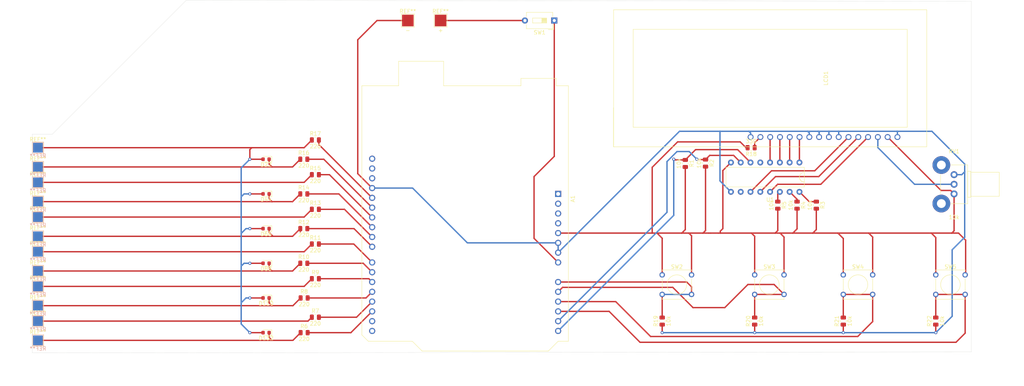
<source format=kicad_pcb>
(kicad_pcb (version 20171130) (host pcbnew "(5.1.8)-1")

  (general
    (thickness 1.6)
    (drawings 11)
    (tracks 296)
    (zones 0)
    (modules 63)
    (nets 47)
  )

  (page A4)
  (layers
    (0 F.Cu signal)
    (31 B.Cu signal)
    (32 B.Adhes user)
    (33 F.Adhes user)
    (34 B.Paste user)
    (35 F.Paste user)
    (36 B.SilkS user)
    (37 F.SilkS user)
    (38 B.Mask user)
    (39 F.Mask user)
    (40 Dwgs.User user)
    (41 Cmts.User user)
    (42 Eco1.User user)
    (43 Eco2.User user)
    (44 Edge.Cuts user)
    (45 Margin user)
    (46 B.CrtYd user)
    (47 F.CrtYd user)
    (48 B.Fab user)
    (49 F.Fab user)
  )

  (setup
    (last_trace_width 0.25)
    (user_trace_width 0.35)
    (trace_clearance 0.2)
    (zone_clearance 0.508)
    (zone_45_only no)
    (trace_min 0.2)
    (via_size 0.8)
    (via_drill 0.4)
    (via_min_size 0.4)
    (via_min_drill 0.3)
    (user_via 3 2.4)
    (uvia_size 0.3)
    (uvia_drill 0.1)
    (uvias_allowed no)
    (uvia_min_size 0.2)
    (uvia_min_drill 0.1)
    (edge_width 0.05)
    (segment_width 0.2)
    (pcb_text_width 0.3)
    (pcb_text_size 1.5 1.5)
    (mod_edge_width 0.12)
    (mod_text_size 1 1)
    (mod_text_width 0.15)
    (pad_size 2.5 2.5)
    (pad_drill 0)
    (pad_to_mask_clearance 0)
    (aux_axis_origin 0 0)
    (visible_elements 7FFFFFFF)
    (pcbplotparams
      (layerselection 0x010f0_ffffffff)
      (usegerberextensions false)
      (usegerberattributes true)
      (usegerberadvancedattributes true)
      (creategerberjobfile true)
      (excludeedgelayer true)
      (linewidth 0.100000)
      (plotframeref false)
      (viasonmask false)
      (mode 1)
      (useauxorigin false)
      (hpglpennumber 1)
      (hpglpenspeed 20)
      (hpglpendiameter 15.000000)
      (psnegative false)
      (psa4output false)
      (plotreference true)
      (plotvalue true)
      (plotinvisibletext false)
      (padsonsilk false)
      (subtractmaskfromsilk false)
      (outputformat 1)
      (mirror false)
      (drillshape 0)
      (scaleselection 1)
      (outputdirectory "second/"))
  )

  (net 0 "")
  (net 1 "Net-(A1-Pad17)")
  (net 2 "Net-(A1-Pad18)")
  (net 3 "Net-(A1-Pad19)")
  (net 4 "Net-(A1-Pad20)")
  (net 5 +5V)
  (net 6 "Net-(A1-Pad21)")
  (net 7 GND)
  (net 8 "Net-(A1-Pad22)")
  (net 9 "Net-(A1-Pad23)")
  (net 10 "Net-(A1-Pad8)")
  (net 11 "Net-(A1-Pad24)")
  (net 12 /A0)
  (net 13 "Net-(A1-Pad25)")
  (net 14 /A1)
  (net 15 "Net-(A1-Pad26)")
  (net 16 /A2)
  (net 17 "Net-(A1-Pad27)")
  (net 18 /A3)
  (net 19 "Net-(A1-Pad28)")
  (net 20 /SDA)
  (net 21 /SCL)
  (net 22 "Net-(BT1-Pad1)")
  (net 23 /P12)
  (net 24 /P1)
  (net 25 /P2)
  (net 26 /P3)
  (net 27 /P4)
  (net 28 /P5)
  (net 29 /P6)
  (net 30 /P7)
  (net 31 /P8)
  (net 32 /P9)
  (net 33 /P10)
  (net 34 /P11)
  (net 35 "Net-(LCD1-Pad3)")
  (net 36 /LCD_RS)
  (net 37 /LCD_RW)
  (net 38 /LCD_E)
  (net 39 /LCD_D4)
  (net 40 /LCD_D5)
  (net 41 /LCD_D6)
  (net 42 /LCD_D7)
  (net 43 "Net-(LCD1-Pad15)")
  (net 44 "Net-(R3-Pad1)")
  (net 45 "Net-(R4-Pad1)")
  (net 46 "Net-(R5-Pad1)")

  (net_class Default "This is the default net class."
    (clearance 0.2)
    (trace_width 0.25)
    (via_dia 0.8)
    (via_drill 0.4)
    (uvia_dia 0.3)
    (uvia_drill 0.1)
    (add_net +5V)
    (add_net /A0)
    (add_net /A1)
    (add_net /A2)
    (add_net /A3)
    (add_net /LCD_D4)
    (add_net /LCD_D5)
    (add_net /LCD_D6)
    (add_net /LCD_D7)
    (add_net /LCD_E)
    (add_net /LCD_RS)
    (add_net /LCD_RW)
    (add_net /P1)
    (add_net /P10)
    (add_net /P11)
    (add_net /P12)
    (add_net /P2)
    (add_net /P3)
    (add_net /P4)
    (add_net /P5)
    (add_net /P6)
    (add_net /P7)
    (add_net /P8)
    (add_net /P9)
    (add_net /SCL)
    (add_net /SDA)
    (add_net GND)
    (add_net "Net-(A1-Pad17)")
    (add_net "Net-(A1-Pad18)")
    (add_net "Net-(A1-Pad19)")
    (add_net "Net-(A1-Pad20)")
    (add_net "Net-(A1-Pad21)")
    (add_net "Net-(A1-Pad22)")
    (add_net "Net-(A1-Pad23)")
    (add_net "Net-(A1-Pad24)")
    (add_net "Net-(A1-Pad25)")
    (add_net "Net-(A1-Pad26)")
    (add_net "Net-(A1-Pad27)")
    (add_net "Net-(A1-Pad28)")
    (add_net "Net-(A1-Pad8)")
    (add_net "Net-(BT1-Pad1)")
    (add_net "Net-(LCD1-Pad15)")
    (add_net "Net-(LCD1-Pad3)")
    (add_net "Net-(R3-Pad1)")
    (add_net "Net-(R4-Pad1)")
    (add_net "Net-(R5-Pad1)")
  )

  (module Display:1602A (layer F.Cu) (tedit 5FAEDD75) (tstamp 604069F0)
    (at 236.25 84.75 90)
    (path /5FD49397)
    (fp_text reference LCD1 (at 0 0.5 90) (layer F.SilkS)
      (effects (font (size 1 1) (thickness 0.15)))
    )
    (fp_text value 1602A (at 0 -1.27 90) (layer F.Fab)
      (effects (font (size 1 1) (thickness 0.15)))
    )
    (fp_line (start -12.7 21.59) (end -12.7 -49.53) (layer F.SilkS) (width 0.12))
    (fp_line (start 12.7 21.59) (end -12.7 21.59) (layer F.SilkS) (width 0.12))
    (fp_line (start 12.7 -49.53) (end 12.7 21.59) (layer F.SilkS) (width 0.12))
    (fp_line (start -12.7 -49.53) (end 12.7 -49.53) (layer F.SilkS) (width 0.12))
    (fp_line (start -17.78 -54.61) (end -7.62 -54.61) (layer F.SilkS) (width 0.12))
    (fp_line (start -17.78 26.67) (end -17.78 -54.61) (layer F.SilkS) (width 0.12))
    (fp_line (start 17.78 26.67) (end -17.78 26.67) (layer F.SilkS) (width 0.12))
    (fp_line (start 17.78 -54.61) (end 17.78 26.67) (layer F.SilkS) (width 0.12))
    (fp_line (start -17.78 -54.61) (end 17.78 -54.61) (layer F.SilkS) (width 0.12))
    (fp_circle (center -15.24 16.51) (end -14.299946 16.51) (layer Dwgs.User) (width 0.2))
    (fp_line (start 17.779999 26.67508) (end -17.78 26.67) (layer Dwgs.User) (width 0.2))
    (fp_circle (center -15.24 11.43) (end -14.730001 11.43) (layer Dwgs.User) (width 0.2))
    (fp_circle (center -15.24 8.89) (end -14.730001 8.89) (layer Dwgs.User) (width 0.2))
    (fp_circle (center -15.24 8.89) (end -14.299946 8.89) (layer Dwgs.User) (width 0.2))
    (fp_line (start -12.7 -49.524919) (end 12.699999 -49.524919) (layer Dwgs.User) (width 0.2))
    (fp_circle (center -15.24 13.970001) (end -14.299946 13.970001) (layer Dwgs.User) (width 0.2))
    (fp_circle (center -15.24 16.51) (end -14.730001 16.51) (layer Dwgs.User) (width 0.2))
    (fp_circle (center -15.24 11.43) (end -14.299946 11.43) (layer Dwgs.User) (width 0.2))
    (fp_line (start -17.779999 -54.858919) (end 17.779999 -54.858919) (layer Dwgs.User) (width 0.2))
    (fp_line (start 17.779999 -54.858919) (end 17.779999 26.67508) (layer Dwgs.User) (width 0.2))
    (fp_line (start -17.779999 -54.858919) (end -17.779999 -54.858919) (layer Dwgs.User) (width 0.2))
    (fp_line (start 12.699999 -49.524919) (end 12.699999 21.59508) (layer Dwgs.User) (width 0.2))
    (fp_line (start -12.7 21.59) (end 12.7 21.59) (layer Dwgs.User) (width 0.2))
    (fp_circle (center -15.24 13.970001) (end -14.730001 13.970001) (layer Dwgs.User) (width 0.2))
    (fp_line (start -12.7 -49.524919) (end -12.7 -49.524919) (layer Dwgs.User) (width 0.2))
    (fp_circle (center -15.24 3.81) (end -14.730001 3.81) (layer Dwgs.User) (width 0.2))
    (fp_circle (center -15.24 1.27) (end -14.730001 1.27) (layer Dwgs.User) (width 0.2))
    (fp_circle (center -15.24 -19.049999) (end -14.730001 -19.049999) (layer Dwgs.User) (width 0.2))
    (fp_circle (center -15.24 -19.049999) (end -14.299946 -19.049999) (layer Dwgs.User) (width 0.2))
    (fp_circle (center -15.24 6.350001) (end -14.730001 6.350001) (layer Dwgs.User) (width 0.2))
    (fp_circle (center -15.24 -13.969999) (end -14.730001 -13.969999) (layer Dwgs.User) (width 0.2))
    (fp_circle (center -15.24 19.05508) (end -14.299946 19.05508) (layer Dwgs.User) (width 0.2))
    (fp_circle (center -15.24 -3.81) (end -14.299946 -3.81) (layer Dwgs.User) (width 0.2))
    (fp_circle (center -15.24 6.350001) (end -14.299946 6.350001) (layer Dwgs.User) (width 0.2))
    (fp_circle (center -15.24 1.27) (end -14.299946 1.27) (layer Dwgs.User) (width 0.2))
    (fp_circle (center -15.24 19.05508) (end -14.729993 19.05508) (layer Dwgs.User) (width 0.2))
    (fp_circle (center -15.24 -1.269999) (end -14.730001 -1.269999) (layer Dwgs.User) (width 0.2))
    (fp_circle (center -15.24 -13.969999) (end -14.299946 -13.969999) (layer Dwgs.User) (width 0.2))
    (fp_circle (center -15.24 -6.35) (end -14.299946 -6.35) (layer Dwgs.User) (width 0.2))
    (fp_circle (center -15.24 -3.81) (end -14.730001 -3.81) (layer Dwgs.User) (width 0.2))
    (fp_circle (center -15.24 -8.889999) (end -14.299946 -8.889999) (layer Dwgs.User) (width 0.2))
    (fp_circle (center -15.24 -1.269999) (end -14.299946 -1.269999) (layer Dwgs.User) (width 0.2))
    (fp_circle (center -15.24 -8.889999) (end -14.730001 -8.889999) (layer Dwgs.User) (width 0.2))
    (fp_circle (center -15.24 -16.509998) (end -14.730001 -16.509998) (layer Dwgs.User) (width 0.2))
    (fp_circle (center -15.24 -16.509998) (end -14.299946 -16.509998) (layer Dwgs.User) (width 0.2))
    (fp_circle (center -15.24 -11.43) (end -14.730001 -11.43) (layer Dwgs.User) (width 0.2))
    (fp_circle (center -15.24 -6.35) (end -14.730001 -6.35) (layer Dwgs.User) (width 0.2))
    (fp_circle (center -15.24 3.81) (end -14.299946 3.81) (layer Dwgs.User) (width 0.2))
    (fp_circle (center -15.24 -11.43) (end -14.299946 -11.43) (layer Dwgs.User) (width 0.2))
    (fp_line (start -17.78 26.67) (end -17.779999 -54.858919) (layer Dwgs.User) (width 0.2))
    (fp_line (start -17.78 26.67) (end -17.78 26.67) (layer Dwgs.User) (width 0.2))
    (fp_line (start -12.7 21.59) (end -12.7 -49.524919) (layer Dwgs.User) (width 0.2))
    (pad 2 thru_hole circle (at -15.24 16.51 90) (size 1.524 1.524) (drill 1) (layers *.Cu *.Mask)
      (net 5 +5V))
    (pad 3 thru_hole circle (at -15.24 13.97 90) (size 1.524 1.524) (drill 1) (layers *.Cu *.Mask)
      (net 35 "Net-(LCD1-Pad3)"))
    (pad 4 thru_hole circle (at -15.24 11.43 90) (size 1.524 1.524) (drill 1) (layers *.Cu *.Mask)
      (net 36 /LCD_RS))
    (pad 5 thru_hole circle (at -15.24 8.89 90) (size 1.524 1.524) (drill 1) (layers *.Cu *.Mask)
      (net 37 /LCD_RW))
    (pad 6 thru_hole circle (at -15.24 6.35 90) (size 1.524 1.524) (drill 1) (layers *.Cu *.Mask)
      (net 38 /LCD_E))
    (pad 7 thru_hole circle (at -15.24 3.81 90) (size 1.524 1.524) (drill 1) (layers *.Cu *.Mask)
      (net 7 GND))
    (pad 8 thru_hole circle (at -15.24 1.27 90) (size 1.524 1.524) (drill 1) (layers *.Cu *.Mask)
      (net 7 GND))
    (pad 9 thru_hole circle (at -15.24 -1.27 90) (size 1.524 1.524) (drill 1) (layers *.Cu *.Mask)
      (net 7 GND))
    (pad 10 thru_hole circle (at -15.24 -3.81 90) (size 1.524 1.524) (drill 1) (layers *.Cu *.Mask)
      (net 7 GND))
    (pad 11 thru_hole circle (at -15.24 -6.35 90) (size 1.524 1.524) (drill 1) (layers *.Cu *.Mask)
      (net 39 /LCD_D4))
    (pad 12 thru_hole circle (at -15.24 -8.89 90) (size 1.524 1.524) (drill 1) (layers *.Cu *.Mask)
      (net 40 /LCD_D5))
    (pad 13 thru_hole circle (at -15.24 -11.43 90) (size 1.524 1.524) (drill 1) (layers *.Cu *.Mask)
      (net 41 /LCD_D6))
    (pad 14 thru_hole circle (at -15.24 -13.97 90) (size 1.524 1.524) (drill 1) (layers *.Cu *.Mask)
      (net 42 /LCD_D7))
    (pad 15 thru_hole circle (at -15.24 -16.51 90) (size 1.524 1.524) (drill 1) (layers *.Cu *.Mask)
      (net 43 "Net-(LCD1-Pad15)"))
    (pad 16 thru_hole circle (at -15.24 -19.05 90) (size 1.524 1.524) (drill 1) (layers *.Cu *.Mask)
      (net 7 GND))
    (pad 1 thru_hole circle (at -15.24 19.05 90) (size 1.524 1.524) (drill 1) (layers *.Cu *.Mask)
      (net 7 GND))
  )

  (module Connector:PCF8574 (layer F.Cu) (tedit 5FB1808D) (tstamp 60406C6E)
    (at 222.25 116.75 180)
    (path /5FB9E131)
    (fp_text reference U1 (at 0 0.5) (layer F.SilkS)
      (effects (font (size 1 1) (thickness 0.15)))
    )
    (fp_text value PCF8574 (at 0 -0.5) (layer F.Fab)
      (effects (font (size 1 1) (thickness 0.15)))
    )
    (fp_line (start -8.89 8.89) (end -8.890001 3.81) (layer Dwgs.User) (width 0.2))
    (fp_line (start 1.27 6.35) (end 1.27 6.35) (layer Dwgs.User) (width 0.2))
    (fp_line (start -8.89 8.89) (end -8.89 3.81) (layer F.SilkS) (width 0.12))
    (fp_line (start 11.43 8.89) (end -8.89 8.89) (layer F.SilkS) (width 0.12))
    (fp_line (start 11.43 3.81) (end 11.43 8.89) (layer F.SilkS) (width 0.12))
    (fp_line (start -8.89 3.81) (end 11.43 3.81) (layer F.SilkS) (width 0.12))
    (fp_circle (center 5.079999 2.54) (end 5.841999 2.54) (layer Dwgs.User) (width 0.2))
    (fp_circle (center -5.080001 2.54) (end -4.622801 2.54) (layer Dwgs.User) (width 0.2))
    (fp_circle (center 2.539998 10.159999) (end 3.301998 10.159999) (layer Dwgs.User) (width 0.2))
    (fp_circle (center -7.62 2.54) (end -6.858 2.54) (layer Dwgs.User) (width 0.2))
    (fp_circle (center 0 10.159999) (end 0.4572 10.159999) (layer Dwgs.User) (width 0.2))
    (fp_circle (center 7.619999 2.54) (end 8.381999 2.54) (layer Dwgs.User) (width 0.2))
    (fp_circle (center 10.159999 2.54) (end 10.921999 2.54) (layer Dwgs.User) (width 0.2))
    (fp_circle (center 0 10.159999) (end 0.762 10.159999) (layer Dwgs.User) (width 0.2))
    (fp_circle (center 7.619999 10.159999) (end 8.077199 10.159999) (layer Dwgs.User) (width 0.2))
    (fp_circle (center -2.54 10.159999) (end -1.778 10.159999) (layer Dwgs.User) (width 0.2))
    (fp_circle (center 0 2.54) (end 0.4572 2.54) (layer Dwgs.User) (width 0.2))
    (fp_circle (center 10.159999 2.54) (end 10.617199 2.54) (layer Dwgs.User) (width 0.2))
    (fp_circle (center -5.080001 10.159999) (end -4.318001 10.159999) (layer Dwgs.User) (width 0.2))
    (fp_circle (center 7.619999 10.159999) (end 8.381999 10.159999) (layer Dwgs.User) (width 0.2))
    (fp_circle (center -7.62 10.159999) (end -6.858 10.159999) (layer Dwgs.User) (width 0.2))
    (fp_circle (center -2.54 10.159999) (end -2.0828 10.159999) (layer Dwgs.User) (width 0.2))
    (fp_circle (center 5.079999 10.159999) (end 5.841999 10.159999) (layer Dwgs.User) (width 0.2))
    (fp_circle (center 0 2.54) (end 0.762 2.54) (layer Dwgs.User) (width 0.2))
    (fp_circle (center -2.54 2.54) (end -2.0828 2.54) (layer Dwgs.User) (width 0.2))
    (fp_circle (center 5.079999 10.159999) (end 5.537199 10.159999) (layer Dwgs.User) (width 0.2))
    (fp_circle (center 10.159999 10.159999) (end 10.921999 10.159999) (layer Dwgs.User) (width 0.2))
    (fp_circle (center 7.619999 2.54) (end 8.077199 2.54) (layer Dwgs.User) (width 0.2))
    (fp_circle (center -2.54 2.54) (end -1.778 2.54) (layer Dwgs.User) (width 0.2))
    (fp_circle (center 5.079999 2.54) (end 5.537199 2.54) (layer Dwgs.User) (width 0.2))
    (fp_circle (center -5.080001 2.54) (end -4.318001 2.54) (layer Dwgs.User) (width 0.2))
    (fp_circle (center -7.62 10.159999) (end -7.1628 10.159999) (layer Dwgs.User) (width 0.2))
    (fp_circle (center 10.159999 10.159999) (end 10.617199 10.159999) (layer Dwgs.User) (width 0.2))
    (fp_circle (center 2.539998 2.54) (end 2.997198 2.54) (layer Dwgs.User) (width 0.2))
    (fp_circle (center 2.539998 2.54) (end 3.301998 2.54) (layer Dwgs.User) (width 0.2))
    (fp_circle (center -5.080001 10.159999) (end -4.622801 10.159999) (layer Dwgs.User) (width 0.2))
    (fp_circle (center 2.539998 10.159999) (end 2.997198 10.159999) (layer Dwgs.User) (width 0.2))
    (fp_circle (center -7.62 2.54) (end -7.1628 2.54) (layer Dwgs.User) (width 0.2))
    (fp_line (start -8.89 3.81) (end -8.89 3.81) (layer Dwgs.User) (width 0.2))
    (fp_line (start 11.429999 8.889998) (end -8.89 8.89) (layer Dwgs.User) (width 0.2))
    (fp_line (start 11.429999 3.81) (end 11.429999 8.889998) (layer Dwgs.User) (width 0.2))
    (fp_line (start -8.89 3.81) (end 11.429999 3.81) (layer Dwgs.User) (width 0.2))
    (fp_arc (start -8.89 6.349999) (end -8.89 7.365999) (angle -180) (layer Dwgs.User) (width 0.2))
    (fp_arc (start -8.89 6.35) (end -7.62 6.35) (angle -90) (layer F.SilkS) (width 0.12))
    (fp_arc (start -8.89 6.35) (end -8.89 7.62) (angle -180) (layer F.SilkS) (width 0.12))
    (pad 1 thru_hole circle (at -7.62 2.54 180) (size 1.524 1.524) (drill 0.762) (layers *.Cu *.Mask)
      (net 44 "Net-(R3-Pad1)"))
    (pad 2 thru_hole circle (at -5.08 2.54 180) (size 1.524 1.524) (drill 0.762) (layers *.Cu *.Mask)
      (net 45 "Net-(R4-Pad1)"))
    (pad 3 thru_hole circle (at -2.54 2.54 180) (size 1.524 1.524) (drill 0.762) (layers *.Cu *.Mask)
      (net 46 "Net-(R5-Pad1)"))
    (pad 4 thru_hole circle (at 0 2.54 180) (size 1.524 1.524) (drill 0.762) (layers *.Cu *.Mask)
      (net 36 /LCD_RS))
    (pad 5 thru_hole circle (at 2.54 2.54 180) (size 1.524 1.524) (drill 0.762) (layers *.Cu *.Mask)
      (net 37 /LCD_RW))
    (pad 6 thru_hole circle (at 5.08 2.54 180) (size 1.524 1.524) (drill 0.762) (layers *.Cu *.Mask)
      (net 38 /LCD_E))
    (pad 7 thru_hole circle (at 7.62 2.54 180) (size 1.524 1.524) (drill 0.762) (layers *.Cu *.Mask))
    (pad 8 thru_hole circle (at 10.16 2.54 180) (size 1.524 1.524) (drill 0.762) (layers *.Cu *.Mask)
      (net 7 GND))
    (pad 9 thru_hole circle (at -7.62 10.16 180) (size 1.524 1.524) (drill 0.762) (layers *.Cu *.Mask)
      (net 39 /LCD_D4))
    (pad 10 thru_hole circle (at -5.08 10.16 180) (size 1.524 1.524) (drill 0.762) (layers *.Cu *.Mask)
      (net 40 /LCD_D5))
    (pad 11 thru_hole circle (at -2.54 10.16 180) (size 1.524 1.524) (drill 0.762) (layers *.Cu *.Mask)
      (net 41 /LCD_D6))
    (pad 12 thru_hole circle (at 0 10.16 180) (size 1.524 1.524) (drill 0.762) (layers *.Cu *.Mask)
      (net 42 /LCD_D7))
    (pad 13 thru_hole circle (at 2.54 10.16 180) (size 1.524 1.524) (drill 0.762) (layers *.Cu *.Mask))
    (pad 14 thru_hole circle (at 5.08 10.16 180) (size 1.524 1.524) (drill 0.762) (layers *.Cu *.Mask)
      (net 21 /SCL))
    (pad 15 thru_hole circle (at 7.62 10.16 180) (size 1.524 1.524) (drill 0.762) (layers *.Cu *.Mask)
      (net 20 /SDA))
    (pad 16 thru_hole circle (at 10.16 10.16 180) (size 1.524 1.524) (drill 0.762) (layers *.Cu *.Mask)
      (net 5 +5V))
  )

  (module TestPoint:TestPoint_Pad_3.0x3.0mm (layer F.Cu) (tedit 6040EC0E) (tstamp 6043F9CF)
    (at 128.25 69.75)
    (descr "SMD rectangular pad as test Point, square 3.0mm side length")
    (tags "test point SMD pad rectangle square")
    (attr virtual)
    (fp_text reference REF** (at 0 -2.398) (layer F.SilkS)
      (effects (font (size 1 1) (thickness 0.15)))
    )
    (fp_text value - (at 0 2.55) (layer F.SilkS)
      (effects (font (size 1 1) (thickness 0.15)))
    )
    (fp_line (start -1.7 -1.7) (end 1.7 -1.7) (layer F.SilkS) (width 0.12))
    (fp_line (start 1.7 -1.7) (end 1.7 1.7) (layer F.SilkS) (width 0.12))
    (fp_line (start 1.7 1.7) (end -1.7 1.7) (layer F.SilkS) (width 0.12))
    (fp_line (start -1.7 1.7) (end -1.7 -1.7) (layer F.SilkS) (width 0.12))
    (fp_line (start -2 -2) (end 2 -2) (layer F.CrtYd) (width 0.05))
    (fp_line (start -2 -2) (end -2 2) (layer F.CrtYd) (width 0.05))
    (fp_line (start 2 2) (end 2 -2) (layer F.CrtYd) (width 0.05))
    (fp_line (start 2 2) (end -2 2) (layer F.CrtYd) (width 0.05))
    (fp_text user %R (at 0 -2.4) (layer F.Fab)
      (effects (font (size 1 1) (thickness 0.15)))
    )
    (pad 1 smd rect (at 0 0) (size 3 3) (layers F.Cu F.Mask)
      (net 7 GND))
  )

  (module TestPoint:TestPoint_Pad_3.0x3.0mm (layer F.Cu) (tedit 6040ECAA) (tstamp 6043F9B3)
    (at 136.75 69.75)
    (descr "SMD rectangular pad as test Point, square 3.0mm side length")
    (tags "test point SMD pad rectangle square")
    (attr virtual)
    (fp_text reference REF** (at 0 -2.398) (layer F.SilkS)
      (effects (font (size 1 1) (thickness 0.15)))
    )
    (fp_text value + (at 0 2.55) (layer F.SilkS)
      (effects (font (size 1 1) (thickness 0.15)))
    )
    (fp_line (start -1.7 -1.7) (end 1.7 -1.7) (layer F.SilkS) (width 0.12))
    (fp_line (start 1.7 -1.7) (end 1.7 1.7) (layer F.SilkS) (width 0.12))
    (fp_line (start 1.7 1.7) (end -1.7 1.7) (layer F.SilkS) (width 0.12))
    (fp_line (start -1.7 1.7) (end -1.7 -1.7) (layer F.SilkS) (width 0.12))
    (fp_line (start -2 -2) (end 2 -2) (layer F.CrtYd) (width 0.05))
    (fp_line (start -2 -2) (end -2 2) (layer F.CrtYd) (width 0.05))
    (fp_line (start 2 2) (end 2 -2) (layer F.CrtYd) (width 0.05))
    (fp_line (start 2 2) (end -2 2) (layer F.CrtYd) (width 0.05))
    (fp_text user %R (at 0 -2.4) (layer F.Fab)
      (effects (font (size 1 1) (thickness 0.15)))
    )
    (pad 1 smd rect (at 0 0) (size 3 3) (layers F.Cu F.Mask)
      (net 22 "Net-(BT1-Pad1)"))
  )

  (module TestPoint:TestPoint_Pad_2.5x2.5mm (layer B.Cu) (tedit 6040BE6D) (tstamp 6043B88E)
    (at 32.25 102.75)
    (descr "SMD rectangular pad as test Point, square 2.5mm side length")
    (tags "test point SMD pad rectangle square")
    (attr virtual)
    (fp_text reference REF** (at 0 2.148) (layer B.SilkS)
      (effects (font (size 1 1) (thickness 0.15)) (justify mirror))
    )
    (fp_text value TestPoint_Pad_2.5x2.5mm (at 0 -2.25) (layer B.Fab)
      (effects (font (size 1 1) (thickness 0.15)) (justify mirror))
    )
    (fp_line (start -1.45 1.45) (end 1.45 1.45) (layer B.SilkS) (width 0.12))
    (fp_line (start 1.45 1.45) (end 1.45 -1.45) (layer B.SilkS) (width 0.12))
    (fp_line (start 1.45 -1.45) (end -1.45 -1.45) (layer B.SilkS) (width 0.12))
    (fp_line (start -1.45 -1.45) (end -1.45 1.45) (layer B.SilkS) (width 0.12))
    (fp_line (start -1.75 1.75) (end 1.75 1.75) (layer B.CrtYd) (width 0.05))
    (fp_line (start -1.75 1.75) (end -1.75 -1.75) (layer B.CrtYd) (width 0.05))
    (fp_line (start 1.75 -1.75) (end 1.75 1.75) (layer B.CrtYd) (width 0.05))
    (fp_line (start 1.75 -1.75) (end -1.75 -1.75) (layer B.CrtYd) (width 0.05))
    (fp_text user %R (at 0 2.15) (layer B.Fab)
      (effects (font (size 1 1) (thickness 0.15)) (justify mirror))
    )
    (pad 1 smd rect (at 0 0) (size 2.5 2.5) (layers B.Cu B.Mask))
  )

  (module TestPoint:TestPoint_Pad_2.5x2.5mm (layer B.Cu) (tedit 6040BE6D) (tstamp 6043B88E)
    (at 32.25 107.75)
    (descr "SMD rectangular pad as test Point, square 2.5mm side length")
    (tags "test point SMD pad rectangle square")
    (attr virtual)
    (fp_text reference REF** (at 0 2.148) (layer B.SilkS)
      (effects (font (size 1 1) (thickness 0.15)) (justify mirror))
    )
    (fp_text value TestPoint_Pad_2.5x2.5mm (at 0 -2.25) (layer B.Fab)
      (effects (font (size 1 1) (thickness 0.15)) (justify mirror))
    )
    (fp_line (start -1.45 1.45) (end 1.45 1.45) (layer B.SilkS) (width 0.12))
    (fp_line (start 1.45 1.45) (end 1.45 -1.45) (layer B.SilkS) (width 0.12))
    (fp_line (start 1.45 -1.45) (end -1.45 -1.45) (layer B.SilkS) (width 0.12))
    (fp_line (start -1.45 -1.45) (end -1.45 1.45) (layer B.SilkS) (width 0.12))
    (fp_line (start -1.75 1.75) (end 1.75 1.75) (layer B.CrtYd) (width 0.05))
    (fp_line (start -1.75 1.75) (end -1.75 -1.75) (layer B.CrtYd) (width 0.05))
    (fp_line (start 1.75 -1.75) (end 1.75 1.75) (layer B.CrtYd) (width 0.05))
    (fp_line (start 1.75 -1.75) (end -1.75 -1.75) (layer B.CrtYd) (width 0.05))
    (fp_text user %R (at 0 2.15) (layer B.Fab)
      (effects (font (size 1 1) (thickness 0.15)) (justify mirror))
    )
    (pad 1 smd rect (at 0 0) (size 2.5 2.5) (layers B.Cu B.Mask))
  )

  (module TestPoint:TestPoint_Pad_2.5x2.5mm (layer B.Cu) (tedit 6040BE6D) (tstamp 6043B88E)
    (at 32.25 111.75)
    (descr "SMD rectangular pad as test Point, square 2.5mm side length")
    (tags "test point SMD pad rectangle square")
    (attr virtual)
    (fp_text reference REF** (at 0 2.148) (layer B.SilkS)
      (effects (font (size 1 1) (thickness 0.15)) (justify mirror))
    )
    (fp_text value TestPoint_Pad_2.5x2.5mm (at 0 -2.25) (layer B.Fab)
      (effects (font (size 1 1) (thickness 0.15)) (justify mirror))
    )
    (fp_line (start -1.45 1.45) (end 1.45 1.45) (layer B.SilkS) (width 0.12))
    (fp_line (start 1.45 1.45) (end 1.45 -1.45) (layer B.SilkS) (width 0.12))
    (fp_line (start 1.45 -1.45) (end -1.45 -1.45) (layer B.SilkS) (width 0.12))
    (fp_line (start -1.45 -1.45) (end -1.45 1.45) (layer B.SilkS) (width 0.12))
    (fp_line (start -1.75 1.75) (end 1.75 1.75) (layer B.CrtYd) (width 0.05))
    (fp_line (start -1.75 1.75) (end -1.75 -1.75) (layer B.CrtYd) (width 0.05))
    (fp_line (start 1.75 -1.75) (end 1.75 1.75) (layer B.CrtYd) (width 0.05))
    (fp_line (start 1.75 -1.75) (end -1.75 -1.75) (layer B.CrtYd) (width 0.05))
    (fp_text user %R (at 0 2.15) (layer B.Fab)
      (effects (font (size 1 1) (thickness 0.15)) (justify mirror))
    )
    (pad 1 smd rect (at 0 0) (size 2.5 2.5) (layers B.Cu B.Mask))
  )

  (module TestPoint:TestPoint_Pad_2.5x2.5mm (layer B.Cu) (tedit 6040BE6D) (tstamp 6043B88E)
    (at 32.25 116.75)
    (descr "SMD rectangular pad as test Point, square 2.5mm side length")
    (tags "test point SMD pad rectangle square")
    (attr virtual)
    (fp_text reference REF** (at 0 2.148) (layer B.SilkS)
      (effects (font (size 1 1) (thickness 0.15)) (justify mirror))
    )
    (fp_text value TestPoint_Pad_2.5x2.5mm (at 0 -2.25) (layer B.Fab)
      (effects (font (size 1 1) (thickness 0.15)) (justify mirror))
    )
    (fp_line (start -1.45 1.45) (end 1.45 1.45) (layer B.SilkS) (width 0.12))
    (fp_line (start 1.45 1.45) (end 1.45 -1.45) (layer B.SilkS) (width 0.12))
    (fp_line (start 1.45 -1.45) (end -1.45 -1.45) (layer B.SilkS) (width 0.12))
    (fp_line (start -1.45 -1.45) (end -1.45 1.45) (layer B.SilkS) (width 0.12))
    (fp_line (start -1.75 1.75) (end 1.75 1.75) (layer B.CrtYd) (width 0.05))
    (fp_line (start -1.75 1.75) (end -1.75 -1.75) (layer B.CrtYd) (width 0.05))
    (fp_line (start 1.75 -1.75) (end 1.75 1.75) (layer B.CrtYd) (width 0.05))
    (fp_line (start 1.75 -1.75) (end -1.75 -1.75) (layer B.CrtYd) (width 0.05))
    (fp_text user %R (at 0 2.15) (layer B.Fab)
      (effects (font (size 1 1) (thickness 0.15)) (justify mirror))
    )
    (pad 1 smd rect (at 0 0) (size 2.5 2.5) (layers B.Cu B.Mask))
  )

  (module TestPoint:TestPoint_Pad_2.5x2.5mm (layer B.Cu) (tedit 6040BE6D) (tstamp 6043B88E)
    (at 32.25 120.75)
    (descr "SMD rectangular pad as test Point, square 2.5mm side length")
    (tags "test point SMD pad rectangle square")
    (attr virtual)
    (fp_text reference REF** (at 0 2.148) (layer B.SilkS)
      (effects (font (size 1 1) (thickness 0.15)) (justify mirror))
    )
    (fp_text value TestPoint_Pad_2.5x2.5mm (at 0 -2.25) (layer B.Fab)
      (effects (font (size 1 1) (thickness 0.15)) (justify mirror))
    )
    (fp_line (start -1.45 1.45) (end 1.45 1.45) (layer B.SilkS) (width 0.12))
    (fp_line (start 1.45 1.45) (end 1.45 -1.45) (layer B.SilkS) (width 0.12))
    (fp_line (start 1.45 -1.45) (end -1.45 -1.45) (layer B.SilkS) (width 0.12))
    (fp_line (start -1.45 -1.45) (end -1.45 1.45) (layer B.SilkS) (width 0.12))
    (fp_line (start -1.75 1.75) (end 1.75 1.75) (layer B.CrtYd) (width 0.05))
    (fp_line (start -1.75 1.75) (end -1.75 -1.75) (layer B.CrtYd) (width 0.05))
    (fp_line (start 1.75 -1.75) (end 1.75 1.75) (layer B.CrtYd) (width 0.05))
    (fp_line (start 1.75 -1.75) (end -1.75 -1.75) (layer B.CrtYd) (width 0.05))
    (fp_text user %R (at 0 2.15) (layer B.Fab)
      (effects (font (size 1 1) (thickness 0.15)) (justify mirror))
    )
    (pad 1 smd rect (at 0 0) (size 2.5 2.5) (layers B.Cu B.Mask))
  )

  (module TestPoint:TestPoint_Pad_2.5x2.5mm (layer B.Cu) (tedit 6040BE6D) (tstamp 6043B88E)
    (at 32.25 125.75)
    (descr "SMD rectangular pad as test Point, square 2.5mm side length")
    (tags "test point SMD pad rectangle square")
    (attr virtual)
    (fp_text reference REF** (at 0 2.148) (layer B.SilkS)
      (effects (font (size 1 1) (thickness 0.15)) (justify mirror))
    )
    (fp_text value TestPoint_Pad_2.5x2.5mm (at 0 -2.25) (layer B.Fab)
      (effects (font (size 1 1) (thickness 0.15)) (justify mirror))
    )
    (fp_line (start -1.45 1.45) (end 1.45 1.45) (layer B.SilkS) (width 0.12))
    (fp_line (start 1.45 1.45) (end 1.45 -1.45) (layer B.SilkS) (width 0.12))
    (fp_line (start 1.45 -1.45) (end -1.45 -1.45) (layer B.SilkS) (width 0.12))
    (fp_line (start -1.45 -1.45) (end -1.45 1.45) (layer B.SilkS) (width 0.12))
    (fp_line (start -1.75 1.75) (end 1.75 1.75) (layer B.CrtYd) (width 0.05))
    (fp_line (start -1.75 1.75) (end -1.75 -1.75) (layer B.CrtYd) (width 0.05))
    (fp_line (start 1.75 -1.75) (end 1.75 1.75) (layer B.CrtYd) (width 0.05))
    (fp_line (start 1.75 -1.75) (end -1.75 -1.75) (layer B.CrtYd) (width 0.05))
    (fp_text user %R (at 0 2.15) (layer B.Fab)
      (effects (font (size 1 1) (thickness 0.15)) (justify mirror))
    )
    (pad 1 smd rect (at 0 0) (size 2.5 2.5) (layers B.Cu B.Mask))
  )

  (module TestPoint:TestPoint_Pad_2.5x2.5mm (layer B.Cu) (tedit 6040BE6D) (tstamp 6043B88E)
    (at 32.25 129.75)
    (descr "SMD rectangular pad as test Point, square 2.5mm side length")
    (tags "test point SMD pad rectangle square")
    (attr virtual)
    (fp_text reference REF** (at 0 2.148) (layer B.SilkS)
      (effects (font (size 1 1) (thickness 0.15)) (justify mirror))
    )
    (fp_text value TestPoint_Pad_2.5x2.5mm (at 0 -2.25) (layer B.Fab)
      (effects (font (size 1 1) (thickness 0.15)) (justify mirror))
    )
    (fp_line (start -1.45 1.45) (end 1.45 1.45) (layer B.SilkS) (width 0.12))
    (fp_line (start 1.45 1.45) (end 1.45 -1.45) (layer B.SilkS) (width 0.12))
    (fp_line (start 1.45 -1.45) (end -1.45 -1.45) (layer B.SilkS) (width 0.12))
    (fp_line (start -1.45 -1.45) (end -1.45 1.45) (layer B.SilkS) (width 0.12))
    (fp_line (start -1.75 1.75) (end 1.75 1.75) (layer B.CrtYd) (width 0.05))
    (fp_line (start -1.75 1.75) (end -1.75 -1.75) (layer B.CrtYd) (width 0.05))
    (fp_line (start 1.75 -1.75) (end 1.75 1.75) (layer B.CrtYd) (width 0.05))
    (fp_line (start 1.75 -1.75) (end -1.75 -1.75) (layer B.CrtYd) (width 0.05))
    (fp_text user %R (at 0 2.15) (layer B.Fab)
      (effects (font (size 1 1) (thickness 0.15)) (justify mirror))
    )
    (pad 1 smd rect (at 0 0) (size 2.5 2.5) (layers B.Cu B.Mask))
  )

  (module TestPoint:TestPoint_Pad_2.5x2.5mm (layer B.Cu) (tedit 6040BE6D) (tstamp 6043B88E)
    (at 32.25 134.75)
    (descr "SMD rectangular pad as test Point, square 2.5mm side length")
    (tags "test point SMD pad rectangle square")
    (attr virtual)
    (fp_text reference REF** (at 0 2.148) (layer B.SilkS)
      (effects (font (size 1 1) (thickness 0.15)) (justify mirror))
    )
    (fp_text value TestPoint_Pad_2.5x2.5mm (at 0 -2.25) (layer B.Fab)
      (effects (font (size 1 1) (thickness 0.15)) (justify mirror))
    )
    (fp_line (start -1.45 1.45) (end 1.45 1.45) (layer B.SilkS) (width 0.12))
    (fp_line (start 1.45 1.45) (end 1.45 -1.45) (layer B.SilkS) (width 0.12))
    (fp_line (start 1.45 -1.45) (end -1.45 -1.45) (layer B.SilkS) (width 0.12))
    (fp_line (start -1.45 -1.45) (end -1.45 1.45) (layer B.SilkS) (width 0.12))
    (fp_line (start -1.75 1.75) (end 1.75 1.75) (layer B.CrtYd) (width 0.05))
    (fp_line (start -1.75 1.75) (end -1.75 -1.75) (layer B.CrtYd) (width 0.05))
    (fp_line (start 1.75 -1.75) (end 1.75 1.75) (layer B.CrtYd) (width 0.05))
    (fp_line (start 1.75 -1.75) (end -1.75 -1.75) (layer B.CrtYd) (width 0.05))
    (fp_text user %R (at 0 2.15) (layer B.Fab)
      (effects (font (size 1 1) (thickness 0.15)) (justify mirror))
    )
    (pad 1 smd rect (at 0 0) (size 2.5 2.5) (layers B.Cu B.Mask))
  )

  (module TestPoint:TestPoint_Pad_2.5x2.5mm (layer B.Cu) (tedit 6040BE6D) (tstamp 6043B88E)
    (at 32.25 138.75)
    (descr "SMD rectangular pad as test Point, square 2.5mm side length")
    (tags "test point SMD pad rectangle square")
    (attr virtual)
    (fp_text reference REF** (at 0 2.148) (layer B.SilkS)
      (effects (font (size 1 1) (thickness 0.15)) (justify mirror))
    )
    (fp_text value TestPoint_Pad_2.5x2.5mm (at 0 -2.25) (layer B.Fab)
      (effects (font (size 1 1) (thickness 0.15)) (justify mirror))
    )
    (fp_line (start -1.45 1.45) (end 1.45 1.45) (layer B.SilkS) (width 0.12))
    (fp_line (start 1.45 1.45) (end 1.45 -1.45) (layer B.SilkS) (width 0.12))
    (fp_line (start 1.45 -1.45) (end -1.45 -1.45) (layer B.SilkS) (width 0.12))
    (fp_line (start -1.45 -1.45) (end -1.45 1.45) (layer B.SilkS) (width 0.12))
    (fp_line (start -1.75 1.75) (end 1.75 1.75) (layer B.CrtYd) (width 0.05))
    (fp_line (start -1.75 1.75) (end -1.75 -1.75) (layer B.CrtYd) (width 0.05))
    (fp_line (start 1.75 -1.75) (end 1.75 1.75) (layer B.CrtYd) (width 0.05))
    (fp_line (start 1.75 -1.75) (end -1.75 -1.75) (layer B.CrtYd) (width 0.05))
    (fp_text user %R (at 0 2.15) (layer B.Fab)
      (effects (font (size 1 1) (thickness 0.15)) (justify mirror))
    )
    (pad 1 smd rect (at 0 0) (size 2.5 2.5) (layers B.Cu B.Mask))
  )

  (module TestPoint:TestPoint_Pad_2.5x2.5mm (layer B.Cu) (tedit 6040BE6D) (tstamp 6043B88E)
    (at 32.25 143.75)
    (descr "SMD rectangular pad as test Point, square 2.5mm side length")
    (tags "test point SMD pad rectangle square")
    (attr virtual)
    (fp_text reference REF** (at 0 2.148) (layer B.SilkS)
      (effects (font (size 1 1) (thickness 0.15)) (justify mirror))
    )
    (fp_text value TestPoint_Pad_2.5x2.5mm (at 0 -2.25) (layer B.Fab)
      (effects (font (size 1 1) (thickness 0.15)) (justify mirror))
    )
    (fp_line (start -1.45 1.45) (end 1.45 1.45) (layer B.SilkS) (width 0.12))
    (fp_line (start 1.45 1.45) (end 1.45 -1.45) (layer B.SilkS) (width 0.12))
    (fp_line (start 1.45 -1.45) (end -1.45 -1.45) (layer B.SilkS) (width 0.12))
    (fp_line (start -1.45 -1.45) (end -1.45 1.45) (layer B.SilkS) (width 0.12))
    (fp_line (start -1.75 1.75) (end 1.75 1.75) (layer B.CrtYd) (width 0.05))
    (fp_line (start -1.75 1.75) (end -1.75 -1.75) (layer B.CrtYd) (width 0.05))
    (fp_line (start 1.75 -1.75) (end 1.75 1.75) (layer B.CrtYd) (width 0.05))
    (fp_line (start 1.75 -1.75) (end -1.75 -1.75) (layer B.CrtYd) (width 0.05))
    (fp_text user %R (at 0 2.15) (layer B.Fab)
      (effects (font (size 1 1) (thickness 0.15)) (justify mirror))
    )
    (pad 1 smd rect (at 0 0) (size 2.5 2.5) (layers B.Cu B.Mask))
  )

  (module TestPoint:TestPoint_Pad_2.5x2.5mm (layer B.Cu) (tedit 6040BE6D) (tstamp 6043B88E)
    (at 32.25 147.75)
    (descr "SMD rectangular pad as test Point, square 2.5mm side length")
    (tags "test point SMD pad rectangle square")
    (attr virtual)
    (fp_text reference REF** (at 0 2.148) (layer B.SilkS)
      (effects (font (size 1 1) (thickness 0.15)) (justify mirror))
    )
    (fp_text value TestPoint_Pad_2.5x2.5mm (at 0 -2.25) (layer B.Fab)
      (effects (font (size 1 1) (thickness 0.15)) (justify mirror))
    )
    (fp_line (start -1.45 1.45) (end 1.45 1.45) (layer B.SilkS) (width 0.12))
    (fp_line (start 1.45 1.45) (end 1.45 -1.45) (layer B.SilkS) (width 0.12))
    (fp_line (start 1.45 -1.45) (end -1.45 -1.45) (layer B.SilkS) (width 0.12))
    (fp_line (start -1.45 -1.45) (end -1.45 1.45) (layer B.SilkS) (width 0.12))
    (fp_line (start -1.75 1.75) (end 1.75 1.75) (layer B.CrtYd) (width 0.05))
    (fp_line (start -1.75 1.75) (end -1.75 -1.75) (layer B.CrtYd) (width 0.05))
    (fp_line (start 1.75 -1.75) (end 1.75 1.75) (layer B.CrtYd) (width 0.05))
    (fp_line (start 1.75 -1.75) (end -1.75 -1.75) (layer B.CrtYd) (width 0.05))
    (fp_text user %R (at 0 2.15) (layer B.Fab)
      (effects (font (size 1 1) (thickness 0.15)) (justify mirror))
    )
    (pad 1 smd rect (at 0 0) (size 2.5 2.5) (layers B.Cu B.Mask))
  )

  (module TestPoint:TestPoint_Pad_2.5x2.5mm (layer B.Cu) (tedit 6040BE6D) (tstamp 6043B88E)
    (at 32.25 152.75)
    (descr "SMD rectangular pad as test Point, square 2.5mm side length")
    (tags "test point SMD pad rectangle square")
    (attr virtual)
    (fp_text reference REF** (at 0 2.148) (layer B.SilkS)
      (effects (font (size 1 1) (thickness 0.15)) (justify mirror))
    )
    (fp_text value TestPoint_Pad_2.5x2.5mm (at 0 -2.25) (layer B.Fab)
      (effects (font (size 1 1) (thickness 0.15)) (justify mirror))
    )
    (fp_line (start -1.45 1.45) (end 1.45 1.45) (layer B.SilkS) (width 0.12))
    (fp_line (start 1.45 1.45) (end 1.45 -1.45) (layer B.SilkS) (width 0.12))
    (fp_line (start 1.45 -1.45) (end -1.45 -1.45) (layer B.SilkS) (width 0.12))
    (fp_line (start -1.45 -1.45) (end -1.45 1.45) (layer B.SilkS) (width 0.12))
    (fp_line (start -1.75 1.75) (end 1.75 1.75) (layer B.CrtYd) (width 0.05))
    (fp_line (start -1.75 1.75) (end -1.75 -1.75) (layer B.CrtYd) (width 0.05))
    (fp_line (start 1.75 -1.75) (end 1.75 1.75) (layer B.CrtYd) (width 0.05))
    (fp_line (start 1.75 -1.75) (end -1.75 -1.75) (layer B.CrtYd) (width 0.05))
    (fp_text user %R (at 0 2.15) (layer B.Fab)
      (effects (font (size 1 1) (thickness 0.15)) (justify mirror))
    )
    (pad 1 smd rect (at 0 0) (size 2.5 2.5) (layers B.Cu B.Mask))
  )

  (module TestPoint:TestPoint_Pad_2.5x2.5mm (layer F.Cu) (tedit 6040CC51) (tstamp 6043B88E)
    (at 32.25 152.75)
    (descr "SMD rectangular pad as test Point, square 2.5mm side length")
    (tags "test point SMD pad rectangle square")
    (attr virtual)
    (fp_text reference REF** (at 0 -2.148) (layer F.SilkS)
      (effects (font (size 1 1) (thickness 0.15)))
    )
    (fp_text value P1 (at 0 2.25) (layer F.Fab)
      (effects (font (size 1 1) (thickness 0.15)))
    )
    (fp_line (start -1.45 -1.45) (end 1.45 -1.45) (layer F.SilkS) (width 0.12))
    (fp_line (start 1.45 -1.45) (end 1.45 1.45) (layer F.SilkS) (width 0.12))
    (fp_line (start 1.45 1.45) (end -1.45 1.45) (layer F.SilkS) (width 0.12))
    (fp_line (start -1.45 1.45) (end -1.45 -1.45) (layer F.SilkS) (width 0.12))
    (fp_line (start -1.75 -1.75) (end 1.75 -1.75) (layer F.CrtYd) (width 0.05))
    (fp_line (start -1.75 -1.75) (end -1.75 1.75) (layer F.CrtYd) (width 0.05))
    (fp_line (start 1.75 1.75) (end 1.75 -1.75) (layer F.CrtYd) (width 0.05))
    (fp_line (start 1.75 1.75) (end -1.75 1.75) (layer F.CrtYd) (width 0.05))
    (fp_text user %R (at 0 -2.15) (layer F.Fab)
      (effects (font (size 1 1) (thickness 0.15)))
    )
    (pad 1 smd rect (at 0 0) (size 2.5 2.5) (layers F.Cu F.Mask)
      (net 24 /P1))
  )

  (module TestPoint:TestPoint_Pad_2.5x2.5mm (layer F.Cu) (tedit 6040CC46) (tstamp 6043B88E)
    (at 32.25 147.75)
    (descr "SMD rectangular pad as test Point, square 2.5mm side length")
    (tags "test point SMD pad rectangle square")
    (attr virtual)
    (fp_text reference REF** (at 0 -2.148) (layer F.SilkS)
      (effects (font (size 1 1) (thickness 0.15)))
    )
    (fp_text value P2 (at 0 2.25) (layer F.Fab)
      (effects (font (size 1 1) (thickness 0.15)))
    )
    (fp_line (start -1.45 -1.45) (end 1.45 -1.45) (layer F.SilkS) (width 0.12))
    (fp_line (start 1.45 -1.45) (end 1.45 1.45) (layer F.SilkS) (width 0.12))
    (fp_line (start 1.45 1.45) (end -1.45 1.45) (layer F.SilkS) (width 0.12))
    (fp_line (start -1.45 1.45) (end -1.45 -1.45) (layer F.SilkS) (width 0.12))
    (fp_line (start -1.75 -1.75) (end 1.75 -1.75) (layer F.CrtYd) (width 0.05))
    (fp_line (start -1.75 -1.75) (end -1.75 1.75) (layer F.CrtYd) (width 0.05))
    (fp_line (start 1.75 1.75) (end 1.75 -1.75) (layer F.CrtYd) (width 0.05))
    (fp_line (start 1.75 1.75) (end -1.75 1.75) (layer F.CrtYd) (width 0.05))
    (fp_text user %R (at 0 -2.15) (layer F.Fab)
      (effects (font (size 1 1) (thickness 0.15)))
    )
    (pad 1 smd rect (at 0 0) (size 2.5 2.5) (layers F.Cu F.Mask)
      (net 25 /P2))
  )

  (module TestPoint:TestPoint_Pad_2.5x2.5mm (layer F.Cu) (tedit 6040CC3C) (tstamp 6043B88E)
    (at 32.25 143.75)
    (descr "SMD rectangular pad as test Point, square 2.5mm side length")
    (tags "test point SMD pad rectangle square")
    (attr virtual)
    (fp_text reference REF** (at 0 -2.148) (layer F.SilkS)
      (effects (font (size 1 1) (thickness 0.15)))
    )
    (fp_text value P3 (at 0 2.25) (layer F.Fab)
      (effects (font (size 1 1) (thickness 0.15)))
    )
    (fp_line (start -1.45 -1.45) (end 1.45 -1.45) (layer F.SilkS) (width 0.12))
    (fp_line (start 1.45 -1.45) (end 1.45 1.45) (layer F.SilkS) (width 0.12))
    (fp_line (start 1.45 1.45) (end -1.45 1.45) (layer F.SilkS) (width 0.12))
    (fp_line (start -1.45 1.45) (end -1.45 -1.45) (layer F.SilkS) (width 0.12))
    (fp_line (start -1.75 -1.75) (end 1.75 -1.75) (layer F.CrtYd) (width 0.05))
    (fp_line (start -1.75 -1.75) (end -1.75 1.75) (layer F.CrtYd) (width 0.05))
    (fp_line (start 1.75 1.75) (end 1.75 -1.75) (layer F.CrtYd) (width 0.05))
    (fp_line (start 1.75 1.75) (end -1.75 1.75) (layer F.CrtYd) (width 0.05))
    (fp_text user %R (at 0 -2.15) (layer F.Fab)
      (effects (font (size 1 1) (thickness 0.15)))
    )
    (pad 1 smd rect (at 0 0) (size 2.5 2.5) (layers F.Cu F.Mask)
      (net 26 /P3))
  )

  (module TestPoint:TestPoint_Pad_2.5x2.5mm (layer F.Cu) (tedit 6040CC36) (tstamp 6043B88E)
    (at 32.25 138.75)
    (descr "SMD rectangular pad as test Point, square 2.5mm side length")
    (tags "test point SMD pad rectangle square")
    (attr virtual)
    (fp_text reference REF** (at 0 -2.148) (layer F.SilkS)
      (effects (font (size 1 1) (thickness 0.15)))
    )
    (fp_text value P4 (at 0 2.25) (layer F.Fab)
      (effects (font (size 1 1) (thickness 0.15)))
    )
    (fp_line (start -1.45 -1.45) (end 1.45 -1.45) (layer F.SilkS) (width 0.12))
    (fp_line (start 1.45 -1.45) (end 1.45 1.45) (layer F.SilkS) (width 0.12))
    (fp_line (start 1.45 1.45) (end -1.45 1.45) (layer F.SilkS) (width 0.12))
    (fp_line (start -1.45 1.45) (end -1.45 -1.45) (layer F.SilkS) (width 0.12))
    (fp_line (start -1.75 -1.75) (end 1.75 -1.75) (layer F.CrtYd) (width 0.05))
    (fp_line (start -1.75 -1.75) (end -1.75 1.75) (layer F.CrtYd) (width 0.05))
    (fp_line (start 1.75 1.75) (end 1.75 -1.75) (layer F.CrtYd) (width 0.05))
    (fp_line (start 1.75 1.75) (end -1.75 1.75) (layer F.CrtYd) (width 0.05))
    (fp_text user %R (at 0 -2.15) (layer F.Fab)
      (effects (font (size 1 1) (thickness 0.15)))
    )
    (pad 1 smd rect (at 0 0) (size 2.5 2.5) (layers F.Cu F.Mask)
      (net 27 /P4))
  )

  (module TestPoint:TestPoint_Pad_2.5x2.5mm (layer F.Cu) (tedit 6040CC2E) (tstamp 6043B88E)
    (at 32.25 134.75)
    (descr "SMD rectangular pad as test Point, square 2.5mm side length")
    (tags "test point SMD pad rectangle square")
    (attr virtual)
    (fp_text reference REF** (at 0 -2.148) (layer F.SilkS)
      (effects (font (size 1 1) (thickness 0.15)))
    )
    (fp_text value P5 (at 0 2.25) (layer F.Fab)
      (effects (font (size 1 1) (thickness 0.15)))
    )
    (fp_line (start -1.45 -1.45) (end 1.45 -1.45) (layer F.SilkS) (width 0.12))
    (fp_line (start 1.45 -1.45) (end 1.45 1.45) (layer F.SilkS) (width 0.12))
    (fp_line (start 1.45 1.45) (end -1.45 1.45) (layer F.SilkS) (width 0.12))
    (fp_line (start -1.45 1.45) (end -1.45 -1.45) (layer F.SilkS) (width 0.12))
    (fp_line (start -1.75 -1.75) (end 1.75 -1.75) (layer F.CrtYd) (width 0.05))
    (fp_line (start -1.75 -1.75) (end -1.75 1.75) (layer F.CrtYd) (width 0.05))
    (fp_line (start 1.75 1.75) (end 1.75 -1.75) (layer F.CrtYd) (width 0.05))
    (fp_line (start 1.75 1.75) (end -1.75 1.75) (layer F.CrtYd) (width 0.05))
    (fp_text user %R (at 0 -2.15) (layer F.Fab)
      (effects (font (size 1 1) (thickness 0.15)))
    )
    (pad 1 smd rect (at 0 0) (size 2.5 2.5) (layers F.Cu F.Mask)
      (net 28 /P5))
  )

  (module TestPoint:TestPoint_Pad_2.5x2.5mm (layer F.Cu) (tedit 6040CC28) (tstamp 6043B88E)
    (at 32.25 129.75)
    (descr "SMD rectangular pad as test Point, square 2.5mm side length")
    (tags "test point SMD pad rectangle square")
    (attr virtual)
    (fp_text reference REF** (at 0 -2.148) (layer F.SilkS)
      (effects (font (size 1 1) (thickness 0.15)))
    )
    (fp_text value P6 (at 0 2.25) (layer F.Fab)
      (effects (font (size 1 1) (thickness 0.15)))
    )
    (fp_line (start -1.45 -1.45) (end 1.45 -1.45) (layer F.SilkS) (width 0.12))
    (fp_line (start 1.45 -1.45) (end 1.45 1.45) (layer F.SilkS) (width 0.12))
    (fp_line (start 1.45 1.45) (end -1.45 1.45) (layer F.SilkS) (width 0.12))
    (fp_line (start -1.45 1.45) (end -1.45 -1.45) (layer F.SilkS) (width 0.12))
    (fp_line (start -1.75 -1.75) (end 1.75 -1.75) (layer F.CrtYd) (width 0.05))
    (fp_line (start -1.75 -1.75) (end -1.75 1.75) (layer F.CrtYd) (width 0.05))
    (fp_line (start 1.75 1.75) (end 1.75 -1.75) (layer F.CrtYd) (width 0.05))
    (fp_line (start 1.75 1.75) (end -1.75 1.75) (layer F.CrtYd) (width 0.05))
    (fp_text user %R (at 0 -2.15) (layer F.Fab)
      (effects (font (size 1 1) (thickness 0.15)))
    )
    (pad 1 smd rect (at 0 0) (size 2.5 2.5) (layers F.Cu F.Mask)
      (net 29 /P6))
  )

  (module TestPoint:TestPoint_Pad_2.5x2.5mm (layer F.Cu) (tedit 6040CC22) (tstamp 6043B88E)
    (at 32.25 125.75)
    (descr "SMD rectangular pad as test Point, square 2.5mm side length")
    (tags "test point SMD pad rectangle square")
    (attr virtual)
    (fp_text reference REF** (at 0 -2.148) (layer F.SilkS)
      (effects (font (size 1 1) (thickness 0.15)))
    )
    (fp_text value P7 (at 0 2.25) (layer F.Fab)
      (effects (font (size 1 1) (thickness 0.15)))
    )
    (fp_line (start -1.45 -1.45) (end 1.45 -1.45) (layer F.SilkS) (width 0.12))
    (fp_line (start 1.45 -1.45) (end 1.45 1.45) (layer F.SilkS) (width 0.12))
    (fp_line (start 1.45 1.45) (end -1.45 1.45) (layer F.SilkS) (width 0.12))
    (fp_line (start -1.45 1.45) (end -1.45 -1.45) (layer F.SilkS) (width 0.12))
    (fp_line (start -1.75 -1.75) (end 1.75 -1.75) (layer F.CrtYd) (width 0.05))
    (fp_line (start -1.75 -1.75) (end -1.75 1.75) (layer F.CrtYd) (width 0.05))
    (fp_line (start 1.75 1.75) (end 1.75 -1.75) (layer F.CrtYd) (width 0.05))
    (fp_line (start 1.75 1.75) (end -1.75 1.75) (layer F.CrtYd) (width 0.05))
    (fp_text user %R (at 0 -2.15) (layer F.Fab)
      (effects (font (size 1 1) (thickness 0.15)))
    )
    (pad 1 smd rect (at 0 0) (size 2.5 2.5) (layers F.Cu F.Mask)
      (net 30 /P7))
  )

  (module TestPoint:TestPoint_Pad_2.5x2.5mm (layer F.Cu) (tedit 6040CC1C) (tstamp 6043B88E)
    (at 32.25 120.75)
    (descr "SMD rectangular pad as test Point, square 2.5mm side length")
    (tags "test point SMD pad rectangle square")
    (attr virtual)
    (fp_text reference REF** (at 0 -2.148) (layer F.SilkS)
      (effects (font (size 1 1) (thickness 0.15)))
    )
    (fp_text value P8 (at 0 2.25) (layer F.Fab)
      (effects (font (size 1 1) (thickness 0.15)))
    )
    (fp_line (start -1.45 -1.45) (end 1.45 -1.45) (layer F.SilkS) (width 0.12))
    (fp_line (start 1.45 -1.45) (end 1.45 1.45) (layer F.SilkS) (width 0.12))
    (fp_line (start 1.45 1.45) (end -1.45 1.45) (layer F.SilkS) (width 0.12))
    (fp_line (start -1.45 1.45) (end -1.45 -1.45) (layer F.SilkS) (width 0.12))
    (fp_line (start -1.75 -1.75) (end 1.75 -1.75) (layer F.CrtYd) (width 0.05))
    (fp_line (start -1.75 -1.75) (end -1.75 1.75) (layer F.CrtYd) (width 0.05))
    (fp_line (start 1.75 1.75) (end 1.75 -1.75) (layer F.CrtYd) (width 0.05))
    (fp_line (start 1.75 1.75) (end -1.75 1.75) (layer F.CrtYd) (width 0.05))
    (fp_text user %R (at 0 -2.15) (layer F.Fab)
      (effects (font (size 1 1) (thickness 0.15)))
    )
    (pad 1 smd rect (at 0 0) (size 2.5 2.5) (layers F.Cu F.Mask)
      (net 31 /P8))
  )

  (module TestPoint:TestPoint_Pad_2.5x2.5mm (layer F.Cu) (tedit 6040CC15) (tstamp 6043B88E)
    (at 32.25 116.75)
    (descr "SMD rectangular pad as test Point, square 2.5mm side length")
    (tags "test point SMD pad rectangle square")
    (attr virtual)
    (fp_text reference REF** (at 0 -2.148) (layer F.SilkS)
      (effects (font (size 1 1) (thickness 0.15)))
    )
    (fp_text value P9 (at 0 2.25) (layer F.Fab)
      (effects (font (size 1 1) (thickness 0.15)))
    )
    (fp_line (start -1.45 -1.45) (end 1.45 -1.45) (layer F.SilkS) (width 0.12))
    (fp_line (start 1.45 -1.45) (end 1.45 1.45) (layer F.SilkS) (width 0.12))
    (fp_line (start 1.45 1.45) (end -1.45 1.45) (layer F.SilkS) (width 0.12))
    (fp_line (start -1.45 1.45) (end -1.45 -1.45) (layer F.SilkS) (width 0.12))
    (fp_line (start -1.75 -1.75) (end 1.75 -1.75) (layer F.CrtYd) (width 0.05))
    (fp_line (start -1.75 -1.75) (end -1.75 1.75) (layer F.CrtYd) (width 0.05))
    (fp_line (start 1.75 1.75) (end 1.75 -1.75) (layer F.CrtYd) (width 0.05))
    (fp_line (start 1.75 1.75) (end -1.75 1.75) (layer F.CrtYd) (width 0.05))
    (fp_text user %R (at 0 -2.15) (layer F.Fab)
      (effects (font (size 1 1) (thickness 0.15)))
    )
    (pad 1 smd rect (at 0 0) (size 2.5 2.5) (layers F.Cu F.Mask)
      (net 32 /P9))
  )

  (module TestPoint:TestPoint_Pad_2.5x2.5mm (layer F.Cu) (tedit 6040CC0B) (tstamp 6043B88E)
    (at 32.25 111.75)
    (descr "SMD rectangular pad as test Point, square 2.5mm side length")
    (tags "test point SMD pad rectangle square")
    (attr virtual)
    (fp_text reference REF** (at 0 -2.148) (layer F.SilkS)
      (effects (font (size 1 1) (thickness 0.15)))
    )
    (fp_text value P10 (at 0 2.25) (layer F.Fab)
      (effects (font (size 1 1) (thickness 0.15)))
    )
    (fp_line (start -1.45 -1.45) (end 1.45 -1.45) (layer F.SilkS) (width 0.12))
    (fp_line (start 1.45 -1.45) (end 1.45 1.45) (layer F.SilkS) (width 0.12))
    (fp_line (start 1.45 1.45) (end -1.45 1.45) (layer F.SilkS) (width 0.12))
    (fp_line (start -1.45 1.45) (end -1.45 -1.45) (layer F.SilkS) (width 0.12))
    (fp_line (start -1.75 -1.75) (end 1.75 -1.75) (layer F.CrtYd) (width 0.05))
    (fp_line (start -1.75 -1.75) (end -1.75 1.75) (layer F.CrtYd) (width 0.05))
    (fp_line (start 1.75 1.75) (end 1.75 -1.75) (layer F.CrtYd) (width 0.05))
    (fp_line (start 1.75 1.75) (end -1.75 1.75) (layer F.CrtYd) (width 0.05))
    (fp_text user %R (at 0 -2.15) (layer F.Fab)
      (effects (font (size 1 1) (thickness 0.15)))
    )
    (pad 1 smd rect (at 0 0) (size 2.5 2.5) (layers F.Cu F.Mask)
      (net 33 /P10))
  )

  (module TestPoint:TestPoint_Pad_2.5x2.5mm (layer F.Cu) (tedit 6040CC04) (tstamp 6043B88E)
    (at 32.25 107.75)
    (descr "SMD rectangular pad as test Point, square 2.5mm side length")
    (tags "test point SMD pad rectangle square")
    (attr virtual)
    (fp_text reference REF** (at 0 -2.148) (layer F.SilkS)
      (effects (font (size 1 1) (thickness 0.15)))
    )
    (fp_text value P11 (at 0 2.25) (layer F.Fab)
      (effects (font (size 1 1) (thickness 0.15)))
    )
    (fp_line (start -1.45 -1.45) (end 1.45 -1.45) (layer F.SilkS) (width 0.12))
    (fp_line (start 1.45 -1.45) (end 1.45 1.45) (layer F.SilkS) (width 0.12))
    (fp_line (start 1.45 1.45) (end -1.45 1.45) (layer F.SilkS) (width 0.12))
    (fp_line (start -1.45 1.45) (end -1.45 -1.45) (layer F.SilkS) (width 0.12))
    (fp_line (start -1.75 -1.75) (end 1.75 -1.75) (layer F.CrtYd) (width 0.05))
    (fp_line (start -1.75 -1.75) (end -1.75 1.75) (layer F.CrtYd) (width 0.05))
    (fp_line (start 1.75 1.75) (end 1.75 -1.75) (layer F.CrtYd) (width 0.05))
    (fp_line (start 1.75 1.75) (end -1.75 1.75) (layer F.CrtYd) (width 0.05))
    (fp_text user %R (at 0 -2.15) (layer F.Fab)
      (effects (font (size 1 1) (thickness 0.15)))
    )
    (pad 1 smd rect (at 0 0) (size 2.5 2.5) (layers F.Cu F.Mask)
      (net 34 /P11))
  )

  (module TestPoint:TestPoint_Pad_2.5x2.5mm (layer F.Cu) (tedit 6040CBFE) (tstamp 6043B88E)
    (at 32.25 102.75)
    (descr "SMD rectangular pad as test Point, square 2.5mm side length")
    (tags "test point SMD pad rectangle square")
    (attr virtual)
    (fp_text reference REF** (at 0 -2.148) (layer F.SilkS)
      (effects (font (size 1 1) (thickness 0.15)))
    )
    (fp_text value P12 (at 0 2.25) (layer F.Fab)
      (effects (font (size 1 1) (thickness 0.15)))
    )
    (fp_line (start -1.45 -1.45) (end 1.45 -1.45) (layer F.SilkS) (width 0.12))
    (fp_line (start 1.45 -1.45) (end 1.45 1.45) (layer F.SilkS) (width 0.12))
    (fp_line (start 1.45 1.45) (end -1.45 1.45) (layer F.SilkS) (width 0.12))
    (fp_line (start -1.45 1.45) (end -1.45 -1.45) (layer F.SilkS) (width 0.12))
    (fp_line (start -1.75 -1.75) (end 1.75 -1.75) (layer F.CrtYd) (width 0.05))
    (fp_line (start -1.75 -1.75) (end -1.75 1.75) (layer F.CrtYd) (width 0.05))
    (fp_line (start 1.75 1.75) (end 1.75 -1.75) (layer F.CrtYd) (width 0.05))
    (fp_line (start 1.75 1.75) (end -1.75 1.75) (layer F.CrtYd) (width 0.05))
    (fp_text user %R (at 0 -2.15) (layer F.Fab)
      (effects (font (size 1 1) (thickness 0.15)))
    )
    (pad 1 smd rect (at 0 0) (size 2.5 2.5) (layers F.Cu F.Mask)
      (net 23 /P12))
  )

  (module Module:Arduino_UNO_R3 (layer F.Cu) (tedit 58AB60FC) (tstamp 6044DBBC)
    (at 167.25 114.75 270)
    (descr "Arduino UNO R3, http://www.mouser.com/pdfdocs/Gravitech_Arduino_Nano3_0.pdf")
    (tags "Arduino UNO R3")
    (path /5FA5B67A)
    (fp_text reference A1 (at 1.27 -3.81 270) (layer F.SilkS)
      (effects (font (size 1 1) (thickness 0.15)))
    )
    (fp_text value Arduino_UNO_R3 (at 0 22.86 90) (layer F.Fab)
      (effects (font (size 1 1) (thickness 0.15)))
    )
    (fp_line (start -27.94 -2.54) (end 38.1 -2.54) (layer F.Fab) (width 0.1))
    (fp_line (start -27.94 50.8) (end -27.94 -2.54) (layer F.Fab) (width 0.1))
    (fp_line (start 36.58 50.8) (end -27.94 50.8) (layer F.Fab) (width 0.1))
    (fp_line (start 38.1 49.28) (end 36.58 50.8) (layer F.Fab) (width 0.1))
    (fp_line (start 38.1 0) (end 40.64 2.54) (layer F.Fab) (width 0.1))
    (fp_line (start 38.1 -2.54) (end 38.1 0) (layer F.Fab) (width 0.1))
    (fp_line (start 40.64 35.31) (end 38.1 37.85) (layer F.Fab) (width 0.1))
    (fp_line (start 40.64 2.54) (end 40.64 35.31) (layer F.Fab) (width 0.1))
    (fp_line (start 38.1 37.85) (end 38.1 49.28) (layer F.Fab) (width 0.1))
    (fp_line (start -29.84 9.53) (end -29.84 0.64) (layer F.Fab) (width 0.1))
    (fp_line (start -16.51 9.53) (end -29.84 9.53) (layer F.Fab) (width 0.1))
    (fp_line (start -16.51 0.64) (end -16.51 9.53) (layer F.Fab) (width 0.1))
    (fp_line (start -29.84 0.64) (end -16.51 0.64) (layer F.Fab) (width 0.1))
    (fp_line (start -34.29 41.27) (end -34.29 29.84) (layer F.Fab) (width 0.1))
    (fp_line (start -18.41 41.27) (end -34.29 41.27) (layer F.Fab) (width 0.1))
    (fp_line (start -18.41 29.84) (end -18.41 41.27) (layer F.Fab) (width 0.1))
    (fp_line (start -34.29 29.84) (end -18.41 29.84) (layer F.Fab) (width 0.1))
    (fp_line (start 38.23 37.85) (end 40.77 35.31) (layer F.SilkS) (width 0.12))
    (fp_line (start 38.23 49.28) (end 38.23 37.85) (layer F.SilkS) (width 0.12))
    (fp_line (start 36.58 50.93) (end 38.23 49.28) (layer F.SilkS) (width 0.12))
    (fp_line (start -28.07 50.93) (end 36.58 50.93) (layer F.SilkS) (width 0.12))
    (fp_line (start -28.07 41.4) (end -28.07 50.93) (layer F.SilkS) (width 0.12))
    (fp_line (start -34.42 41.4) (end -28.07 41.4) (layer F.SilkS) (width 0.12))
    (fp_line (start -34.42 29.72) (end -34.42 41.4) (layer F.SilkS) (width 0.12))
    (fp_line (start -28.07 29.72) (end -34.42 29.72) (layer F.SilkS) (width 0.12))
    (fp_line (start -28.07 9.65) (end -28.07 29.72) (layer F.SilkS) (width 0.12))
    (fp_line (start -29.97 9.65) (end -28.07 9.65) (layer F.SilkS) (width 0.12))
    (fp_line (start -29.97 0.51) (end -29.97 9.65) (layer F.SilkS) (width 0.12))
    (fp_line (start -28.07 0.51) (end -29.97 0.51) (layer F.SilkS) (width 0.12))
    (fp_line (start -28.07 -2.67) (end -28.07 0.51) (layer F.SilkS) (width 0.12))
    (fp_line (start 38.23 -2.67) (end -28.07 -2.67) (layer F.SilkS) (width 0.12))
    (fp_line (start 38.23 0) (end 38.23 -2.67) (layer F.SilkS) (width 0.12))
    (fp_line (start 40.77 2.54) (end 38.23 0) (layer F.SilkS) (width 0.12))
    (fp_line (start 40.77 35.31) (end 40.77 2.54) (layer F.SilkS) (width 0.12))
    (fp_line (start -28.19 -2.79) (end 38.35 -2.79) (layer F.CrtYd) (width 0.05))
    (fp_line (start -28.19 0.38) (end -28.19 -2.79) (layer F.CrtYd) (width 0.05))
    (fp_line (start -30.1 0.38) (end -28.19 0.38) (layer F.CrtYd) (width 0.05))
    (fp_line (start -30.1 9.78) (end -30.1 0.38) (layer F.CrtYd) (width 0.05))
    (fp_line (start -28.19 9.78) (end -30.1 9.78) (layer F.CrtYd) (width 0.05))
    (fp_line (start -28.19 29.59) (end -28.19 9.78) (layer F.CrtYd) (width 0.05))
    (fp_line (start -34.54 29.59) (end -28.19 29.59) (layer F.CrtYd) (width 0.05))
    (fp_line (start -34.54 41.53) (end -34.54 29.59) (layer F.CrtYd) (width 0.05))
    (fp_line (start -28.19 41.53) (end -34.54 41.53) (layer F.CrtYd) (width 0.05))
    (fp_line (start -28.19 51.05) (end -28.19 41.53) (layer F.CrtYd) (width 0.05))
    (fp_line (start 36.58 51.05) (end -28.19 51.05) (layer F.CrtYd) (width 0.05))
    (fp_line (start 38.35 49.28) (end 36.58 51.05) (layer F.CrtYd) (width 0.05))
    (fp_line (start 38.35 37.85) (end 38.35 49.28) (layer F.CrtYd) (width 0.05))
    (fp_line (start 40.89 35.31) (end 38.35 37.85) (layer F.CrtYd) (width 0.05))
    (fp_line (start 40.89 2.54) (end 40.89 35.31) (layer F.CrtYd) (width 0.05))
    (fp_line (start 38.35 0) (end 40.89 2.54) (layer F.CrtYd) (width 0.05))
    (fp_line (start 38.35 -2.79) (end 38.35 0) (layer F.CrtYd) (width 0.05))
    (fp_text user %R (at 0 20.32 270) (layer F.Fab)
      (effects (font (size 1 1) (thickness 0.15)))
    )
    (pad 32 thru_hole oval (at -9.14 48.26) (size 1.6 1.6) (drill 1) (layers *.Cu *.Mask))
    (pad 31 thru_hole oval (at -6.6 48.26) (size 1.6 1.6) (drill 1) (layers *.Cu *.Mask))
    (pad 1 thru_hole rect (at 0 0) (size 1.6 1.6) (drill 1) (layers *.Cu *.Mask))
    (pad 17 thru_hole oval (at 30.48 48.26) (size 1.6 1.6) (drill 1) (layers *.Cu *.Mask)
      (net 1 "Net-(A1-Pad17)"))
    (pad 2 thru_hole oval (at 2.54 0) (size 1.6 1.6) (drill 1) (layers *.Cu *.Mask))
    (pad 18 thru_hole oval (at 27.94 48.26) (size 1.6 1.6) (drill 1) (layers *.Cu *.Mask)
      (net 2 "Net-(A1-Pad18)"))
    (pad 3 thru_hole oval (at 5.08 0) (size 1.6 1.6) (drill 1) (layers *.Cu *.Mask))
    (pad 19 thru_hole oval (at 25.4 48.26) (size 1.6 1.6) (drill 1) (layers *.Cu *.Mask)
      (net 3 "Net-(A1-Pad19)"))
    (pad 4 thru_hole oval (at 7.62 0) (size 1.6 1.6) (drill 1) (layers *.Cu *.Mask))
    (pad 20 thru_hole oval (at 22.86 48.26) (size 1.6 1.6) (drill 1) (layers *.Cu *.Mask)
      (net 4 "Net-(A1-Pad20)"))
    (pad 5 thru_hole oval (at 10.16 0) (size 1.6 1.6) (drill 1) (layers *.Cu *.Mask)
      (net 5 +5V))
    (pad 21 thru_hole oval (at 20.32 48.26) (size 1.6 1.6) (drill 1) (layers *.Cu *.Mask)
      (net 6 "Net-(A1-Pad21)"))
    (pad 6 thru_hole oval (at 12.7 0) (size 1.6 1.6) (drill 1) (layers *.Cu *.Mask)
      (net 7 GND))
    (pad 22 thru_hole oval (at 17.78 48.26) (size 1.6 1.6) (drill 1) (layers *.Cu *.Mask)
      (net 8 "Net-(A1-Pad22)"))
    (pad 7 thru_hole oval (at 15.24 0) (size 1.6 1.6) (drill 1) (layers *.Cu *.Mask)
      (net 7 GND))
    (pad 23 thru_hole oval (at 13.72 48.26) (size 1.6 1.6) (drill 1) (layers *.Cu *.Mask)
      (net 9 "Net-(A1-Pad23)"))
    (pad 8 thru_hole oval (at 17.78 0) (size 1.6 1.6) (drill 1) (layers *.Cu *.Mask)
      (net 10 "Net-(A1-Pad8)"))
    (pad 24 thru_hole oval (at 11.18 48.26) (size 1.6 1.6) (drill 1) (layers *.Cu *.Mask)
      (net 11 "Net-(A1-Pad24)"))
    (pad 9 thru_hole oval (at 22.86 0) (size 1.6 1.6) (drill 1) (layers *.Cu *.Mask)
      (net 12 /A0))
    (pad 25 thru_hole oval (at 8.64 48.26) (size 1.6 1.6) (drill 1) (layers *.Cu *.Mask)
      (net 13 "Net-(A1-Pad25)"))
    (pad 10 thru_hole oval (at 25.4 0) (size 1.6 1.6) (drill 1) (layers *.Cu *.Mask)
      (net 14 /A1))
    (pad 26 thru_hole oval (at 6.1 48.26) (size 1.6 1.6) (drill 1) (layers *.Cu *.Mask)
      (net 15 "Net-(A1-Pad26)"))
    (pad 11 thru_hole oval (at 27.94 0) (size 1.6 1.6) (drill 1) (layers *.Cu *.Mask)
      (net 16 /A2))
    (pad 27 thru_hole oval (at 3.56 48.26) (size 1.6 1.6) (drill 1) (layers *.Cu *.Mask)
      (net 17 "Net-(A1-Pad27)"))
    (pad 12 thru_hole oval (at 30.48 0) (size 1.6 1.6) (drill 1) (layers *.Cu *.Mask)
      (net 18 /A3))
    (pad 28 thru_hole oval (at 1.02 48.26) (size 1.6 1.6) (drill 1) (layers *.Cu *.Mask)
      (net 19 "Net-(A1-Pad28)"))
    (pad 13 thru_hole oval (at 33.02 0) (size 1.6 1.6) (drill 1) (layers *.Cu *.Mask)
      (net 20 /SDA))
    (pad 29 thru_hole oval (at -1.52 48.26) (size 1.6 1.6) (drill 1) (layers *.Cu *.Mask)
      (net 7 GND))
    (pad 14 thru_hole oval (at 35.56 0) (size 1.6 1.6) (drill 1) (layers *.Cu *.Mask)
      (net 21 /SCL))
    (pad 30 thru_hole oval (at -4.06 48.26) (size 1.6 1.6) (drill 1) (layers *.Cu *.Mask))
    (pad 15 thru_hole oval (at 35.56 48.26) (size 1.6 1.6) (drill 1) (layers *.Cu *.Mask))
    (pad 16 thru_hole oval (at 33.02 48.26) (size 1.6 1.6) (drill 1) (layers *.Cu *.Mask))
    (model ${KISYS3DMOD}/Module.3dshapes/Arduino_UNO_R3.wrl
      (at (xyz 0 0 0))
      (scale (xyz 1 1 1))
      (rotate (xyz 0 0 0))
    )
  )

  (module LED_SMD:LED_0603_1608Metric (layer F.Cu) (tedit 5F68FEF1) (tstamp 6040617E)
    (at 91.4625 105.75 180)
    (descr "LED SMD 0603 (1608 Metric), square (rectangular) end terminal, IPC_7351 nominal, (Body size source: http://www.tortai-tech.com/upload/download/2011102023233369053.pdf), generated with kicad-footprint-generator")
    (tags LED)
    (path /6004F74B)
    (attr smd)
    (fp_text reference D22 (at 0 -1.43) (layer F.SilkS)
      (effects (font (size 1 1) (thickness 0.15)))
    )
    (fp_text value 12-11 (at 0 1.43) (layer F.Fab)
      (effects (font (size 1 1) (thickness 0.15)))
    )
    (fp_line (start 0.8 -0.4) (end -0.5 -0.4) (layer F.Fab) (width 0.1))
    (fp_line (start -0.5 -0.4) (end -0.8 -0.1) (layer F.Fab) (width 0.1))
    (fp_line (start -0.8 -0.1) (end -0.8 0.4) (layer F.Fab) (width 0.1))
    (fp_line (start -0.8 0.4) (end 0.8 0.4) (layer F.Fab) (width 0.1))
    (fp_line (start 0.8 0.4) (end 0.8 -0.4) (layer F.Fab) (width 0.1))
    (fp_line (start 0.8 -0.735) (end -1.485 -0.735) (layer F.SilkS) (width 0.12))
    (fp_line (start -1.485 -0.735) (end -1.485 0.735) (layer F.SilkS) (width 0.12))
    (fp_line (start -1.485 0.735) (end 0.8 0.735) (layer F.SilkS) (width 0.12))
    (fp_line (start -1.48 0.73) (end -1.48 -0.73) (layer F.CrtYd) (width 0.05))
    (fp_line (start -1.48 -0.73) (end 1.48 -0.73) (layer F.CrtYd) (width 0.05))
    (fp_line (start 1.48 -0.73) (end 1.48 0.73) (layer F.CrtYd) (width 0.05))
    (fp_line (start 1.48 0.73) (end -1.48 0.73) (layer F.CrtYd) (width 0.05))
    (fp_text user %R (at 0 0) (layer F.Fab)
      (effects (font (size 0.4 0.4) (thickness 0.06)))
    )
    (pad 2 smd roundrect (at 0.7875 0 180) (size 0.875 0.95) (layers F.Cu F.Paste F.Mask) (roundrect_rratio 0.25)
      (net 23 /P12))
    (pad 1 smd roundrect (at -0.7875 0 180) (size 0.875 0.95) (layers F.Cu F.Paste F.Mask) (roundrect_rratio 0.25)
      (net 34 /P11))
    (model ${KISYS3DMOD}/LED_SMD.3dshapes/LED_0603_1608Metric.wrl
      (at (xyz 0 0 0))
      (scale (xyz 1 1 1))
      (rotate (xyz 0 0 0))
    )
  )

  (module LED_SMD:LED_0603_1608Metric (layer F.Cu) (tedit 5F68FEF1) (tstamp 60406320)
    (at 91.4625 114.75 180)
    (descr "LED SMD 0603 (1608 Metric), square (rectangular) end terminal, IPC_7351 nominal, (Body size source: http://www.tortai-tech.com/upload/download/2011102023233369053.pdf), generated with kicad-footprint-generator")
    (tags LED)
    (path /60182D8F)
    (attr smd)
    (fp_text reference D44 (at 0 -1.43) (layer F.SilkS)
      (effects (font (size 1 1) (thickness 0.15)))
    )
    (fp_text value 12-9 (at 0 1.43) (layer F.Fab)
      (effects (font (size 1 1) (thickness 0.15)))
    )
    (fp_line (start 0.8 -0.4) (end -0.5 -0.4) (layer F.Fab) (width 0.1))
    (fp_line (start -0.5 -0.4) (end -0.8 -0.1) (layer F.Fab) (width 0.1))
    (fp_line (start -0.8 -0.1) (end -0.8 0.4) (layer F.Fab) (width 0.1))
    (fp_line (start -0.8 0.4) (end 0.8 0.4) (layer F.Fab) (width 0.1))
    (fp_line (start 0.8 0.4) (end 0.8 -0.4) (layer F.Fab) (width 0.1))
    (fp_line (start 0.8 -0.735) (end -1.485 -0.735) (layer F.SilkS) (width 0.12))
    (fp_line (start -1.485 -0.735) (end -1.485 0.735) (layer F.SilkS) (width 0.12))
    (fp_line (start -1.485 0.735) (end 0.8 0.735) (layer F.SilkS) (width 0.12))
    (fp_line (start -1.48 0.73) (end -1.48 -0.73) (layer F.CrtYd) (width 0.05))
    (fp_line (start -1.48 -0.73) (end 1.48 -0.73) (layer F.CrtYd) (width 0.05))
    (fp_line (start 1.48 -0.73) (end 1.48 0.73) (layer F.CrtYd) (width 0.05))
    (fp_line (start 1.48 0.73) (end -1.48 0.73) (layer F.CrtYd) (width 0.05))
    (fp_text user %R (at 0 0) (layer F.Fab)
      (effects (font (size 0.4 0.4) (thickness 0.06)))
    )
    (pad 2 smd roundrect (at 0.7875 0 180) (size 0.875 0.95) (layers F.Cu F.Paste F.Mask) (roundrect_rratio 0.25)
      (net 23 /P12))
    (pad 1 smd roundrect (at -0.7875 0 180) (size 0.875 0.95) (layers F.Cu F.Paste F.Mask) (roundrect_rratio 0.25)
      (net 32 /P9))
    (model ${KISYS3DMOD}/LED_SMD.3dshapes/LED_0603_1608Metric.wrl
      (at (xyz 0 0 0))
      (scale (xyz 1 1 1))
      (rotate (xyz 0 0 0))
    )
  )

  (module LED_SMD:LED_0603_1608Metric (layer F.Cu) (tedit 5F68FEF1) (tstamp 604064C2)
    (at 91.4625 123.75 180)
    (descr "LED SMD 0603 (1608 Metric), square (rectangular) end terminal, IPC_7351 nominal, (Body size source: http://www.tortai-tech.com/upload/download/2011102023233369053.pdf), generated with kicad-footprint-generator")
    (tags LED)
    (path /6025C349)
    (attr smd)
    (fp_text reference D66 (at 0 -1.43) (layer F.SilkS)
      (effects (font (size 1 1) (thickness 0.15)))
    )
    (fp_text value 12-7 (at 0 1.43) (layer F.Fab)
      (effects (font (size 1 1) (thickness 0.15)))
    )
    (fp_line (start 0.8 -0.4) (end -0.5 -0.4) (layer F.Fab) (width 0.1))
    (fp_line (start -0.5 -0.4) (end -0.8 -0.1) (layer F.Fab) (width 0.1))
    (fp_line (start -0.8 -0.1) (end -0.8 0.4) (layer F.Fab) (width 0.1))
    (fp_line (start -0.8 0.4) (end 0.8 0.4) (layer F.Fab) (width 0.1))
    (fp_line (start 0.8 0.4) (end 0.8 -0.4) (layer F.Fab) (width 0.1))
    (fp_line (start 0.8 -0.735) (end -1.485 -0.735) (layer F.SilkS) (width 0.12))
    (fp_line (start -1.485 -0.735) (end -1.485 0.735) (layer F.SilkS) (width 0.12))
    (fp_line (start -1.485 0.735) (end 0.8 0.735) (layer F.SilkS) (width 0.12))
    (fp_line (start -1.48 0.73) (end -1.48 -0.73) (layer F.CrtYd) (width 0.05))
    (fp_line (start -1.48 -0.73) (end 1.48 -0.73) (layer F.CrtYd) (width 0.05))
    (fp_line (start 1.48 -0.73) (end 1.48 0.73) (layer F.CrtYd) (width 0.05))
    (fp_line (start 1.48 0.73) (end -1.48 0.73) (layer F.CrtYd) (width 0.05))
    (fp_text user %R (at 0 0) (layer F.Fab)
      (effects (font (size 0.4 0.4) (thickness 0.06)))
    )
    (pad 2 smd roundrect (at 0.7875 0 180) (size 0.875 0.95) (layers F.Cu F.Paste F.Mask) (roundrect_rratio 0.25)
      (net 23 /P12))
    (pad 1 smd roundrect (at -0.7875 0 180) (size 0.875 0.95) (layers F.Cu F.Paste F.Mask) (roundrect_rratio 0.25)
      (net 30 /P7))
    (model ${KISYS3DMOD}/LED_SMD.3dshapes/LED_0603_1608Metric.wrl
      (at (xyz 0 0 0))
      (scale (xyz 1 1 1))
      (rotate (xyz 0 0 0))
    )
  )

  (module LED_SMD:LED_0603_1608Metric (layer F.Cu) (tedit 5F68FEF1) (tstamp 60406664)
    (at 91.4625 132.75 180)
    (descr "LED SMD 0603 (1608 Metric), square (rectangular) end terminal, IPC_7351 nominal, (Body size source: http://www.tortai-tech.com/upload/download/2011102023233369053.pdf), generated with kicad-footprint-generator")
    (tags LED)
    (path /60307259)
    (attr smd)
    (fp_text reference D88 (at 0 -1.43) (layer F.SilkS)
      (effects (font (size 1 1) (thickness 0.15)))
    )
    (fp_text value 12-5 (at 0 1.43) (layer F.Fab)
      (effects (font (size 1 1) (thickness 0.15)))
    )
    (fp_line (start 1.48 0.73) (end -1.48 0.73) (layer F.CrtYd) (width 0.05))
    (fp_line (start 1.48 -0.73) (end 1.48 0.73) (layer F.CrtYd) (width 0.05))
    (fp_line (start -1.48 -0.73) (end 1.48 -0.73) (layer F.CrtYd) (width 0.05))
    (fp_line (start -1.48 0.73) (end -1.48 -0.73) (layer F.CrtYd) (width 0.05))
    (fp_line (start -1.485 0.735) (end 0.8 0.735) (layer F.SilkS) (width 0.12))
    (fp_line (start -1.485 -0.735) (end -1.485 0.735) (layer F.SilkS) (width 0.12))
    (fp_line (start 0.8 -0.735) (end -1.485 -0.735) (layer F.SilkS) (width 0.12))
    (fp_line (start 0.8 0.4) (end 0.8 -0.4) (layer F.Fab) (width 0.1))
    (fp_line (start -0.8 0.4) (end 0.8 0.4) (layer F.Fab) (width 0.1))
    (fp_line (start -0.8 -0.1) (end -0.8 0.4) (layer F.Fab) (width 0.1))
    (fp_line (start -0.5 -0.4) (end -0.8 -0.1) (layer F.Fab) (width 0.1))
    (fp_line (start 0.8 -0.4) (end -0.5 -0.4) (layer F.Fab) (width 0.1))
    (fp_text user %R (at 0 0) (layer F.Fab)
      (effects (font (size 0.4 0.4) (thickness 0.06)))
    )
    (pad 1 smd roundrect (at -0.7875 0 180) (size 0.875 0.95) (layers F.Cu F.Paste F.Mask) (roundrect_rratio 0.25)
      (net 28 /P5))
    (pad 2 smd roundrect (at 0.7875 0 180) (size 0.875 0.95) (layers F.Cu F.Paste F.Mask) (roundrect_rratio 0.25)
      (net 23 /P12))
    (model ${KISYS3DMOD}/LED_SMD.3dshapes/LED_0603_1608Metric.wrl
      (at (xyz 0 0 0))
      (scale (xyz 1 1 1))
      (rotate (xyz 0 0 0))
    )
  )

  (module LED_SMD:LED_0603_1608Metric (layer F.Cu) (tedit 5F68FEF1) (tstamp 60406806)
    (at 91.4625 141.75 180)
    (descr "LED SMD 0603 (1608 Metric), square (rectangular) end terminal, IPC_7351 nominal, (Body size source: http://www.tortai-tech.com/upload/download/2011102023233369053.pdf), generated with kicad-footprint-generator")
    (tags LED)
    (path /603B247B)
    (attr smd)
    (fp_text reference D110 (at 0 -1.43) (layer F.SilkS)
      (effects (font (size 1 1) (thickness 0.15)))
    )
    (fp_text value 12-3 (at 0 1.43) (layer F.Fab)
      (effects (font (size 1 1) (thickness 0.15)))
    )
    (fp_line (start 0.8 -0.4) (end -0.5 -0.4) (layer F.Fab) (width 0.1))
    (fp_line (start -0.5 -0.4) (end -0.8 -0.1) (layer F.Fab) (width 0.1))
    (fp_line (start -0.8 -0.1) (end -0.8 0.4) (layer F.Fab) (width 0.1))
    (fp_line (start -0.8 0.4) (end 0.8 0.4) (layer F.Fab) (width 0.1))
    (fp_line (start 0.8 0.4) (end 0.8 -0.4) (layer F.Fab) (width 0.1))
    (fp_line (start 0.8 -0.735) (end -1.485 -0.735) (layer F.SilkS) (width 0.12))
    (fp_line (start -1.485 -0.735) (end -1.485 0.735) (layer F.SilkS) (width 0.12))
    (fp_line (start -1.485 0.735) (end 0.8 0.735) (layer F.SilkS) (width 0.12))
    (fp_line (start -1.48 0.73) (end -1.48 -0.73) (layer F.CrtYd) (width 0.05))
    (fp_line (start -1.48 -0.73) (end 1.48 -0.73) (layer F.CrtYd) (width 0.05))
    (fp_line (start 1.48 -0.73) (end 1.48 0.73) (layer F.CrtYd) (width 0.05))
    (fp_line (start 1.48 0.73) (end -1.48 0.73) (layer F.CrtYd) (width 0.05))
    (fp_text user %R (at 0 0) (layer F.Fab)
      (effects (font (size 0.4 0.4) (thickness 0.06)))
    )
    (pad 2 smd roundrect (at 0.7875 0 180) (size 0.875 0.95) (layers F.Cu F.Paste F.Mask) (roundrect_rratio 0.25)
      (net 23 /P12))
    (pad 1 smd roundrect (at -0.7875 0 180) (size 0.875 0.95) (layers F.Cu F.Paste F.Mask) (roundrect_rratio 0.25)
      (net 26 /P3))
    (model ${KISYS3DMOD}/LED_SMD.3dshapes/LED_0603_1608Metric.wrl
      (at (xyz 0 0 0))
      (scale (xyz 1 1 1))
      (rotate (xyz 0 0 0))
    )
  )

  (module LED_SMD:LED_0603_1608Metric (layer F.Cu) (tedit 5F68FEF1) (tstamp 604069A8)
    (at 91.4625 150.75 180)
    (descr "LED SMD 0603 (1608 Metric), square (rectangular) end terminal, IPC_7351 nominal, (Body size source: http://www.tortai-tech.com/upload/download/2011102023233369053.pdf), generated with kicad-footprint-generator")
    (tags LED)
    (path /60486EE4)
    (attr smd)
    (fp_text reference D132 (at 0 -1.43) (layer F.SilkS)
      (effects (font (size 1 1) (thickness 0.15)))
    )
    (fp_text value 12-1 (at 0 1.43) (layer F.Fab)
      (effects (font (size 1 1) (thickness 0.15)))
    )
    (fp_line (start 0.8 -0.4) (end -0.5 -0.4) (layer F.Fab) (width 0.1))
    (fp_line (start -0.5 -0.4) (end -0.8 -0.1) (layer F.Fab) (width 0.1))
    (fp_line (start -0.8 -0.1) (end -0.8 0.4) (layer F.Fab) (width 0.1))
    (fp_line (start -0.8 0.4) (end 0.8 0.4) (layer F.Fab) (width 0.1))
    (fp_line (start 0.8 0.4) (end 0.8 -0.4) (layer F.Fab) (width 0.1))
    (fp_line (start 0.8 -0.735) (end -1.485 -0.735) (layer F.SilkS) (width 0.12))
    (fp_line (start -1.485 -0.735) (end -1.485 0.735) (layer F.SilkS) (width 0.12))
    (fp_line (start -1.485 0.735) (end 0.8 0.735) (layer F.SilkS) (width 0.12))
    (fp_line (start -1.48 0.73) (end -1.48 -0.73) (layer F.CrtYd) (width 0.05))
    (fp_line (start -1.48 -0.73) (end 1.48 -0.73) (layer F.CrtYd) (width 0.05))
    (fp_line (start 1.48 -0.73) (end 1.48 0.73) (layer F.CrtYd) (width 0.05))
    (fp_line (start 1.48 0.73) (end -1.48 0.73) (layer F.CrtYd) (width 0.05))
    (fp_text user %R (at 0 0) (layer F.Fab)
      (effects (font (size 0.4 0.4) (thickness 0.06)))
    )
    (pad 2 smd roundrect (at 0.7875 0 180) (size 0.875 0.95) (layers F.Cu F.Paste F.Mask) (roundrect_rratio 0.25)
      (net 23 /P12))
    (pad 1 smd roundrect (at -0.7875 0 180) (size 0.875 0.95) (layers F.Cu F.Paste F.Mask) (roundrect_rratio 0.25)
      (net 24 /P1))
    (model ${KISYS3DMOD}/LED_SMD.3dshapes/LED_0603_1608Metric.wrl
      (at (xyz 0 0 0))
      (scale (xyz 1 1 1))
      (rotate (xyz 0 0 0))
    )
  )

  (module Resistor_SMD:R_0805_2012Metric (layer F.Cu) (tedit 5F68FEEE) (tstamp 60406A01)
    (at 200.25 106.8375 270)
    (descr "Resistor SMD 0805 (2012 Metric), square (rectangular) end terminal, IPC_7351 nominal, (Body size source: IPC-SM-782 page 72, https://www.pcb-3d.com/wordpress/wp-content/uploads/ipc-sm-782a_amendment_1_and_2.pdf), generated with kicad-footprint-generator")
    (tags resistor)
    (path /604B6459)
    (attr smd)
    (fp_text reference R1 (at 0 -1.65 90) (layer F.SilkS)
      (effects (font (size 1 1) (thickness 0.15)))
    )
    (fp_text value 10k (at 0 1.65 90) (layer F.SilkS)
      (effects (font (size 1 1) (thickness 0.15)))
    )
    (fp_line (start 1.68 0.95) (end -1.68 0.95) (layer F.CrtYd) (width 0.05))
    (fp_line (start 1.68 -0.95) (end 1.68 0.95) (layer F.CrtYd) (width 0.05))
    (fp_line (start -1.68 -0.95) (end 1.68 -0.95) (layer F.CrtYd) (width 0.05))
    (fp_line (start -1.68 0.95) (end -1.68 -0.95) (layer F.CrtYd) (width 0.05))
    (fp_line (start -0.227064 0.735) (end 0.227064 0.735) (layer F.SilkS) (width 0.12))
    (fp_line (start -0.227064 -0.735) (end 0.227064 -0.735) (layer F.SilkS) (width 0.12))
    (fp_line (start 1 0.625) (end -1 0.625) (layer F.Fab) (width 0.1))
    (fp_line (start 1 -0.625) (end 1 0.625) (layer F.Fab) (width 0.1))
    (fp_line (start -1 -0.625) (end 1 -0.625) (layer F.Fab) (width 0.1))
    (fp_line (start -1 0.625) (end -1 -0.625) (layer F.Fab) (width 0.1))
    (fp_text user %R (at 0 0 90) (layer F.Fab)
      (effects (font (size 0.5 0.5) (thickness 0.08)))
    )
    (pad 1 smd roundrect (at -0.9125 0 270) (size 1.025 1.4) (layers F.Cu F.Paste F.Mask) (roundrect_rratio 0.2439004878048781)
      (net 21 /SCL))
    (pad 2 smd roundrect (at 0.9125 0 270) (size 1.025 1.4) (layers F.Cu F.Paste F.Mask) (roundrect_rratio 0.2439004878048781)
      (net 5 +5V))
    (model ${KISYS3DMOD}/Resistor_SMD.3dshapes/R_0805_2012Metric.wrl
      (at (xyz 0 0 0))
      (scale (xyz 1 1 1))
      (rotate (xyz 0 0 0))
    )
  )

  (module Resistor_SMD:R_0805_2012Metric (layer F.Cu) (tedit 5F68FEEE) (tstamp 60406A12)
    (at 205.5 106.75 270)
    (descr "Resistor SMD 0805 (2012 Metric), square (rectangular) end terminal, IPC_7351 nominal, (Body size source: IPC-SM-782 page 72, https://www.pcb-3d.com/wordpress/wp-content/uploads/ipc-sm-782a_amendment_1_and_2.pdf), generated with kicad-footprint-generator")
    (tags resistor)
    (path /604B5A5A)
    (attr smd)
    (fp_text reference R2 (at 0 -1.65 90) (layer F.SilkS)
      (effects (font (size 1 1) (thickness 0.15)))
    )
    (fp_text value 10k (at 0 1.65 90) (layer F.SilkS)
      (effects (font (size 1 1) (thickness 0.15)))
    )
    (fp_line (start 1.68 0.95) (end -1.68 0.95) (layer F.CrtYd) (width 0.05))
    (fp_line (start 1.68 -0.95) (end 1.68 0.95) (layer F.CrtYd) (width 0.05))
    (fp_line (start -1.68 -0.95) (end 1.68 -0.95) (layer F.CrtYd) (width 0.05))
    (fp_line (start -1.68 0.95) (end -1.68 -0.95) (layer F.CrtYd) (width 0.05))
    (fp_line (start -0.227064 0.735) (end 0.227064 0.735) (layer F.SilkS) (width 0.12))
    (fp_line (start -0.227064 -0.735) (end 0.227064 -0.735) (layer F.SilkS) (width 0.12))
    (fp_line (start 1 0.625) (end -1 0.625) (layer F.Fab) (width 0.1))
    (fp_line (start 1 -0.625) (end 1 0.625) (layer F.Fab) (width 0.1))
    (fp_line (start -1 -0.625) (end 1 -0.625) (layer F.Fab) (width 0.1))
    (fp_line (start -1 0.625) (end -1 -0.625) (layer F.Fab) (width 0.1))
    (fp_text user %R (at 0 0 90) (layer F.Fab)
      (effects (font (size 0.5 0.5) (thickness 0.08)))
    )
    (pad 1 smd roundrect (at -0.9125 0 270) (size 1.025 1.4) (layers F.Cu F.Paste F.Mask) (roundrect_rratio 0.2439004878048781)
      (net 20 /SDA))
    (pad 2 smd roundrect (at 0.9125 0 270) (size 1.025 1.4) (layers F.Cu F.Paste F.Mask) (roundrect_rratio 0.2439004878048781)
      (net 5 +5V))
    (model ${KISYS3DMOD}/Resistor_SMD.3dshapes/R_0805_2012Metric.wrl
      (at (xyz 0 0 0))
      (scale (xyz 1 1 1))
      (rotate (xyz 0 0 0))
    )
  )

  (module Resistor_SMD:R_0805_2012Metric (layer F.Cu) (tedit 5F68FEEE) (tstamp 60406A23)
    (at 234.25 117.6625 270)
    (descr "Resistor SMD 0805 (2012 Metric), square (rectangular) end terminal, IPC_7351 nominal, (Body size source: IPC-SM-782 page 72, https://www.pcb-3d.com/wordpress/wp-content/uploads/ipc-sm-782a_amendment_1_and_2.pdf), generated with kicad-footprint-generator")
    (tags resistor)
    (path /604B602A)
    (attr smd)
    (fp_text reference R3 (at 0 -1.65 90) (layer F.SilkS)
      (effects (font (size 1 1) (thickness 0.15)))
    )
    (fp_text value 10k (at 0 1.65 90) (layer F.SilkS)
      (effects (font (size 1 1) (thickness 0.15)))
    )
    (fp_line (start -1 0.625) (end -1 -0.625) (layer F.Fab) (width 0.1))
    (fp_line (start -1 -0.625) (end 1 -0.625) (layer F.Fab) (width 0.1))
    (fp_line (start 1 -0.625) (end 1 0.625) (layer F.Fab) (width 0.1))
    (fp_line (start 1 0.625) (end -1 0.625) (layer F.Fab) (width 0.1))
    (fp_line (start -0.227064 -0.735) (end 0.227064 -0.735) (layer F.SilkS) (width 0.12))
    (fp_line (start -0.227064 0.735) (end 0.227064 0.735) (layer F.SilkS) (width 0.12))
    (fp_line (start -1.68 0.95) (end -1.68 -0.95) (layer F.CrtYd) (width 0.05))
    (fp_line (start -1.68 -0.95) (end 1.68 -0.95) (layer F.CrtYd) (width 0.05))
    (fp_line (start 1.68 -0.95) (end 1.68 0.95) (layer F.CrtYd) (width 0.05))
    (fp_line (start 1.68 0.95) (end -1.68 0.95) (layer F.CrtYd) (width 0.05))
    (fp_text user %R (at 0 0 90) (layer F.Fab)
      (effects (font (size 0.5 0.5) (thickness 0.08)))
    )
    (pad 2 smd roundrect (at 0.9125 0 270) (size 1.025 1.4) (layers F.Cu F.Paste F.Mask) (roundrect_rratio 0.2439004878048781)
      (net 5 +5V))
    (pad 1 smd roundrect (at -0.9125 0 270) (size 1.025 1.4) (layers F.Cu F.Paste F.Mask) (roundrect_rratio 0.2439004878048781)
      (net 44 "Net-(R3-Pad1)"))
    (model ${KISYS3DMOD}/Resistor_SMD.3dshapes/R_0805_2012Metric.wrl
      (at (xyz 0 0 0))
      (scale (xyz 1 1 1))
      (rotate (xyz 0 0 0))
    )
  )

  (module Resistor_SMD:R_0805_2012Metric (layer F.Cu) (tedit 5F68FEEE) (tstamp 60406A34)
    (at 229.25 117.6625 270)
    (descr "Resistor SMD 0805 (2012 Metric), square (rectangular) end terminal, IPC_7351 nominal, (Body size source: IPC-SM-782 page 72, https://www.pcb-3d.com/wordpress/wp-content/uploads/ipc-sm-782a_amendment_1_and_2.pdf), generated with kicad-footprint-generator")
    (tags resistor)
    (path /604B6333)
    (attr smd)
    (fp_text reference R4 (at 0 -1.65 90) (layer F.SilkS)
      (effects (font (size 1 1) (thickness 0.15)))
    )
    (fp_text value 10k (at 0 1.65 90) (layer F.SilkS)
      (effects (font (size 1 1) (thickness 0.15)))
    )
    (fp_line (start 1.68 0.95) (end -1.68 0.95) (layer F.CrtYd) (width 0.05))
    (fp_line (start 1.68 -0.95) (end 1.68 0.95) (layer F.CrtYd) (width 0.05))
    (fp_line (start -1.68 -0.95) (end 1.68 -0.95) (layer F.CrtYd) (width 0.05))
    (fp_line (start -1.68 0.95) (end -1.68 -0.95) (layer F.CrtYd) (width 0.05))
    (fp_line (start -0.227064 0.735) (end 0.227064 0.735) (layer F.SilkS) (width 0.12))
    (fp_line (start -0.227064 -0.735) (end 0.227064 -0.735) (layer F.SilkS) (width 0.12))
    (fp_line (start 1 0.625) (end -1 0.625) (layer F.Fab) (width 0.1))
    (fp_line (start 1 -0.625) (end 1 0.625) (layer F.Fab) (width 0.1))
    (fp_line (start -1 -0.625) (end 1 -0.625) (layer F.Fab) (width 0.1))
    (fp_line (start -1 0.625) (end -1 -0.625) (layer F.Fab) (width 0.1))
    (fp_text user %R (at 0 0 90) (layer F.Fab)
      (effects (font (size 0.5 0.5) (thickness 0.08)))
    )
    (pad 1 smd roundrect (at -0.9125 0 270) (size 1.025 1.4) (layers F.Cu F.Paste F.Mask) (roundrect_rratio 0.2439004878048781)
      (net 45 "Net-(R4-Pad1)"))
    (pad 2 smd roundrect (at 0.9125 0 270) (size 1.025 1.4) (layers F.Cu F.Paste F.Mask) (roundrect_rratio 0.2439004878048781)
      (net 5 +5V))
    (model ${KISYS3DMOD}/Resistor_SMD.3dshapes/R_0805_2012Metric.wrl
      (at (xyz 0 0 0))
      (scale (xyz 1 1 1))
      (rotate (xyz 0 0 0))
    )
  )

  (module Resistor_SMD:R_0805_2012Metric (layer F.Cu) (tedit 5F68FEEE) (tstamp 60406A45)
    (at 224.25 117.6625 270)
    (descr "Resistor SMD 0805 (2012 Metric), square (rectangular) end terminal, IPC_7351 nominal, (Body size source: IPC-SM-782 page 72, https://www.pcb-3d.com/wordpress/wp-content/uploads/ipc-sm-782a_amendment_1_and_2.pdf), generated with kicad-footprint-generator")
    (tags resistor)
    (path /604B63C6)
    (attr smd)
    (fp_text reference R5 (at 0 -1.65 90) (layer F.SilkS)
      (effects (font (size 1 1) (thickness 0.15)))
    )
    (fp_text value 10k (at 0 1.65 90) (layer F.SilkS)
      (effects (font (size 1 1) (thickness 0.15)))
    )
    (fp_line (start -1 0.625) (end -1 -0.625) (layer F.Fab) (width 0.1))
    (fp_line (start -1 -0.625) (end 1 -0.625) (layer F.Fab) (width 0.1))
    (fp_line (start 1 -0.625) (end 1 0.625) (layer F.Fab) (width 0.1))
    (fp_line (start 1 0.625) (end -1 0.625) (layer F.Fab) (width 0.1))
    (fp_line (start -0.227064 -0.735) (end 0.227064 -0.735) (layer F.SilkS) (width 0.12))
    (fp_line (start -0.227064 0.735) (end 0.227064 0.735) (layer F.SilkS) (width 0.12))
    (fp_line (start -1.68 0.95) (end -1.68 -0.95) (layer F.CrtYd) (width 0.05))
    (fp_line (start -1.68 -0.95) (end 1.68 -0.95) (layer F.CrtYd) (width 0.05))
    (fp_line (start 1.68 -0.95) (end 1.68 0.95) (layer F.CrtYd) (width 0.05))
    (fp_line (start 1.68 0.95) (end -1.68 0.95) (layer F.CrtYd) (width 0.05))
    (fp_text user %R (at 0 0 90) (layer F.Fab)
      (effects (font (size 0.5 0.5) (thickness 0.08)))
    )
    (pad 2 smd roundrect (at 0.9125 0 270) (size 1.025 1.4) (layers F.Cu F.Paste F.Mask) (roundrect_rratio 0.2439004878048781)
      (net 5 +5V))
    (pad 1 smd roundrect (at -0.9125 0 270) (size 1.025 1.4) (layers F.Cu F.Paste F.Mask) (roundrect_rratio 0.2439004878048781)
      (net 46 "Net-(R5-Pad1)"))
    (model ${KISYS3DMOD}/Resistor_SMD.3dshapes/R_0805_2012Metric.wrl
      (at (xyz 0 0 0))
      (scale (xyz 1 1 1))
      (rotate (xyz 0 0 0))
    )
  )

  (module Resistor_SMD:R_0805_2012Metric (layer F.Cu) (tedit 5F68FEEE) (tstamp 60406A56)
    (at 101.3375 150.75)
    (descr "Resistor SMD 0805 (2012 Metric), square (rectangular) end terminal, IPC_7351 nominal, (Body size source: IPC-SM-782 page 72, https://www.pcb-3d.com/wordpress/wp-content/uploads/ipc-sm-782a_amendment_1_and_2.pdf), generated with kicad-footprint-generator")
    (tags resistor)
    (path /5FA5FB44)
    (attr smd)
    (fp_text reference R6 (at 0 -1.65) (layer F.SilkS)
      (effects (font (size 1 1) (thickness 0.15)))
    )
    (fp_text value 220 (at 0 1.65) (layer F.SilkS)
      (effects (font (size 1 1) (thickness 0.15)))
    )
    (fp_line (start 1.68 0.95) (end -1.68 0.95) (layer F.CrtYd) (width 0.05))
    (fp_line (start 1.68 -0.95) (end 1.68 0.95) (layer F.CrtYd) (width 0.05))
    (fp_line (start -1.68 -0.95) (end 1.68 -0.95) (layer F.CrtYd) (width 0.05))
    (fp_line (start -1.68 0.95) (end -1.68 -0.95) (layer F.CrtYd) (width 0.05))
    (fp_line (start -0.227064 0.735) (end 0.227064 0.735) (layer F.SilkS) (width 0.12))
    (fp_line (start -0.227064 -0.735) (end 0.227064 -0.735) (layer F.SilkS) (width 0.12))
    (fp_line (start 1 0.625) (end -1 0.625) (layer F.Fab) (width 0.1))
    (fp_line (start 1 -0.625) (end 1 0.625) (layer F.Fab) (width 0.1))
    (fp_line (start -1 -0.625) (end 1 -0.625) (layer F.Fab) (width 0.1))
    (fp_line (start -1 0.625) (end -1 -0.625) (layer F.Fab) (width 0.1))
    (fp_text user %R (at 0 0) (layer F.Fab)
      (effects (font (size 0.5 0.5) (thickness 0.08)))
    )
    (pad 1 smd roundrect (at -0.9125 0) (size 1.025 1.4) (layers F.Cu F.Paste F.Mask) (roundrect_rratio 0.2439004878048781)
      (net 24 /P1))
    (pad 2 smd roundrect (at 0.9125 0) (size 1.025 1.4) (layers F.Cu F.Paste F.Mask) (roundrect_rratio 0.2439004878048781)
      (net 1 "Net-(A1-Pad17)"))
    (model ${KISYS3DMOD}/Resistor_SMD.3dshapes/R_0805_2012Metric.wrl
      (at (xyz 0 0 0))
      (scale (xyz 1 1 1))
      (rotate (xyz 0 0 0))
    )
  )

  (module Resistor_SMD:R_0805_2012Metric (layer F.Cu) (tedit 5F68FEEE) (tstamp 60406A67)
    (at 104.25 146.75)
    (descr "Resistor SMD 0805 (2012 Metric), square (rectangular) end terminal, IPC_7351 nominal, (Body size source: IPC-SM-782 page 72, https://www.pcb-3d.com/wordpress/wp-content/uploads/ipc-sm-782a_amendment_1_and_2.pdf), generated with kicad-footprint-generator")
    (tags resistor)
    (path /5FF46A96)
    (attr smd)
    (fp_text reference R7 (at 0 -1.65) (layer F.SilkS)
      (effects (font (size 1 1) (thickness 0.15)))
    )
    (fp_text value 220 (at 0 1.65) (layer F.SilkS)
      (effects (font (size 1 1) (thickness 0.15)))
    )
    (fp_line (start -1 0.625) (end -1 -0.625) (layer F.Fab) (width 0.1))
    (fp_line (start -1 -0.625) (end 1 -0.625) (layer F.Fab) (width 0.1))
    (fp_line (start 1 -0.625) (end 1 0.625) (layer F.Fab) (width 0.1))
    (fp_line (start 1 0.625) (end -1 0.625) (layer F.Fab) (width 0.1))
    (fp_line (start -0.227064 -0.735) (end 0.227064 -0.735) (layer F.SilkS) (width 0.12))
    (fp_line (start -0.227064 0.735) (end 0.227064 0.735) (layer F.SilkS) (width 0.12))
    (fp_line (start -1.68 0.95) (end -1.68 -0.95) (layer F.CrtYd) (width 0.05))
    (fp_line (start -1.68 -0.95) (end 1.68 -0.95) (layer F.CrtYd) (width 0.05))
    (fp_line (start 1.68 -0.95) (end 1.68 0.95) (layer F.CrtYd) (width 0.05))
    (fp_line (start 1.68 0.95) (end -1.68 0.95) (layer F.CrtYd) (width 0.05))
    (fp_text user %R (at 0 0) (layer F.Fab)
      (effects (font (size 0.5 0.5) (thickness 0.08)))
    )
    (pad 2 smd roundrect (at 0.9125 0) (size 1.025 1.4) (layers F.Cu F.Paste F.Mask) (roundrect_rratio 0.2439004878048781)
      (net 2 "Net-(A1-Pad18)"))
    (pad 1 smd roundrect (at -0.9125 0) (size 1.025 1.4) (layers F.Cu F.Paste F.Mask) (roundrect_rratio 0.2439004878048781)
      (net 25 /P2))
    (model ${KISYS3DMOD}/Resistor_SMD.3dshapes/R_0805_2012Metric.wrl
      (at (xyz 0 0 0))
      (scale (xyz 1 1 1))
      (rotate (xyz 0 0 0))
    )
  )

  (module Resistor_SMD:R_0805_2012Metric (layer F.Cu) (tedit 5F68FEEE) (tstamp 60406A78)
    (at 101.3375 141.75)
    (descr "Resistor SMD 0805 (2012 Metric), square (rectangular) end terminal, IPC_7351 nominal, (Body size source: IPC-SM-782 page 72, https://www.pcb-3d.com/wordpress/wp-content/uploads/ipc-sm-782a_amendment_1_and_2.pdf), generated with kicad-footprint-generator")
    (tags resistor)
    (path /5FF47D14)
    (attr smd)
    (fp_text reference R8 (at 0 -1.65) (layer F.SilkS)
      (effects (font (size 1 1) (thickness 0.15)))
    )
    (fp_text value 220 (at 0 1.65) (layer F.SilkS)
      (effects (font (size 1 1) (thickness 0.15)))
    )
    (fp_line (start 1.68 0.95) (end -1.68 0.95) (layer F.CrtYd) (width 0.05))
    (fp_line (start 1.68 -0.95) (end 1.68 0.95) (layer F.CrtYd) (width 0.05))
    (fp_line (start -1.68 -0.95) (end 1.68 -0.95) (layer F.CrtYd) (width 0.05))
    (fp_line (start -1.68 0.95) (end -1.68 -0.95) (layer F.CrtYd) (width 0.05))
    (fp_line (start -0.227064 0.735) (end 0.227064 0.735) (layer F.SilkS) (width 0.12))
    (fp_line (start -0.227064 -0.735) (end 0.227064 -0.735) (layer F.SilkS) (width 0.12))
    (fp_line (start 1 0.625) (end -1 0.625) (layer F.Fab) (width 0.1))
    (fp_line (start 1 -0.625) (end 1 0.625) (layer F.Fab) (width 0.1))
    (fp_line (start -1 -0.625) (end 1 -0.625) (layer F.Fab) (width 0.1))
    (fp_line (start -1 0.625) (end -1 -0.625) (layer F.Fab) (width 0.1))
    (fp_text user %R (at 0 0) (layer F.Fab)
      (effects (font (size 0.5 0.5) (thickness 0.08)))
    )
    (pad 1 smd roundrect (at -0.9125 0) (size 1.025 1.4) (layers F.Cu F.Paste F.Mask) (roundrect_rratio 0.2439004878048781)
      (net 26 /P3))
    (pad 2 smd roundrect (at 0.9125 0) (size 1.025 1.4) (layers F.Cu F.Paste F.Mask) (roundrect_rratio 0.2439004878048781)
      (net 3 "Net-(A1-Pad19)"))
    (model ${KISYS3DMOD}/Resistor_SMD.3dshapes/R_0805_2012Metric.wrl
      (at (xyz 0 0 0))
      (scale (xyz 1 1 1))
      (rotate (xyz 0 0 0))
    )
  )

  (module Resistor_SMD:R_0805_2012Metric (layer F.Cu) (tedit 5F68FEEE) (tstamp 60406A89)
    (at 104.25 136.75)
    (descr "Resistor SMD 0805 (2012 Metric), square (rectangular) end terminal, IPC_7351 nominal, (Body size source: IPC-SM-782 page 72, https://www.pcb-3d.com/wordpress/wp-content/uploads/ipc-sm-782a_amendment_1_and_2.pdf), generated with kicad-footprint-generator")
    (tags resistor)
    (path /5FF48001)
    (attr smd)
    (fp_text reference R9 (at 0 -1.65) (layer F.SilkS)
      (effects (font (size 1 1) (thickness 0.15)))
    )
    (fp_text value 220 (at 0 1.65) (layer F.SilkS)
      (effects (font (size 1 1) (thickness 0.15)))
    )
    (fp_line (start -1 0.625) (end -1 -0.625) (layer F.Fab) (width 0.1))
    (fp_line (start -1 -0.625) (end 1 -0.625) (layer F.Fab) (width 0.1))
    (fp_line (start 1 -0.625) (end 1 0.625) (layer F.Fab) (width 0.1))
    (fp_line (start 1 0.625) (end -1 0.625) (layer F.Fab) (width 0.1))
    (fp_line (start -0.227064 -0.735) (end 0.227064 -0.735) (layer F.SilkS) (width 0.12))
    (fp_line (start -0.227064 0.735) (end 0.227064 0.735) (layer F.SilkS) (width 0.12))
    (fp_line (start -1.68 0.95) (end -1.68 -0.95) (layer F.CrtYd) (width 0.05))
    (fp_line (start -1.68 -0.95) (end 1.68 -0.95) (layer F.CrtYd) (width 0.05))
    (fp_line (start 1.68 -0.95) (end 1.68 0.95) (layer F.CrtYd) (width 0.05))
    (fp_line (start 1.68 0.95) (end -1.68 0.95) (layer F.CrtYd) (width 0.05))
    (fp_text user %R (at 0 0) (layer F.Fab)
      (effects (font (size 0.5 0.5) (thickness 0.08)))
    )
    (pad 2 smd roundrect (at 0.9125 0) (size 1.025 1.4) (layers F.Cu F.Paste F.Mask) (roundrect_rratio 0.2439004878048781)
      (net 4 "Net-(A1-Pad20)"))
    (pad 1 smd roundrect (at -0.9125 0) (size 1.025 1.4) (layers F.Cu F.Paste F.Mask) (roundrect_rratio 0.2439004878048781)
      (net 27 /P4))
    (model ${KISYS3DMOD}/Resistor_SMD.3dshapes/R_0805_2012Metric.wrl
      (at (xyz 0 0 0))
      (scale (xyz 1 1 1))
      (rotate (xyz 0 0 0))
    )
  )

  (module Resistor_SMD:R_0805_2012Metric (layer F.Cu) (tedit 5F68FEEE) (tstamp 60406A9A)
    (at 101.25 132.75)
    (descr "Resistor SMD 0805 (2012 Metric), square (rectangular) end terminal, IPC_7351 nominal, (Body size source: IPC-SM-782 page 72, https://www.pcb-3d.com/wordpress/wp-content/uploads/ipc-sm-782a_amendment_1_and_2.pdf), generated with kicad-footprint-generator")
    (tags resistor)
    (path /5FF48280)
    (attr smd)
    (fp_text reference R10 (at 0 -1.65) (layer F.SilkS)
      (effects (font (size 1 1) (thickness 0.15)))
    )
    (fp_text value 220 (at 0 1.65) (layer F.SilkS)
      (effects (font (size 1 1) (thickness 0.15)))
    )
    (fp_line (start 1.68 0.95) (end -1.68 0.95) (layer F.CrtYd) (width 0.05))
    (fp_line (start 1.68 -0.95) (end 1.68 0.95) (layer F.CrtYd) (width 0.05))
    (fp_line (start -1.68 -0.95) (end 1.68 -0.95) (layer F.CrtYd) (width 0.05))
    (fp_line (start -1.68 0.95) (end -1.68 -0.95) (layer F.CrtYd) (width 0.05))
    (fp_line (start -0.227064 0.735) (end 0.227064 0.735) (layer F.SilkS) (width 0.12))
    (fp_line (start -0.227064 -0.735) (end 0.227064 -0.735) (layer F.SilkS) (width 0.12))
    (fp_line (start 1 0.625) (end -1 0.625) (layer F.Fab) (width 0.1))
    (fp_line (start 1 -0.625) (end 1 0.625) (layer F.Fab) (width 0.1))
    (fp_line (start -1 -0.625) (end 1 -0.625) (layer F.Fab) (width 0.1))
    (fp_line (start -1 0.625) (end -1 -0.625) (layer F.Fab) (width 0.1))
    (fp_text user %R (at 0 0) (layer F.Fab)
      (effects (font (size 0.5 0.5) (thickness 0.08)))
    )
    (pad 1 smd roundrect (at -0.9125 0) (size 1.025 1.4) (layers F.Cu F.Paste F.Mask) (roundrect_rratio 0.2439004878048781)
      (net 28 /P5))
    (pad 2 smd roundrect (at 0.9125 0) (size 1.025 1.4) (layers F.Cu F.Paste F.Mask) (roundrect_rratio 0.2439004878048781)
      (net 6 "Net-(A1-Pad21)"))
    (model ${KISYS3DMOD}/Resistor_SMD.3dshapes/R_0805_2012Metric.wrl
      (at (xyz 0 0 0))
      (scale (xyz 1 1 1))
      (rotate (xyz 0 0 0))
    )
  )

  (module Resistor_SMD:R_0805_2012Metric (layer F.Cu) (tedit 5F68FEEE) (tstamp 60406AAB)
    (at 104.25 127.75)
    (descr "Resistor SMD 0805 (2012 Metric), square (rectangular) end terminal, IPC_7351 nominal, (Body size source: IPC-SM-782 page 72, https://www.pcb-3d.com/wordpress/wp-content/uploads/ipc-sm-782a_amendment_1_and_2.pdf), generated with kicad-footprint-generator")
    (tags resistor)
    (path /5FF48529)
    (attr smd)
    (fp_text reference R11 (at 0 -1.65) (layer F.SilkS)
      (effects (font (size 1 1) (thickness 0.15)))
    )
    (fp_text value 220 (at 0 1.65) (layer F.SilkS)
      (effects (font (size 1 1) (thickness 0.15)))
    )
    (fp_line (start -1 0.625) (end -1 -0.625) (layer F.Fab) (width 0.1))
    (fp_line (start -1 -0.625) (end 1 -0.625) (layer F.Fab) (width 0.1))
    (fp_line (start 1 -0.625) (end 1 0.625) (layer F.Fab) (width 0.1))
    (fp_line (start 1 0.625) (end -1 0.625) (layer F.Fab) (width 0.1))
    (fp_line (start -0.227064 -0.735) (end 0.227064 -0.735) (layer F.SilkS) (width 0.12))
    (fp_line (start -0.227064 0.735) (end 0.227064 0.735) (layer F.SilkS) (width 0.12))
    (fp_line (start -1.68 0.95) (end -1.68 -0.95) (layer F.CrtYd) (width 0.05))
    (fp_line (start -1.68 -0.95) (end 1.68 -0.95) (layer F.CrtYd) (width 0.05))
    (fp_line (start 1.68 -0.95) (end 1.68 0.95) (layer F.CrtYd) (width 0.05))
    (fp_line (start 1.68 0.95) (end -1.68 0.95) (layer F.CrtYd) (width 0.05))
    (fp_text user %R (at 0 0) (layer F.Fab)
      (effects (font (size 0.5 0.5) (thickness 0.08)))
    )
    (pad 2 smd roundrect (at 0.9125 0) (size 1.025 1.4) (layers F.Cu F.Paste F.Mask) (roundrect_rratio 0.2439004878048781)
      (net 8 "Net-(A1-Pad22)"))
    (pad 1 smd roundrect (at -0.9125 0) (size 1.025 1.4) (layers F.Cu F.Paste F.Mask) (roundrect_rratio 0.2439004878048781)
      (net 29 /P6))
    (model ${KISYS3DMOD}/Resistor_SMD.3dshapes/R_0805_2012Metric.wrl
      (at (xyz 0 0 0))
      (scale (xyz 1 1 1))
      (rotate (xyz 0 0 0))
    )
  )

  (module Resistor_SMD:R_0805_2012Metric (layer F.Cu) (tedit 5F68FEEE) (tstamp 60406ABC)
    (at 101.25 123.75)
    (descr "Resistor SMD 0805 (2012 Metric), square (rectangular) end terminal, IPC_7351 nominal, (Body size source: IPC-SM-782 page 72, https://www.pcb-3d.com/wordpress/wp-content/uploads/ipc-sm-782a_amendment_1_and_2.pdf), generated with kicad-footprint-generator")
    (tags resistor)
    (path /5FF487E8)
    (attr smd)
    (fp_text reference R12 (at 0 -1.65) (layer F.SilkS)
      (effects (font (size 1 1) (thickness 0.15)))
    )
    (fp_text value 220 (at 0 1.65) (layer F.SilkS)
      (effects (font (size 1 1) (thickness 0.15)))
    )
    (fp_line (start 1.68 0.95) (end -1.68 0.95) (layer F.CrtYd) (width 0.05))
    (fp_line (start 1.68 -0.95) (end 1.68 0.95) (layer F.CrtYd) (width 0.05))
    (fp_line (start -1.68 -0.95) (end 1.68 -0.95) (layer F.CrtYd) (width 0.05))
    (fp_line (start -1.68 0.95) (end -1.68 -0.95) (layer F.CrtYd) (width 0.05))
    (fp_line (start -0.227064 0.735) (end 0.227064 0.735) (layer F.SilkS) (width 0.12))
    (fp_line (start -0.227064 -0.735) (end 0.227064 -0.735) (layer F.SilkS) (width 0.12))
    (fp_line (start 1 0.625) (end -1 0.625) (layer F.Fab) (width 0.1))
    (fp_line (start 1 -0.625) (end 1 0.625) (layer F.Fab) (width 0.1))
    (fp_line (start -1 -0.625) (end 1 -0.625) (layer F.Fab) (width 0.1))
    (fp_line (start -1 0.625) (end -1 -0.625) (layer F.Fab) (width 0.1))
    (fp_text user %R (at 0 0) (layer F.Fab)
      (effects (font (size 0.5 0.5) (thickness 0.08)))
    )
    (pad 1 smd roundrect (at -0.9125 0) (size 1.025 1.4) (layers F.Cu F.Paste F.Mask) (roundrect_rratio 0.2439004878048781)
      (net 30 /P7))
    (pad 2 smd roundrect (at 0.9125 0) (size 1.025 1.4) (layers F.Cu F.Paste F.Mask) (roundrect_rratio 0.2439004878048781)
      (net 9 "Net-(A1-Pad23)"))
    (model ${KISYS3DMOD}/Resistor_SMD.3dshapes/R_0805_2012Metric.wrl
      (at (xyz 0 0 0))
      (scale (xyz 1 1 1))
      (rotate (xyz 0 0 0))
    )
  )

  (module Resistor_SMD:R_0805_2012Metric (layer F.Cu) (tedit 5F68FEEE) (tstamp 60406ACD)
    (at 104.25 118.75)
    (descr "Resistor SMD 0805 (2012 Metric), square (rectangular) end terminal, IPC_7351 nominal, (Body size source: IPC-SM-782 page 72, https://www.pcb-3d.com/wordpress/wp-content/uploads/ipc-sm-782a_amendment_1_and_2.pdf), generated with kicad-footprint-generator")
    (tags resistor)
    (path /5FF4CD18)
    (attr smd)
    (fp_text reference R13 (at 0 -1.65) (layer F.SilkS)
      (effects (font (size 1 1) (thickness 0.15)))
    )
    (fp_text value 220 (at 0 1.65) (layer F.SilkS)
      (effects (font (size 1 1) (thickness 0.15)))
    )
    (fp_line (start -1 0.625) (end -1 -0.625) (layer F.Fab) (width 0.1))
    (fp_line (start -1 -0.625) (end 1 -0.625) (layer F.Fab) (width 0.1))
    (fp_line (start 1 -0.625) (end 1 0.625) (layer F.Fab) (width 0.1))
    (fp_line (start 1 0.625) (end -1 0.625) (layer F.Fab) (width 0.1))
    (fp_line (start -0.227064 -0.735) (end 0.227064 -0.735) (layer F.SilkS) (width 0.12))
    (fp_line (start -0.227064 0.735) (end 0.227064 0.735) (layer F.SilkS) (width 0.12))
    (fp_line (start -1.68 0.95) (end -1.68 -0.95) (layer F.CrtYd) (width 0.05))
    (fp_line (start -1.68 -0.95) (end 1.68 -0.95) (layer F.CrtYd) (width 0.05))
    (fp_line (start 1.68 -0.95) (end 1.68 0.95) (layer F.CrtYd) (width 0.05))
    (fp_line (start 1.68 0.95) (end -1.68 0.95) (layer F.CrtYd) (width 0.05))
    (fp_text user %R (at 0 0) (layer F.Fab)
      (effects (font (size 0.5 0.5) (thickness 0.08)))
    )
    (pad 2 smd roundrect (at 0.9125 0) (size 1.025 1.4) (layers F.Cu F.Paste F.Mask) (roundrect_rratio 0.2439004878048781)
      (net 11 "Net-(A1-Pad24)"))
    (pad 1 smd roundrect (at -0.9125 0) (size 1.025 1.4) (layers F.Cu F.Paste F.Mask) (roundrect_rratio 0.2439004878048781)
      (net 31 /P8))
    (model ${KISYS3DMOD}/Resistor_SMD.3dshapes/R_0805_2012Metric.wrl
      (at (xyz 0 0 0))
      (scale (xyz 1 1 1))
      (rotate (xyz 0 0 0))
    )
  )

  (module Resistor_SMD:R_0805_2012Metric (layer F.Cu) (tedit 5F68FEEE) (tstamp 60406ADE)
    (at 101.25 114.75)
    (descr "Resistor SMD 0805 (2012 Metric), square (rectangular) end terminal, IPC_7351 nominal, (Body size source: IPC-SM-782 page 72, https://www.pcb-3d.com/wordpress/wp-content/uploads/ipc-sm-782a_amendment_1_and_2.pdf), generated with kicad-footprint-generator")
    (tags resistor)
    (path /5FF4CD1E)
    (attr smd)
    (fp_text reference R14 (at 0 -1.65) (layer F.SilkS)
      (effects (font (size 1 1) (thickness 0.15)))
    )
    (fp_text value 220 (at 0 1.65) (layer F.SilkS)
      (effects (font (size 1 1) (thickness 0.15)))
    )
    (fp_line (start -1 0.625) (end -1 -0.625) (layer F.Fab) (width 0.1))
    (fp_line (start -1 -0.625) (end 1 -0.625) (layer F.Fab) (width 0.1))
    (fp_line (start 1 -0.625) (end 1 0.625) (layer F.Fab) (width 0.1))
    (fp_line (start 1 0.625) (end -1 0.625) (layer F.Fab) (width 0.1))
    (fp_line (start -0.227064 -0.735) (end 0.227064 -0.735) (layer F.SilkS) (width 0.12))
    (fp_line (start -0.227064 0.735) (end 0.227064 0.735) (layer F.SilkS) (width 0.12))
    (fp_line (start -1.68 0.95) (end -1.68 -0.95) (layer F.CrtYd) (width 0.05))
    (fp_line (start -1.68 -0.95) (end 1.68 -0.95) (layer F.CrtYd) (width 0.05))
    (fp_line (start 1.68 -0.95) (end 1.68 0.95) (layer F.CrtYd) (width 0.05))
    (fp_line (start 1.68 0.95) (end -1.68 0.95) (layer F.CrtYd) (width 0.05))
    (fp_text user %R (at 0 0) (layer F.Fab)
      (effects (font (size 0.5 0.5) (thickness 0.08)))
    )
    (pad 2 smd roundrect (at 0.9125 0) (size 1.025 1.4) (layers F.Cu F.Paste F.Mask) (roundrect_rratio 0.2439004878048781)
      (net 13 "Net-(A1-Pad25)"))
    (pad 1 smd roundrect (at -0.9125 0) (size 1.025 1.4) (layers F.Cu F.Paste F.Mask) (roundrect_rratio 0.2439004878048781)
      (net 32 /P9))
    (model ${KISYS3DMOD}/Resistor_SMD.3dshapes/R_0805_2012Metric.wrl
      (at (xyz 0 0 0))
      (scale (xyz 1 1 1))
      (rotate (xyz 0 0 0))
    )
  )

  (module Resistor_SMD:R_0805_2012Metric (layer F.Cu) (tedit 5F68FEEE) (tstamp 60406AEF)
    (at 104.25 109.75)
    (descr "Resistor SMD 0805 (2012 Metric), square (rectangular) end terminal, IPC_7351 nominal, (Body size source: IPC-SM-782 page 72, https://www.pcb-3d.com/wordpress/wp-content/uploads/ipc-sm-782a_amendment_1_and_2.pdf), generated with kicad-footprint-generator")
    (tags resistor)
    (path /5FF4CD24)
    (attr smd)
    (fp_text reference R15 (at 0 -1.65) (layer F.SilkS)
      (effects (font (size 1 1) (thickness 0.15)))
    )
    (fp_text value 220 (at 0 1.65) (layer F.SilkS)
      (effects (font (size 1 1) (thickness 0.15)))
    )
    (fp_line (start 1.68 0.95) (end -1.68 0.95) (layer F.CrtYd) (width 0.05))
    (fp_line (start 1.68 -0.95) (end 1.68 0.95) (layer F.CrtYd) (width 0.05))
    (fp_line (start -1.68 -0.95) (end 1.68 -0.95) (layer F.CrtYd) (width 0.05))
    (fp_line (start -1.68 0.95) (end -1.68 -0.95) (layer F.CrtYd) (width 0.05))
    (fp_line (start -0.227064 0.735) (end 0.227064 0.735) (layer F.SilkS) (width 0.12))
    (fp_line (start -0.227064 -0.735) (end 0.227064 -0.735) (layer F.SilkS) (width 0.12))
    (fp_line (start 1 0.625) (end -1 0.625) (layer F.Fab) (width 0.1))
    (fp_line (start 1 -0.625) (end 1 0.625) (layer F.Fab) (width 0.1))
    (fp_line (start -1 -0.625) (end 1 -0.625) (layer F.Fab) (width 0.1))
    (fp_line (start -1 0.625) (end -1 -0.625) (layer F.Fab) (width 0.1))
    (fp_text user %R (at 0 0) (layer F.Fab)
      (effects (font (size 0.5 0.5) (thickness 0.08)))
    )
    (pad 1 smd roundrect (at -0.9125 0) (size 1.025 1.4) (layers F.Cu F.Paste F.Mask) (roundrect_rratio 0.2439004878048781)
      (net 33 /P10))
    (pad 2 smd roundrect (at 0.9125 0) (size 1.025 1.4) (layers F.Cu F.Paste F.Mask) (roundrect_rratio 0.2439004878048781)
      (net 15 "Net-(A1-Pad26)"))
    (model ${KISYS3DMOD}/Resistor_SMD.3dshapes/R_0805_2012Metric.wrl
      (at (xyz 0 0 0))
      (scale (xyz 1 1 1))
      (rotate (xyz 0 0 0))
    )
  )

  (module Resistor_SMD:R_0805_2012Metric (layer F.Cu) (tedit 5F68FEEE) (tstamp 60406B00)
    (at 101.25 105.75)
    (descr "Resistor SMD 0805 (2012 Metric), square (rectangular) end terminal, IPC_7351 nominal, (Body size source: IPC-SM-782 page 72, https://www.pcb-3d.com/wordpress/wp-content/uploads/ipc-sm-782a_amendment_1_and_2.pdf), generated with kicad-footprint-generator")
    (tags resistor)
    (path /5FF4CD2A)
    (attr smd)
    (fp_text reference R16 (at 0 -1.65) (layer F.SilkS)
      (effects (font (size 1 1) (thickness 0.15)))
    )
    (fp_text value 220 (at 0 1.65) (layer F.SilkS)
      (effects (font (size 1 1) (thickness 0.15)))
    )
    (fp_line (start 1.68 0.95) (end -1.68 0.95) (layer F.CrtYd) (width 0.05))
    (fp_line (start 1.68 -0.95) (end 1.68 0.95) (layer F.CrtYd) (width 0.05))
    (fp_line (start -1.68 -0.95) (end 1.68 -0.95) (layer F.CrtYd) (width 0.05))
    (fp_line (start -1.68 0.95) (end -1.68 -0.95) (layer F.CrtYd) (width 0.05))
    (fp_line (start -0.227064 0.735) (end 0.227064 0.735) (layer F.SilkS) (width 0.12))
    (fp_line (start -0.227064 -0.735) (end 0.227064 -0.735) (layer F.SilkS) (width 0.12))
    (fp_line (start 1 0.625) (end -1 0.625) (layer F.Fab) (width 0.1))
    (fp_line (start 1 -0.625) (end 1 0.625) (layer F.Fab) (width 0.1))
    (fp_line (start -1 -0.625) (end 1 -0.625) (layer F.Fab) (width 0.1))
    (fp_line (start -1 0.625) (end -1 -0.625) (layer F.Fab) (width 0.1))
    (fp_text user %R (at 0 0) (layer F.Fab)
      (effects (font (size 0.5 0.5) (thickness 0.08)))
    )
    (pad 1 smd roundrect (at -0.9125 0) (size 1.025 1.4) (layers F.Cu F.Paste F.Mask) (roundrect_rratio 0.2439004878048781)
      (net 34 /P11))
    (pad 2 smd roundrect (at 0.9125 0) (size 1.025 1.4) (layers F.Cu F.Paste F.Mask) (roundrect_rratio 0.2439004878048781)
      (net 17 "Net-(A1-Pad27)"))
    (model ${KISYS3DMOD}/Resistor_SMD.3dshapes/R_0805_2012Metric.wrl
      (at (xyz 0 0 0))
      (scale (xyz 1 1 1))
      (rotate (xyz 0 0 0))
    )
  )

  (module Resistor_SMD:R_0805_2012Metric (layer F.Cu) (tedit 5F68FEEE) (tstamp 60406B11)
    (at 104.25 100.75)
    (descr "Resistor SMD 0805 (2012 Metric), square (rectangular) end terminal, IPC_7351 nominal, (Body size source: IPC-SM-782 page 72, https://www.pcb-3d.com/wordpress/wp-content/uploads/ipc-sm-782a_amendment_1_and_2.pdf), generated with kicad-footprint-generator")
    (tags resistor)
    (path /5FF7608B)
    (attr smd)
    (fp_text reference R17 (at 0 -1.65) (layer F.SilkS)
      (effects (font (size 1 1) (thickness 0.15)))
    )
    (fp_text value 220 (at 0 1.65) (layer F.SilkS)
      (effects (font (size 1 1) (thickness 0.15)))
    )
    (fp_line (start -1 0.625) (end -1 -0.625) (layer F.Fab) (width 0.1))
    (fp_line (start -1 -0.625) (end 1 -0.625) (layer F.Fab) (width 0.1))
    (fp_line (start 1 -0.625) (end 1 0.625) (layer F.Fab) (width 0.1))
    (fp_line (start 1 0.625) (end -1 0.625) (layer F.Fab) (width 0.1))
    (fp_line (start -0.227064 -0.735) (end 0.227064 -0.735) (layer F.SilkS) (width 0.12))
    (fp_line (start -0.227064 0.735) (end 0.227064 0.735) (layer F.SilkS) (width 0.12))
    (fp_line (start -1.68 0.95) (end -1.68 -0.95) (layer F.CrtYd) (width 0.05))
    (fp_line (start -1.68 -0.95) (end 1.68 -0.95) (layer F.CrtYd) (width 0.05))
    (fp_line (start 1.68 -0.95) (end 1.68 0.95) (layer F.CrtYd) (width 0.05))
    (fp_line (start 1.68 0.95) (end -1.68 0.95) (layer F.CrtYd) (width 0.05))
    (fp_text user %R (at 0 0) (layer F.Fab)
      (effects (font (size 0.5 0.5) (thickness 0.08)))
    )
    (pad 2 smd roundrect (at 0.9125 0) (size 1.025 1.4) (layers F.Cu F.Paste F.Mask) (roundrect_rratio 0.2439004878048781)
      (net 19 "Net-(A1-Pad28)"))
    (pad 1 smd roundrect (at -0.9125 0) (size 1.025 1.4) (layers F.Cu F.Paste F.Mask) (roundrect_rratio 0.2439004878048781)
      (net 23 /P12))
    (model ${KISYS3DMOD}/Resistor_SMD.3dshapes/R_0805_2012Metric.wrl
      (at (xyz 0 0 0))
      (scale (xyz 1 1 1))
      (rotate (xyz 0 0 0))
    )
  )

  (module Resistor_SMD:R_0805_2012Metric (layer F.Cu) (tedit 5F68FEEE) (tstamp 60406B22)
    (at 217.3375 102.75 180)
    (descr "Resistor SMD 0805 (2012 Metric), square (rectangular) end terminal, IPC_7351 nominal, (Body size source: IPC-SM-782 page 72, https://www.pcb-3d.com/wordpress/wp-content/uploads/ipc-sm-782a_amendment_1_and_2.pdf), generated with kicad-footprint-generator")
    (tags resistor)
    (path /604B4D9D)
    (attr smd)
    (fp_text reference R18 (at 0 -1.65) (layer F.SilkS)
      (effects (font (size 1 1) (thickness 0.15)))
    )
    (fp_text value 330 (at 0 1.65) (layer F.SilkS)
      (effects (font (size 1 1) (thickness 0.15)))
    )
    (fp_line (start -1 0.625) (end -1 -0.625) (layer F.Fab) (width 0.1))
    (fp_line (start -1 -0.625) (end 1 -0.625) (layer F.Fab) (width 0.1))
    (fp_line (start 1 -0.625) (end 1 0.625) (layer F.Fab) (width 0.1))
    (fp_line (start 1 0.625) (end -1 0.625) (layer F.Fab) (width 0.1))
    (fp_line (start -0.227064 -0.735) (end 0.227064 -0.735) (layer F.SilkS) (width 0.12))
    (fp_line (start -0.227064 0.735) (end 0.227064 0.735) (layer F.SilkS) (width 0.12))
    (fp_line (start -1.68 0.95) (end -1.68 -0.95) (layer F.CrtYd) (width 0.05))
    (fp_line (start -1.68 -0.95) (end 1.68 -0.95) (layer F.CrtYd) (width 0.05))
    (fp_line (start 1.68 -0.95) (end 1.68 0.95) (layer F.CrtYd) (width 0.05))
    (fp_line (start 1.68 0.95) (end -1.68 0.95) (layer F.CrtYd) (width 0.05))
    (fp_text user %R (at 0 0) (layer F.Fab)
      (effects (font (size 0.5 0.5) (thickness 0.08)))
    )
    (pad 2 smd roundrect (at 0.9125 0 180) (size 1.025 1.4) (layers F.Cu F.Paste F.Mask) (roundrect_rratio 0.2439004878048781)
      (net 5 +5V))
    (pad 1 smd roundrect (at -0.9125 0 180) (size 1.025 1.4) (layers F.Cu F.Paste F.Mask) (roundrect_rratio 0.2439004878048781)
      (net 43 "Net-(LCD1-Pad15)"))
    (model ${KISYS3DMOD}/Resistor_SMD.3dshapes/R_0805_2012Metric.wrl
      (at (xyz 0 0 0))
      (scale (xyz 1 1 1))
      (rotate (xyz 0 0 0))
    )
  )

  (module Resistor_SMD:R_0805_2012Metric (layer F.Cu) (tedit 5F68FEEE) (tstamp 60406B33)
    (at 194.25 147.75 90)
    (descr "Resistor SMD 0805 (2012 Metric), square (rectangular) end terminal, IPC_7351 nominal, (Body size source: IPC-SM-782 page 72, https://www.pcb-3d.com/wordpress/wp-content/uploads/ipc-sm-782a_amendment_1_and_2.pdf), generated with kicad-footprint-generator")
    (tags resistor)
    (path /6048A999)
    (attr smd)
    (fp_text reference R19 (at 0 -1.65 90) (layer F.SilkS)
      (effects (font (size 1 1) (thickness 0.15)))
    )
    (fp_text value 10k (at 0 1.65 90) (layer F.SilkS)
      (effects (font (size 1 1) (thickness 0.15)))
    )
    (fp_line (start -1 0.625) (end -1 -0.625) (layer F.Fab) (width 0.1))
    (fp_line (start -1 -0.625) (end 1 -0.625) (layer F.Fab) (width 0.1))
    (fp_line (start 1 -0.625) (end 1 0.625) (layer F.Fab) (width 0.1))
    (fp_line (start 1 0.625) (end -1 0.625) (layer F.Fab) (width 0.1))
    (fp_line (start -0.227064 -0.735) (end 0.227064 -0.735) (layer F.SilkS) (width 0.12))
    (fp_line (start -0.227064 0.735) (end 0.227064 0.735) (layer F.SilkS) (width 0.12))
    (fp_line (start -1.68 0.95) (end -1.68 -0.95) (layer F.CrtYd) (width 0.05))
    (fp_line (start -1.68 -0.95) (end 1.68 -0.95) (layer F.CrtYd) (width 0.05))
    (fp_line (start 1.68 -0.95) (end 1.68 0.95) (layer F.CrtYd) (width 0.05))
    (fp_line (start 1.68 0.95) (end -1.68 0.95) (layer F.CrtYd) (width 0.05))
    (fp_text user %R (at 0 0 90) (layer F.Fab)
      (effects (font (size 0.5 0.5) (thickness 0.08)))
    )
    (pad 2 smd roundrect (at 0.9125 0 90) (size 1.025 1.4) (layers F.Cu F.Paste F.Mask) (roundrect_rratio 0.2439004878048781)
      (net 12 /A0))
    (pad 1 smd roundrect (at -0.9125 0 90) (size 1.025 1.4) (layers F.Cu F.Paste F.Mask) (roundrect_rratio 0.2439004878048781)
      (net 7 GND))
    (model ${KISYS3DMOD}/Resistor_SMD.3dshapes/R_0805_2012Metric.wrl
      (at (xyz 0 0 0))
      (scale (xyz 1 1 1))
      (rotate (xyz 0 0 0))
    )
  )

  (module Resistor_SMD:R_0805_2012Metric (layer F.Cu) (tedit 5F68FEEE) (tstamp 60406B44)
    (at 218.25 147.75 90)
    (descr "Resistor SMD 0805 (2012 Metric), square (rectangular) end terminal, IPC_7351 nominal, (Body size source: IPC-SM-782 page 72, https://www.pcb-3d.com/wordpress/wp-content/uploads/ipc-sm-782a_amendment_1_and_2.pdf), generated with kicad-footprint-generator")
    (tags resistor)
    (path /604B3E20)
    (attr smd)
    (fp_text reference R20 (at 0 -1.65 90) (layer F.SilkS)
      (effects (font (size 1 1) (thickness 0.15)))
    )
    (fp_text value 10k (at 0 1.65 90) (layer F.SilkS)
      (effects (font (size 1 1) (thickness 0.15)))
    )
    (fp_line (start -1 0.625) (end -1 -0.625) (layer F.Fab) (width 0.1))
    (fp_line (start -1 -0.625) (end 1 -0.625) (layer F.Fab) (width 0.1))
    (fp_line (start 1 -0.625) (end 1 0.625) (layer F.Fab) (width 0.1))
    (fp_line (start 1 0.625) (end -1 0.625) (layer F.Fab) (width 0.1))
    (fp_line (start -0.227064 -0.735) (end 0.227064 -0.735) (layer F.SilkS) (width 0.12))
    (fp_line (start -0.227064 0.735) (end 0.227064 0.735) (layer F.SilkS) (width 0.12))
    (fp_line (start -1.68 0.95) (end -1.68 -0.95) (layer F.CrtYd) (width 0.05))
    (fp_line (start -1.68 -0.95) (end 1.68 -0.95) (layer F.CrtYd) (width 0.05))
    (fp_line (start 1.68 -0.95) (end 1.68 0.95) (layer F.CrtYd) (width 0.05))
    (fp_line (start 1.68 0.95) (end -1.68 0.95) (layer F.CrtYd) (width 0.05))
    (fp_text user %R (at 0 0 90) (layer F.Fab)
      (effects (font (size 0.5 0.5) (thickness 0.08)))
    )
    (pad 2 smd roundrect (at 0.9125 0 90) (size 1.025 1.4) (layers F.Cu F.Paste F.Mask) (roundrect_rratio 0.2439004878048781)
      (net 14 /A1))
    (pad 1 smd roundrect (at -0.9125 0 90) (size 1.025 1.4) (layers F.Cu F.Paste F.Mask) (roundrect_rratio 0.2439004878048781)
      (net 7 GND))
    (model ${KISYS3DMOD}/Resistor_SMD.3dshapes/R_0805_2012Metric.wrl
      (at (xyz 0 0 0))
      (scale (xyz 1 1 1))
      (rotate (xyz 0 0 0))
    )
  )

  (module Resistor_SMD:R_0805_2012Metric (layer F.Cu) (tedit 5F68FEEE) (tstamp 60406B55)
    (at 241.25 147.75 90)
    (descr "Resistor SMD 0805 (2012 Metric), square (rectangular) end terminal, IPC_7351 nominal, (Body size source: IPC-SM-782 page 72, https://www.pcb-3d.com/wordpress/wp-content/uploads/ipc-sm-782a_amendment_1_and_2.pdf), generated with kicad-footprint-generator")
    (tags resistor)
    (path /604B3EBD)
    (attr smd)
    (fp_text reference R21 (at 0 -1.65 90) (layer F.SilkS)
      (effects (font (size 1 1) (thickness 0.15)))
    )
    (fp_text value 10k (at 0 1.65 90) (layer F.SilkS)
      (effects (font (size 1 1) (thickness 0.15)))
    )
    (fp_line (start 1.68 0.95) (end -1.68 0.95) (layer F.CrtYd) (width 0.05))
    (fp_line (start 1.68 -0.95) (end 1.68 0.95) (layer F.CrtYd) (width 0.05))
    (fp_line (start -1.68 -0.95) (end 1.68 -0.95) (layer F.CrtYd) (width 0.05))
    (fp_line (start -1.68 0.95) (end -1.68 -0.95) (layer F.CrtYd) (width 0.05))
    (fp_line (start -0.227064 0.735) (end 0.227064 0.735) (layer F.SilkS) (width 0.12))
    (fp_line (start -0.227064 -0.735) (end 0.227064 -0.735) (layer F.SilkS) (width 0.12))
    (fp_line (start 1 0.625) (end -1 0.625) (layer F.Fab) (width 0.1))
    (fp_line (start 1 -0.625) (end 1 0.625) (layer F.Fab) (width 0.1))
    (fp_line (start -1 -0.625) (end 1 -0.625) (layer F.Fab) (width 0.1))
    (fp_line (start -1 0.625) (end -1 -0.625) (layer F.Fab) (width 0.1))
    (fp_text user %R (at 0 0 90) (layer F.Fab)
      (effects (font (size 0.5 0.5) (thickness 0.08)))
    )
    (pad 1 smd roundrect (at -0.9125 0 90) (size 1.025 1.4) (layers F.Cu F.Paste F.Mask) (roundrect_rratio 0.2439004878048781)
      (net 7 GND))
    (pad 2 smd roundrect (at 0.9125 0 90) (size 1.025 1.4) (layers F.Cu F.Paste F.Mask) (roundrect_rratio 0.2439004878048781)
      (net 16 /A2))
    (model ${KISYS3DMOD}/Resistor_SMD.3dshapes/R_0805_2012Metric.wrl
      (at (xyz 0 0 0))
      (scale (xyz 1 1 1))
      (rotate (xyz 0 0 0))
    )
  )

  (module Resistor_SMD:R_0805_2012Metric (layer F.Cu) (tedit 5F68FEEE) (tstamp 60406B66)
    (at 265.25 147.75 90)
    (descr "Resistor SMD 0805 (2012 Metric), square (rectangular) end terminal, IPC_7351 nominal, (Body size source: IPC-SM-782 page 72, https://www.pcb-3d.com/wordpress/wp-content/uploads/ipc-sm-782a_amendment_1_and_2.pdf), generated with kicad-footprint-generator")
    (tags resistor)
    (path /604B3D4F)
    (attr smd)
    (fp_text reference R22 (at 0 -1.65 90) (layer F.SilkS)
      (effects (font (size 1 1) (thickness 0.15)))
    )
    (fp_text value 10k (at 0 1.65 90) (layer F.SilkS)
      (effects (font (size 1 1) (thickness 0.15)))
    )
    (fp_line (start 1.68 0.95) (end -1.68 0.95) (layer F.CrtYd) (width 0.05))
    (fp_line (start 1.68 -0.95) (end 1.68 0.95) (layer F.CrtYd) (width 0.05))
    (fp_line (start -1.68 -0.95) (end 1.68 -0.95) (layer F.CrtYd) (width 0.05))
    (fp_line (start -1.68 0.95) (end -1.68 -0.95) (layer F.CrtYd) (width 0.05))
    (fp_line (start -0.227064 0.735) (end 0.227064 0.735) (layer F.SilkS) (width 0.12))
    (fp_line (start -0.227064 -0.735) (end 0.227064 -0.735) (layer F.SilkS) (width 0.12))
    (fp_line (start 1 0.625) (end -1 0.625) (layer F.Fab) (width 0.1))
    (fp_line (start 1 -0.625) (end 1 0.625) (layer F.Fab) (width 0.1))
    (fp_line (start -1 -0.625) (end 1 -0.625) (layer F.Fab) (width 0.1))
    (fp_line (start -1 0.625) (end -1 -0.625) (layer F.Fab) (width 0.1))
    (fp_text user %R (at 0 0 90) (layer F.Fab)
      (effects (font (size 0.5 0.5) (thickness 0.08)))
    )
    (pad 1 smd roundrect (at -0.9125 0 90) (size 1.025 1.4) (layers F.Cu F.Paste F.Mask) (roundrect_rratio 0.2439004878048781)
      (net 7 GND))
    (pad 2 smd roundrect (at 0.9125 0 90) (size 1.025 1.4) (layers F.Cu F.Paste F.Mask) (roundrect_rratio 0.2439004878048781)
      (net 18 /A3))
    (model ${KISYS3DMOD}/Resistor_SMD.3dshapes/R_0805_2012Metric.wrl
      (at (xyz 0 0 0))
      (scale (xyz 1 1 1))
      (rotate (xyz 0 0 0))
    )
  )

  (module Potentiometer_THT:Potentiometer_Alps_RK09K_Single_Horizontal (layer F.Cu) (tedit 5A3D4993) (tstamp 60406B8C)
    (at 270 114.75)
    (descr "Potentiometer, horizontal, Alps RK09K Single, http://www.alps.com/prod/info/E/HTML/Potentiometer/RotaryPotentiometers/RK09K/RK09K_list.html")
    (tags "Potentiometer horizontal Alps RK09K Single")
    (path /5FF71AF8)
    (fp_text reference RV1 (at 0 -11.05) (layer F.SilkS)
      (effects (font (size 1 1) (thickness 0.15)))
    )
    (fp_text value 10k (at 0 6.05) (layer F.SilkS)
      (effects (font (size 1 1) (thickness 0.15)))
    )
    (fp_line (start 11.85 -10.05) (end -5.85 -10.05) (layer F.CrtYd) (width 0.05))
    (fp_line (start 11.85 5.1) (end 11.85 -10.05) (layer F.CrtYd) (width 0.05))
    (fp_line (start -5.85 5.1) (end 11.85 5.1) (layer F.CrtYd) (width 0.05))
    (fp_line (start -5.85 -10.05) (end -5.85 5.1) (layer F.CrtYd) (width 0.05))
    (fp_line (start 11.72 -5.62) (end 11.72 0.62) (layer F.SilkS) (width 0.12))
    (fp_line (start 4.32 -5.62) (end 4.32 0.62) (layer F.SilkS) (width 0.12))
    (fp_line (start 4.32 0.62) (end 11.72 0.62) (layer F.SilkS) (width 0.12))
    (fp_line (start 4.32 -5.62) (end 11.72 -5.62) (layer F.SilkS) (width 0.12))
    (fp_line (start 4.32 -5.87) (end 4.32 0.87) (layer F.SilkS) (width 0.12))
    (fp_line (start 3.52 -5.87) (end 3.52 0.87) (layer F.SilkS) (width 0.12))
    (fp_line (start 3.52 0.87) (end 4.32 0.87) (layer F.SilkS) (width 0.12))
    (fp_line (start 3.52 -5.87) (end 4.32 -5.87) (layer F.SilkS) (width 0.12))
    (fp_line (start 3.52 -7.521) (end 3.52 2.52) (layer F.SilkS) (width 0.12))
    (fp_line (start -3.52 -4.944) (end -3.52 -0.055) (layer F.SilkS) (width 0.12))
    (fp_line (start -0.745 2.52) (end 3.52 2.52) (layer F.SilkS) (width 0.12))
    (fp_line (start -0.745 -7.521) (end 3.52 -7.521) (layer F.SilkS) (width 0.12))
    (fp_line (start 11.6 -5.5) (end 4.2 -5.5) (layer F.Fab) (width 0.1))
    (fp_line (start 11.6 0.5) (end 11.6 -5.5) (layer F.Fab) (width 0.1))
    (fp_line (start 4.2 0.5) (end 11.6 0.5) (layer F.Fab) (width 0.1))
    (fp_line (start 4.2 -5.5) (end 4.2 0.5) (layer F.Fab) (width 0.1))
    (fp_line (start 4.2 -5.75) (end 3.4 -5.75) (layer F.Fab) (width 0.1))
    (fp_line (start 4.2 0.75) (end 4.2 -5.75) (layer F.Fab) (width 0.1))
    (fp_line (start 3.4 0.75) (end 4.2 0.75) (layer F.Fab) (width 0.1))
    (fp_line (start 3.4 -5.75) (end 3.4 0.75) (layer F.Fab) (width 0.1))
    (fp_line (start 3.4 -7.4) (end -3.4 -7.4) (layer F.Fab) (width 0.1))
    (fp_line (start 3.4 2.4) (end 3.4 -7.4) (layer F.Fab) (width 0.1))
    (fp_line (start -3.4 2.4) (end 3.4 2.4) (layer F.Fab) (width 0.1))
    (fp_line (start -3.4 -7.4) (end -3.4 2.4) (layer F.Fab) (width 0.1))
    (fp_text user %R (at 0 -2.5) (layer F.Fab)
      (effects (font (size 1 1) (thickness 0.15)))
    )
    (pad 3 thru_hole circle (at 0 -5) (size 1.8 1.8) (drill 1) (layers *.Cu *.Mask)
      (net 7 GND))
    (pad 2 thru_hole circle (at 0 -2.5) (size 1.8 1.8) (drill 1) (layers *.Cu *.Mask)
      (net 35 "Net-(LCD1-Pad3)"))
    (pad 1 thru_hole circle (at 0 0) (size 1.8 1.8) (drill 1) (layers *.Cu *.Mask)
      (net 5 +5V))
    (pad "" thru_hole circle (at -3.3 -7.5) (size 4.6 4.6) (drill 2.3) (layers *.Cu *.Mask))
    (pad "" thru_hole circle (at -3.3 2.5) (size 4.6 4.6) (drill 2.3) (layers *.Cu *.Mask))
    (model ${KISYS3DMOD}/Potentiometer_THT.3dshapes/Potentiometer_Alps_RK09K_Single_Horizontal.wrl
      (at (xyz 0 0 0))
      (scale (xyz 1 1 1))
      (rotate (xyz 0 0 0))
    )
  )

  (module Button_Switch_THT:SW_DIP_SPSTx01_Slide_6.7x4.1mm_W7.62mm_P2.54mm_LowProfile (layer F.Cu) (tedit 5A4E1404) (tstamp 60406BC5)
    (at 166.25 69.75 180)
    (descr "1x-dip-switch SPST , Slide, row spacing 7.62 mm (300 mils), body size 6.7x4.1mm (see e.g. https://www.ctscorp.com/wp-content/uploads/209-210.pdf), LowProfile")
    (tags "DIP Switch SPST Slide 7.62mm 300mil LowProfile")
    (path /604B6D3B)
    (fp_text reference SW1 (at 3.81 -3.11) (layer F.SilkS)
      (effects (font (size 1 1) (thickness 0.15)))
    )
    (fp_text value SW_Push (at 3.81 3.11) (layer F.Fab)
      (effects (font (size 1 1) (thickness 0.15)))
    )
    (fp_line (start 8.7 -2.4) (end -1.1 -2.4) (layer F.CrtYd) (width 0.05))
    (fp_line (start 8.7 2.4) (end 8.7 -2.4) (layer F.CrtYd) (width 0.05))
    (fp_line (start -1.1 2.4) (end 8.7 2.4) (layer F.CrtYd) (width 0.05))
    (fp_line (start -1.1 -2.4) (end -1.1 2.4) (layer F.CrtYd) (width 0.05))
    (fp_line (start 3.206667 -0.635) (end 3.206667 0.635) (layer F.SilkS) (width 0.12))
    (fp_line (start 2 0.565) (end 3.206667 0.565) (layer F.SilkS) (width 0.12))
    (fp_line (start 2 0.445) (end 3.206667 0.445) (layer F.SilkS) (width 0.12))
    (fp_line (start 2 0.325) (end 3.206667 0.325) (layer F.SilkS) (width 0.12))
    (fp_line (start 2 0.205) (end 3.206667 0.205) (layer F.SilkS) (width 0.12))
    (fp_line (start 2 0.085) (end 3.206667 0.085) (layer F.SilkS) (width 0.12))
    (fp_line (start 2 -0.035) (end 3.206667 -0.035) (layer F.SilkS) (width 0.12))
    (fp_line (start 2 -0.155) (end 3.206667 -0.155) (layer F.SilkS) (width 0.12))
    (fp_line (start 2 -0.275) (end 3.206667 -0.275) (layer F.SilkS) (width 0.12))
    (fp_line (start 2 -0.395) (end 3.206667 -0.395) (layer F.SilkS) (width 0.12))
    (fp_line (start 2 -0.515) (end 3.206667 -0.515) (layer F.SilkS) (width 0.12))
    (fp_line (start 5.62 -0.635) (end 2 -0.635) (layer F.SilkS) (width 0.12))
    (fp_line (start 5.62 0.635) (end 5.62 -0.635) (layer F.SilkS) (width 0.12))
    (fp_line (start 2 0.635) (end 5.62 0.635) (layer F.SilkS) (width 0.12))
    (fp_line (start 2 -0.635) (end 2 0.635) (layer F.SilkS) (width 0.12))
    (fp_line (start 0.16 -2.35) (end 0.16 -1.04) (layer F.SilkS) (width 0.12))
    (fp_line (start 0.16 -2.35) (end 1.543 -2.35) (layer F.SilkS) (width 0.12))
    (fp_line (start 7.221 0.99) (end 7.221 2.11) (layer F.SilkS) (width 0.12))
    (fp_line (start 7.221 -2.11) (end 7.221 -0.99) (layer F.SilkS) (width 0.12))
    (fp_line (start 0.4 1.04) (end 0.4 2.11) (layer F.SilkS) (width 0.12))
    (fp_line (start 0.4 -2.11) (end 0.4 -1.04) (layer F.SilkS) (width 0.12))
    (fp_line (start 0.4 2.11) (end 7.221 2.11) (layer F.SilkS) (width 0.12))
    (fp_line (start 0.4 -2.11) (end 7.221 -2.11) (layer F.SilkS) (width 0.12))
    (fp_line (start 3.206667 -0.635) (end 3.206667 0.635) (layer F.Fab) (width 0.1))
    (fp_line (start 2 0.565) (end 3.206667 0.565) (layer F.Fab) (width 0.1))
    (fp_line (start 2 0.465) (end 3.206667 0.465) (layer F.Fab) (width 0.1))
    (fp_line (start 2 0.365) (end 3.206667 0.365) (layer F.Fab) (width 0.1))
    (fp_line (start 2 0.265) (end 3.206667 0.265) (layer F.Fab) (width 0.1))
    (fp_line (start 2 0.165) (end 3.206667 0.165) (layer F.Fab) (width 0.1))
    (fp_line (start 2 0.065) (end 3.206667 0.065) (layer F.Fab) (width 0.1))
    (fp_line (start 2 -0.035) (end 3.206667 -0.035) (layer F.Fab) (width 0.1))
    (fp_line (start 2 -0.135) (end 3.206667 -0.135) (layer F.Fab) (width 0.1))
    (fp_line (start 2 -0.235) (end 3.206667 -0.235) (layer F.Fab) (width 0.1))
    (fp_line (start 2 -0.335) (end 3.206667 -0.335) (layer F.Fab) (width 0.1))
    (fp_line (start 2 -0.435) (end 3.206667 -0.435) (layer F.Fab) (width 0.1))
    (fp_line (start 2 -0.535) (end 3.206667 -0.535) (layer F.Fab) (width 0.1))
    (fp_line (start 5.62 -0.635) (end 2 -0.635) (layer F.Fab) (width 0.1))
    (fp_line (start 5.62 0.635) (end 5.62 -0.635) (layer F.Fab) (width 0.1))
    (fp_line (start 2 0.635) (end 5.62 0.635) (layer F.Fab) (width 0.1))
    (fp_line (start 2 -0.635) (end 2 0.635) (layer F.Fab) (width 0.1))
    (fp_line (start 0.46 -1.05) (end 1.46 -2.05) (layer F.Fab) (width 0.1))
    (fp_line (start 0.46 2.05) (end 0.46 -1.05) (layer F.Fab) (width 0.1))
    (fp_line (start 7.16 2.05) (end 0.46 2.05) (layer F.Fab) (width 0.1))
    (fp_line (start 7.16 -2.05) (end 7.16 2.05) (layer F.Fab) (width 0.1))
    (fp_line (start 1.46 -2.05) (end 7.16 -2.05) (layer F.Fab) (width 0.1))
    (fp_text user %R (at 6.39 0 90) (layer F.Fab)
      (effects (font (size 0.6 0.6) (thickness 0.09)))
    )
    (fp_text user on (at 4.485 -1.3425) (layer F.Fab)
      (effects (font (size 0.6 0.6) (thickness 0.09)))
    )
    (pad 1 thru_hole rect (at 0 0 180) (size 1.6 1.6) (drill 0.8) (layers *.Cu *.Mask)
      (net 10 "Net-(A1-Pad8)"))
    (pad 2 thru_hole oval (at 7.62 0 180) (size 1.6 1.6) (drill 0.8) (layers *.Cu *.Mask)
      (net 22 "Net-(BT1-Pad1)"))
    (model ${KISYS3DMOD}/Button_Switch_THT.3dshapes/SW_DIP_SPSTx01_Slide_6.7x4.1mm_W7.62mm_P2.54mm_LowProfile.wrl
      (at (xyz 0 0 0))
      (scale (xyz 1 1 1))
      (rotate (xyz 0 0 90))
    )
  )

  (module Button_Switch_THT:SW_Tactile_Straight_KSA0Axx1LFTR (layer F.Cu) (tedit 5A02FE31) (tstamp 60406BDF)
    (at 194.25 135.75)
    (descr "SW PUSH SMALL http://www.ckswitches.com/media/1457/ksa_ksl.pdf")
    (tags "SW PUSH SMALL Tactile C&K")
    (path /604B4B3E)
    (fp_text reference SW2 (at 3.81 -2.08) (layer F.SilkS)
      (effects (font (size 1 1) (thickness 0.15)))
    )
    (fp_text value SW_Push (at 3.81 7.28) (layer F.Fab)
      (effects (font (size 1 1) (thickness 0.15)))
    )
    (fp_circle (center 3.81 2.54) (end 3.81 0) (layer F.SilkS) (width 0.12))
    (fp_line (start 0 6.05) (end 0 6.35) (layer F.SilkS) (width 0.12))
    (fp_line (start 7.62 6.05) (end 7.62 6.35) (layer F.SilkS) (width 0.12))
    (fp_line (start 8.57 6.49) (end -0.95 6.49) (layer F.CrtYd) (width 0.05))
    (fp_line (start 8.57 6.49) (end 8.57 -1.41) (layer F.CrtYd) (width 0.05))
    (fp_line (start -0.95 -1.41) (end -0.95 6.49) (layer F.CrtYd) (width 0.05))
    (fp_line (start -0.95 -1.41) (end 8.57 -1.41) (layer F.CrtYd) (width 0.05))
    (fp_line (start 0 0.97) (end 0 4.11) (layer F.SilkS) (width 0.12))
    (fp_line (start 7.62 0.97) (end 7.62 4.11) (layer F.SilkS) (width 0.12))
    (fp_line (start 0 -1.27) (end 0 -0.97) (layer F.SilkS) (width 0.12))
    (fp_line (start 7.62 6.35) (end 0 6.35) (layer F.SilkS) (width 0.12))
    (fp_line (start 7.62 -1.27) (end 7.62 -0.97) (layer F.SilkS) (width 0.12))
    (fp_line (start 0 -1.27) (end 7.62 -1.27) (layer F.SilkS) (width 0.12))
    (fp_line (start 0.11 6.24) (end 0.11 -1.16) (layer F.Fab) (width 0.1))
    (fp_line (start 0.11 -1.16) (end 7.51 -1.16) (layer F.Fab) (width 0.1))
    (fp_line (start 7.51 -1.16) (end 7.51 6.24) (layer F.Fab) (width 0.1))
    (fp_line (start 7.51 6.24) (end 0.11 6.24) (layer F.Fab) (width 0.1))
    (fp_text user %R (at 3.81 2.54) (layer F.Fab)
      (effects (font (size 1 1) (thickness 0.15)))
    )
    (pad 1 thru_hole circle (at 7.62 0) (size 1.397 1.397) (drill 0.8128) (layers *.Cu *.Mask)
      (net 5 +5V))
    (pad 2 thru_hole circle (at 7.62 5.08) (size 1.397 1.397) (drill 0.8128) (layers *.Cu *.Mask)
      (net 12 /A0))
    (pad 1 thru_hole circle (at 0 0) (size 1.397 1.397) (drill 0.8128) (layers *.Cu *.Mask)
      (net 5 +5V))
    (pad 2 thru_hole circle (at 0 5.08) (size 1.397 1.397) (drill 0.8128) (layers *.Cu *.Mask)
      (net 12 /A0))
    (model ${KISYS3DMOD}/Button_Switch_THT.3dshapes/SW_Tactile_Straight_KSA0Axx1LFTR.wrl
      (at (xyz 0 0 0))
      (scale (xyz 1 1 1))
      (rotate (xyz 0 0 0))
    )
  )

  (module Button_Switch_THT:SW_Tactile_Straight_KSA0Axx1LFTR (layer F.Cu) (tedit 5A02FE31) (tstamp 60406BF9)
    (at 218.25 135.75)
    (descr "SW PUSH SMALL http://www.ckswitches.com/media/1457/ksa_ksl.pdf")
    (tags "SW PUSH SMALL Tactile C&K")
    (path /604B49BD)
    (fp_text reference SW3 (at 3.81 -2.08) (layer F.SilkS)
      (effects (font (size 1 1) (thickness 0.15)))
    )
    (fp_text value SW_Push (at 3.81 7.28) (layer F.Fab)
      (effects (font (size 1 1) (thickness 0.15)))
    )
    (fp_line (start 7.51 6.24) (end 0.11 6.24) (layer F.Fab) (width 0.1))
    (fp_line (start 7.51 -1.16) (end 7.51 6.24) (layer F.Fab) (width 0.1))
    (fp_line (start 0.11 -1.16) (end 7.51 -1.16) (layer F.Fab) (width 0.1))
    (fp_line (start 0.11 6.24) (end 0.11 -1.16) (layer F.Fab) (width 0.1))
    (fp_line (start 0 -1.27) (end 7.62 -1.27) (layer F.SilkS) (width 0.12))
    (fp_line (start 7.62 -1.27) (end 7.62 -0.97) (layer F.SilkS) (width 0.12))
    (fp_line (start 7.62 6.35) (end 0 6.35) (layer F.SilkS) (width 0.12))
    (fp_line (start 0 -1.27) (end 0 -0.97) (layer F.SilkS) (width 0.12))
    (fp_line (start 7.62 0.97) (end 7.62 4.11) (layer F.SilkS) (width 0.12))
    (fp_line (start 0 0.97) (end 0 4.11) (layer F.SilkS) (width 0.12))
    (fp_line (start -0.95 -1.41) (end 8.57 -1.41) (layer F.CrtYd) (width 0.05))
    (fp_line (start -0.95 -1.41) (end -0.95 6.49) (layer F.CrtYd) (width 0.05))
    (fp_line (start 8.57 6.49) (end 8.57 -1.41) (layer F.CrtYd) (width 0.05))
    (fp_line (start 8.57 6.49) (end -0.95 6.49) (layer F.CrtYd) (width 0.05))
    (fp_line (start 7.62 6.05) (end 7.62 6.35) (layer F.SilkS) (width 0.12))
    (fp_line (start 0 6.05) (end 0 6.35) (layer F.SilkS) (width 0.12))
    (fp_circle (center 3.81 2.54) (end 3.81 0) (layer F.SilkS) (width 0.12))
    (fp_text user %R (at 3.81 2.54) (layer F.Fab)
      (effects (font (size 1 1) (thickness 0.15)))
    )
    (pad 2 thru_hole circle (at 0 5.08) (size 1.397 1.397) (drill 0.8128) (layers *.Cu *.Mask)
      (net 14 /A1))
    (pad 1 thru_hole circle (at 0 0) (size 1.397 1.397) (drill 0.8128) (layers *.Cu *.Mask)
      (net 5 +5V))
    (pad 2 thru_hole circle (at 7.62 5.08) (size 1.397 1.397) (drill 0.8128) (layers *.Cu *.Mask)
      (net 14 /A1))
    (pad 1 thru_hole circle (at 7.62 0) (size 1.397 1.397) (drill 0.8128) (layers *.Cu *.Mask)
      (net 5 +5V))
    (model ${KISYS3DMOD}/Button_Switch_THT.3dshapes/SW_Tactile_Straight_KSA0Axx1LFTR.wrl
      (at (xyz 0 0 0))
      (scale (xyz 1 1 1))
      (rotate (xyz 0 0 0))
    )
  )

  (module Button_Switch_THT:SW_Tactile_Straight_KSA0Axx1LFTR (layer F.Cu) (tedit 5A02FE31) (tstamp 60406C13)
    (at 241.25 135.75)
    (descr "SW PUSH SMALL http://www.ckswitches.com/media/1457/ksa_ksl.pdf")
    (tags "SW PUSH SMALL Tactile C&K")
    (path /604B4826)
    (fp_text reference SW4 (at 3.81 -2.08) (layer F.SilkS)
      (effects (font (size 1 1) (thickness 0.15)))
    )
    (fp_text value SW_Push (at 3.81 7.28) (layer F.Fab)
      (effects (font (size 1 1) (thickness 0.15)))
    )
    (fp_line (start 7.51 6.24) (end 0.11 6.24) (layer F.Fab) (width 0.1))
    (fp_line (start 7.51 -1.16) (end 7.51 6.24) (layer F.Fab) (width 0.1))
    (fp_line (start 0.11 -1.16) (end 7.51 -1.16) (layer F.Fab) (width 0.1))
    (fp_line (start 0.11 6.24) (end 0.11 -1.16) (layer F.Fab) (width 0.1))
    (fp_line (start 0 -1.27) (end 7.62 -1.27) (layer F.SilkS) (width 0.12))
    (fp_line (start 7.62 -1.27) (end 7.62 -0.97) (layer F.SilkS) (width 0.12))
    (fp_line (start 7.62 6.35) (end 0 6.35) (layer F.SilkS) (width 0.12))
    (fp_line (start 0 -1.27) (end 0 -0.97) (layer F.SilkS) (width 0.12))
    (fp_line (start 7.62 0.97) (end 7.62 4.11) (layer F.SilkS) (width 0.12))
    (fp_line (start 0 0.97) (end 0 4.11) (layer F.SilkS) (width 0.12))
    (fp_line (start -0.95 -1.41) (end 8.57 -1.41) (layer F.CrtYd) (width 0.05))
    (fp_line (start -0.95 -1.41) (end -0.95 6.49) (layer F.CrtYd) (width 0.05))
    (fp_line (start 8.57 6.49) (end 8.57 -1.41) (layer F.CrtYd) (width 0.05))
    (fp_line (start 8.57 6.49) (end -0.95 6.49) (layer F.CrtYd) (width 0.05))
    (fp_line (start 7.62 6.05) (end 7.62 6.35) (layer F.SilkS) (width 0.12))
    (fp_line (start 0 6.05) (end 0 6.35) (layer F.SilkS) (width 0.12))
    (fp_circle (center 3.81 2.54) (end 3.81 0) (layer F.SilkS) (width 0.12))
    (fp_text user %R (at 3.81 2.54) (layer F.Fab)
      (effects (font (size 1 1) (thickness 0.15)))
    )
    (pad 2 thru_hole circle (at 0 5.08) (size 1.397 1.397) (drill 0.8128) (layers *.Cu *.Mask)
      (net 16 /A2))
    (pad 1 thru_hole circle (at 0 0) (size 1.397 1.397) (drill 0.8128) (layers *.Cu *.Mask)
      (net 5 +5V))
    (pad 2 thru_hole circle (at 7.62 5.08) (size 1.397 1.397) (drill 0.8128) (layers *.Cu *.Mask)
      (net 16 /A2))
    (pad 1 thru_hole circle (at 7.62 0) (size 1.397 1.397) (drill 0.8128) (layers *.Cu *.Mask)
      (net 5 +5V))
    (model ${KISYS3DMOD}/Button_Switch_THT.3dshapes/SW_Tactile_Straight_KSA0Axx1LFTR.wrl
      (at (xyz 0 0 0))
      (scale (xyz 1 1 1))
      (rotate (xyz 0 0 0))
    )
  )

  (module Button_Switch_THT:SW_Tactile_Straight_KSA0Axx1LFTR (layer F.Cu) (tedit 5A02FE31) (tstamp 60441632)
    (at 265.25 135.75)
    (descr "SW PUSH SMALL http://www.ckswitches.com/media/1457/ksa_ksl.pdf")
    (tags "SW PUSH SMALL Tactile C&K")
    (path /5FB7843D)
    (fp_text reference SW5 (at 3.81 -2.08) (layer F.SilkS)
      (effects (font (size 1 1) (thickness 0.15)))
    )
    (fp_text value SW_Push (at 3.81 7.28) (layer F.Fab)
      (effects (font (size 1 1) (thickness 0.15)))
    )
    (fp_circle (center 3.81 2.54) (end 3.81 0) (layer F.SilkS) (width 0.12))
    (fp_line (start 0 6.05) (end 0 6.35) (layer F.SilkS) (width 0.12))
    (fp_line (start 7.62 6.05) (end 7.62 6.35) (layer F.SilkS) (width 0.12))
    (fp_line (start 8.57 6.49) (end -0.95 6.49) (layer F.CrtYd) (width 0.05))
    (fp_line (start 8.57 6.49) (end 8.57 -1.41) (layer F.CrtYd) (width 0.05))
    (fp_line (start -0.95 -1.41) (end -0.95 6.49) (layer F.CrtYd) (width 0.05))
    (fp_line (start -0.95 -1.41) (end 8.57 -1.41) (layer F.CrtYd) (width 0.05))
    (fp_line (start 0 0.97) (end 0 4.11) (layer F.SilkS) (width 0.12))
    (fp_line (start 7.62 0.97) (end 7.62 4.11) (layer F.SilkS) (width 0.12))
    (fp_line (start 0 -1.27) (end 0 -0.97) (layer F.SilkS) (width 0.12))
    (fp_line (start 7.62 6.35) (end 0 6.35) (layer F.SilkS) (width 0.12))
    (fp_line (start 7.62 -1.27) (end 7.62 -0.97) (layer F.SilkS) (width 0.12))
    (fp_line (start 0 -1.27) (end 7.62 -1.27) (layer F.SilkS) (width 0.12))
    (fp_line (start 0.11 6.24) (end 0.11 -1.16) (layer F.Fab) (width 0.1))
    (fp_line (start 0.11 -1.16) (end 7.51 -1.16) (layer F.Fab) (width 0.1))
    (fp_line (start 7.51 -1.16) (end 7.51 6.24) (layer F.Fab) (width 0.1))
    (fp_line (start 7.51 6.24) (end 0.11 6.24) (layer F.Fab) (width 0.1))
    (fp_text user %R (at 3.81 2.54) (layer F.Fab)
      (effects (font (size 1 1) (thickness 0.15)))
    )
    (pad 1 thru_hole circle (at 7.62 0) (size 1.397 1.397) (drill 0.8128) (layers *.Cu *.Mask)
      (net 5 +5V))
    (pad 2 thru_hole circle (at 7.62 5.08) (size 1.397 1.397) (drill 0.8128) (layers *.Cu *.Mask)
      (net 18 /A3))
    (pad 1 thru_hole circle (at 0 0) (size 1.397 1.397) (drill 0.8128) (layers *.Cu *.Mask)
      (net 5 +5V))
    (pad 2 thru_hole circle (at 0 5.08) (size 1.397 1.397) (drill 0.8128) (layers *.Cu *.Mask)
      (net 18 /A3))
    (model ${KISYS3DMOD}/Button_Switch_THT.3dshapes/SW_Tactile_Straight_KSA0Axx1LFTR.wrl
      (at (xyz 0 0 0))
      (scale (xyz 1 1 1))
      (rotate (xyz 0 0 0))
    )
  )

  (dimension 91.5 (width 0.15) (layer Dwgs.User)
    (gr_text "91.500 mm" (at 286.8 110.25 270) (layer Dwgs.User)
      (effects (font (size 1 1) (thickness 0.15)))
    )
    (feature1 (pts (xy 274.25 156) (xy 286.086421 156)))
    (feature2 (pts (xy 274.25 64.5) (xy 286.086421 64.5)))
    (crossbar (pts (xy 285.5 64.5) (xy 285.5 156)))
    (arrow1a (pts (xy 285.5 156) (xy 284.913579 154.873496)))
    (arrow1b (pts (xy 285.5 156) (xy 286.086421 154.873496)))
    (arrow2a (pts (xy 285.5 64.5) (xy 284.913579 65.626504)))
    (arrow2b (pts (xy 285.5 64.5) (xy 286.086421 65.626504)))
  )
  (dimension 245 (width 0.15) (layer Dwgs.User)
    (gr_text "245.000 mm" (at 152.75 165.3) (layer Dwgs.User)
      (effects (font (size 1 1) (thickness 0.15)))
    )
    (feature1 (pts (xy 275.25 156.75) (xy 275.25 164.586421)))
    (feature2 (pts (xy 30.25 156.75) (xy 30.25 164.586421)))
    (crossbar (pts (xy 30.25 164) (xy 275.25 164)))
    (arrow1a (pts (xy 275.25 164) (xy 274.123496 164.586421)))
    (arrow1b (pts (xy 275.25 164) (xy 274.123496 163.413579)))
    (arrow2a (pts (xy 30.25 164) (xy 31.376504 164.586421)))
    (arrow2b (pts (xy 30.25 164) (xy 31.376504 163.413579)))
  )
  (gr_line (start 30.75 156) (end 274.5 155.75) (layer Edge.Cuts) (width 0.05) (tstamp 604F670A))
  (gr_text "9V Battery Goes Here" (at 89.25 84.5) (layer Dwgs.User)
    (effects (font (size 1 1) (thickness 0.15)))
  )
  (gr_line (start 36 99.25) (end 30.75 99.25) (layer Edge.Cuts) (width 0.05) (tstamp 6044DD3D))
  (gr_line (start 70.75 64.5) (end 36 99.25) (layer Edge.Cuts) (width 0.05))
  (gr_line (start 274.5 64.75) (end 70.75 64.5) (layer Edge.Cuts) (width 0.05))
  (dimension 25 (width 0.15) (layer Dwgs.User)
    (gr_text "25.000 mm" (at 115.05 85 90) (layer Dwgs.User)
      (effects (font (size 1 1) (thickness 0.15)))
    )
    (feature1 (pts (xy 113.75 72.5) (xy 114.336421 72.5)))
    (feature2 (pts (xy 113.75 97.5) (xy 114.336421 97.5)))
    (crossbar (pts (xy 113.75 97.5) (xy 113.75 72.5)))
    (arrow1a (pts (xy 113.75 72.5) (xy 114.336421 73.626504)))
    (arrow1b (pts (xy 113.75 72.5) (xy 113.163579 73.626504)))
    (arrow2a (pts (xy 113.75 97.5) (xy 114.336421 96.373496)))
    (arrow2b (pts (xy 113.75 97.5) (xy 113.163579 96.373496)))
  )
  (dimension 49 (width 0.15) (layer Dwgs.User)
    (gr_text "49.000 mm" (at 89.25 99.05) (layer Dwgs.User)
      (effects (font (size 1 1) (thickness 0.15)))
    )
    (feature1 (pts (xy 64.75 97.5) (xy 64.75 98.336421)))
    (feature2 (pts (xy 113.75 97.5) (xy 113.75 98.336421)))
    (crossbar (pts (xy 113.75 97.75) (xy 64.75 97.75)))
    (arrow1a (pts (xy 64.75 97.75) (xy 65.876504 97.163579)))
    (arrow1b (pts (xy 64.75 97.75) (xy 65.876504 98.336421)))
    (arrow2a (pts (xy 113.75 97.75) (xy 112.623496 97.163579)))
    (arrow2b (pts (xy 113.75 97.75) (xy 112.623496 98.336421)))
  )
  (gr_line (start 274.5 155.75) (end 274.5 64.75) (layer Edge.Cuts) (width 0.05))
  (gr_line (start 30.75 99.25) (end 30.75 156) (layer Edge.Cuts) (width 0.05))

  (segment (start 113.47 150.75) (end 118.99 145.23) (width 0.35) (layer F.Cu) (net 1))
  (segment (start 102.25 150.75) (end 113.47 150.75) (width 0.35) (layer F.Cu) (net 1))
  (segment (start 114.93 146.75) (end 118.99 142.69) (width 0.35) (layer F.Cu) (net 2))
  (segment (start 105.1625 146.75) (end 114.93 146.75) (width 0.35) (layer F.Cu) (net 2))
  (segment (start 117.39 141.75) (end 118.99 140.15) (width 0.35) (layer F.Cu) (net 3))
  (segment (start 102.25 141.75) (end 117.39 141.75) (width 0.35) (layer F.Cu) (net 3))
  (segment (start 118.13 136.75) (end 118.99 137.61) (width 0.35) (layer F.Cu) (net 4))
  (segment (start 105.1625 136.75) (end 118.13 136.75) (width 0.35) (layer F.Cu) (net 4))
  (segment (start 271.16 124.91) (end 273 126.75) (width 0.35) (layer F.Cu) (net 5))
  (segment (start 273 135.62) (end 272.87 135.75) (width 0.35) (layer F.Cu) (net 5))
  (segment (start 273 126.75) (end 273 135.62) (width 0.35) (layer F.Cu) (net 5))
  (segment (start 194.25 126.25) (end 192.91 124.91) (width 0.35) (layer F.Cu) (net 5))
  (segment (start 194.25 135.75) (end 194.25 126.25) (width 0.35) (layer F.Cu) (net 5))
  (segment (start 201.87 125.62) (end 201.16 124.91) (width 0.35) (layer F.Cu) (net 5))
  (segment (start 201.87 135.75) (end 201.87 125.62) (width 0.35) (layer F.Cu) (net 5))
  (segment (start 218.25 125.75) (end 217.41 124.91) (width 0.35) (layer F.Cu) (net 5))
  (segment (start 218.25 135.75) (end 218.25 125.75) (width 0.35) (layer F.Cu) (net 5))
  (segment (start 225.87 125.94) (end 224.84 124.91) (width 0.35) (layer F.Cu) (net 5))
  (segment (start 225.87 135.75) (end 225.87 125.94) (width 0.35) (layer F.Cu) (net 5))
  (segment (start 241.25 135.75) (end 241.25 126.32) (width 0.35) (layer F.Cu) (net 5))
  (segment (start 241.25 126.32) (end 239.84 124.91) (width 0.35) (layer F.Cu) (net 5))
  (segment (start 248.87 125.94) (end 247.84 124.91) (width 0.35) (layer F.Cu) (net 5))
  (segment (start 248.87 135.75) (end 248.87 125.94) (width 0.35) (layer F.Cu) (net 5))
  (segment (start 239.84 124.91) (end 247.84 124.91) (width 0.35) (layer F.Cu) (net 5))
  (segment (start 265.25 126.07) (end 264.09 124.91) (width 0.35) (layer F.Cu) (net 5))
  (segment (start 265.25 135.75) (end 265.25 126.07) (width 0.35) (layer F.Cu) (net 5))
  (segment (start 247.84 124.91) (end 264.09 124.91) (width 0.35) (layer F.Cu) (net 5))
  (segment (start 224.25 124.25) (end 223.59 124.91) (width 0.35) (layer F.Cu) (net 5))
  (segment (start 224.25 118.575) (end 224.25 124.25) (width 0.35) (layer F.Cu) (net 5))
  (segment (start 223.59 124.91) (end 224.84 124.91) (width 0.35) (layer F.Cu) (net 5))
  (segment (start 217.41 124.91) (end 223.59 124.91) (width 0.35) (layer F.Cu) (net 5))
  (segment (start 229.25 123.82) (end 228.16 124.91) (width 0.35) (layer F.Cu) (net 5))
  (segment (start 229.25 118.575) (end 229.25 123.82) (width 0.35) (layer F.Cu) (net 5))
  (segment (start 224.84 124.91) (end 228.16 124.91) (width 0.35) (layer F.Cu) (net 5))
  (segment (start 234.25 124) (end 233.34 124.91) (width 0.35) (layer F.Cu) (net 5))
  (segment (start 234.25 118.575) (end 234.25 124) (width 0.35) (layer F.Cu) (net 5))
  (segment (start 233.34 124.91) (end 239.84 124.91) (width 0.35) (layer F.Cu) (net 5))
  (segment (start 228.16 124.91) (end 233.34 124.91) (width 0.35) (layer F.Cu) (net 5))
  (segment (start 270 124.32) (end 269.41 124.91) (width 0.35) (layer F.Cu) (net 5))
  (segment (start 269.41 124.91) (end 271.16 124.91) (width 0.35) (layer F.Cu) (net 5))
  (segment (start 270 114.75) (end 270 124.32) (width 0.35) (layer F.Cu) (net 5))
  (segment (start 264.09 124.91) (end 269.41 124.91) (width 0.35) (layer F.Cu) (net 5))
  (segment (start 269.100001 113.850001) (end 270 114.75) (width 0.35) (layer F.Cu) (net 5))
  (segment (start 266.620001 113.850001) (end 269.100001 113.850001) (width 0.35) (layer F.Cu) (net 5))
  (segment (start 252.76 99.99) (end 266.620001 113.850001) (width 0.35) (layer F.Cu) (net 5))
  (segment (start 206.84 124.91) (end 208.84 124.91) (width 0.35) (layer F.Cu) (net 5))
  (segment (start 205.5 124.25) (end 204.84 124.91) (width 0.35) (layer F.Cu) (net 5))
  (segment (start 205.5 107.6625) (end 205.5 124.25) (width 0.35) (layer F.Cu) (net 5))
  (segment (start 201.16 124.91) (end 204.84 124.91) (width 0.35) (layer F.Cu) (net 5))
  (segment (start 200.25 124) (end 199.34 124.91) (width 0.35) (layer F.Cu) (net 5))
  (segment (start 200.25 107.75) (end 200.25 124) (width 0.35) (layer F.Cu) (net 5))
  (segment (start 199.34 124.91) (end 201.16 124.91) (width 0.35) (layer F.Cu) (net 5))
  (segment (start 192.91 124.91) (end 199.34 124.91) (width 0.35) (layer F.Cu) (net 5))
  (segment (start 206.34 124.91) (end 206.84 124.91) (width 0.35) (layer F.Cu) (net 5))
  (segment (start 204.84 124.91) (end 206.34 124.91) (width 0.35) (layer F.Cu) (net 5))
  (segment (start 212.09 106.59) (end 210 108.68) (width 0.35) (layer F.Cu) (net 5))
  (segment (start 210 108.68) (end 210 123.75) (width 0.35) (layer F.Cu) (net 5))
  (segment (start 209.34 124.41) (end 209.34 124.91) (width 0.35) (layer F.Cu) (net 5))
  (segment (start 209.34 124.91) (end 217.41 124.91) (width 0.35) (layer F.Cu) (net 5))
  (segment (start 210 123.75) (end 209.34 124.41) (width 0.35) (layer F.Cu) (net 5))
  (segment (start 208.84 124.91) (end 209.34 124.91) (width 0.35) (layer F.Cu) (net 5))
  (segment (start 216.37499 102.69999) (end 215.94999 102.69999) (width 0.35) (layer F.Cu) (net 5))
  (segment (start 216.425 102.75) (end 216.37499 102.69999) (width 0.35) (layer F.Cu) (net 5))
  (segment (start 215.94999 102.69999) (end 214.5 101.25) (width 0.35) (layer F.Cu) (net 5))
  (segment (start 214.5 101.25) (end 198.25 101.25) (width 0.35) (layer F.Cu) (net 5))
  (segment (start 191.66 107.84) (end 191.66 124.91) (width 0.35) (layer F.Cu) (net 5))
  (segment (start 198.25 101.25) (end 191.66 107.84) (width 0.35) (layer F.Cu) (net 5))
  (segment (start 191.66 124.91) (end 192.91 124.91) (width 0.35) (layer F.Cu) (net 5))
  (segment (start 167.25 124.91) (end 191.66 124.91) (width 0.35) (layer F.Cu) (net 5))
  (segment (start 116.67 132.75) (end 118.99 135.07) (width 0.35) (layer F.Cu) (net 6))
  (segment (start 102.1625 132.75) (end 116.67 132.75) (width 0.35) (layer F.Cu) (net 6))
  (via (at 265.25 150.75) (size 0.8) (drill 0.4) (layers F.Cu B.Cu) (net 7))
  (via (at 241.25 150.75) (size 0.8) (drill 0.4) (layers F.Cu B.Cu) (net 7))
  (via (at 194.25 150.75) (size 0.8) (drill 0.4) (layers F.Cu B.Cu) (net 7))
  (via (at 218.25 150.75) (size 0.8) (drill 0.4) (layers F.Cu B.Cu) (net 7))
  (segment (start 128.25 69.75) (end 120.25 69.75) (width 0.35) (layer F.Cu) (net 7))
  (segment (start 120.25 69.75) (end 115.25 74.75) (width 0.35) (layer F.Cu) (net 7))
  (segment (start 115.25 109.49) (end 118.99 113.23) (width 0.35) (layer F.Cu) (net 7))
  (segment (start 115.25 74.75) (end 115.25 109.49) (width 0.35) (layer F.Cu) (net 7))
  (segment (start 118.99 113.23) (end 129.48 113.23) (width 0.35) (layer B.Cu) (net 7))
  (segment (start 143.7 127.45) (end 167.25 127.45) (width 0.35) (layer B.Cu) (net 7))
  (segment (start 129.48 113.23) (end 143.7 127.45) (width 0.35) (layer B.Cu) (net 7))
  (segment (start 194.25 150.75) (end 218.25 150.75) (width 0.35) (layer B.Cu) (net 7))
  (segment (start 218.25 150.75) (end 241.25 150.75) (width 0.35) (layer B.Cu) (net 7))
  (segment (start 241.25 150.75) (end 265.25 150.75) (width 0.35) (layer B.Cu) (net 7))
  (segment (start 194.25 148.6625) (end 194.25 150.75) (width 0.35) (layer F.Cu) (net 7))
  (segment (start 218.25 148.6625) (end 218.25 150.75) (width 0.35) (layer F.Cu) (net 7))
  (segment (start 241.25 148.6625) (end 241.25 150.75) (width 0.35) (layer F.Cu) (net 7))
  (segment (start 265.25 148.6625) (end 265.25 150.75) (width 0.35) (layer F.Cu) (net 7))
  (segment (start 167.25 129.99) (end 198.74 98.5) (width 0.35) (layer B.Cu) (net 7))
  (segment (start 264.25 98.5) (end 272.75 107) (width 0.35) (layer B.Cu) (net 7))
  (segment (start 272.75 126) (end 269.5 129.25) (width 0.35) (layer B.Cu) (net 7))
  (segment (start 269.5 146.5) (end 265.25 150.75) (width 0.35) (layer B.Cu) (net 7))
  (segment (start 269.5 129.25) (end 269.5 146.5) (width 0.35) (layer B.Cu) (net 7))
  (segment (start 272 109.75) (end 272.75 109) (width 0.35) (layer B.Cu) (net 7))
  (segment (start 270 109.75) (end 272 109.75) (width 0.35) (layer B.Cu) (net 7))
  (segment (start 272.75 109) (end 272.75 126) (width 0.35) (layer B.Cu) (net 7))
  (segment (start 272.75 107) (end 272.75 109) (width 0.35) (layer B.Cu) (net 7))
  (segment (start 217.2 98.95) (end 216.75 98.5) (width 0.35) (layer B.Cu) (net 7))
  (segment (start 217.2 99.99) (end 217.2 98.95) (width 0.35) (layer B.Cu) (net 7))
  (segment (start 255.3 98.55) (end 255.25 98.5) (width 0.35) (layer B.Cu) (net 7))
  (segment (start 255.3 99.99) (end 255.3 98.55) (width 0.35) (layer B.Cu) (net 7))
  (segment (start 255.25 98.5) (end 264.25 98.5) (width 0.35) (layer B.Cu) (net 7))
  (segment (start 240.06 98.56) (end 240 98.5) (width 0.35) (layer B.Cu) (net 7))
  (segment (start 240.06 99.99) (end 240.06 98.56) (width 0.35) (layer B.Cu) (net 7))
  (segment (start 240 98.5) (end 255.25 98.5) (width 0.35) (layer B.Cu) (net 7))
  (segment (start 237.52 98.52) (end 237.5 98.5) (width 0.35) (layer B.Cu) (net 7))
  (segment (start 237.52 99.99) (end 237.52 98.52) (width 0.35) (layer B.Cu) (net 7))
  (segment (start 237.5 98.5) (end 240 98.5) (width 0.35) (layer B.Cu) (net 7))
  (segment (start 234.98 98.73) (end 234.75 98.5) (width 0.35) (layer B.Cu) (net 7))
  (segment (start 234.98 99.99) (end 234.98 98.73) (width 0.35) (layer B.Cu) (net 7))
  (segment (start 234.75 98.5) (end 237.5 98.5) (width 0.35) (layer B.Cu) (net 7))
  (segment (start 232.44 98.94) (end 232 98.5) (width 0.35) (layer B.Cu) (net 7))
  (segment (start 232.44 99.99) (end 232.44 98.94) (width 0.35) (layer B.Cu) (net 7))
  (segment (start 232 98.5) (end 234.75 98.5) (width 0.35) (layer B.Cu) (net 7))
  (segment (start 216.75 98.5) (end 232 98.5) (width 0.35) (layer B.Cu) (net 7))
  (segment (start 209.25 111.37) (end 209.25 98.5) (width 0.35) (layer B.Cu) (net 7))
  (segment (start 212.09 114.21) (end 209.25 111.37) (width 0.35) (layer B.Cu) (net 7))
  (segment (start 209.25 98.5) (end 216.75 98.5) (width 0.35) (layer B.Cu) (net 7))
  (segment (start 198.74 98.5) (end 209.25 98.5) (width 0.35) (layer B.Cu) (net 7))
  (segment (start 167.25 129.99) (end 167.25 127.45) (width 0.35) (layer B.Cu) (net 7))
  (segment (start 114.21 127.75) (end 118.99 132.53) (width 0.35) (layer F.Cu) (net 8))
  (segment (start 105.1625 127.75) (end 114.21 127.75) (width 0.35) (layer F.Cu) (net 8))
  (segment (start 114.27 123.75) (end 118.99 128.47) (width 0.35) (layer F.Cu) (net 9))
  (segment (start 102.1625 123.75) (end 114.27 123.75) (width 0.35) (layer F.Cu) (net 9))
  (segment (start 166.25 69.75) (end 166.25 105) (width 0.35) (layer F.Cu) (net 10))
  (segment (start 166.25 105) (end 161 110.25) (width 0.35) (layer F.Cu) (net 10))
  (segment (start 161 126.28) (end 167.25 132.53) (width 0.35) (layer F.Cu) (net 10))
  (segment (start 161 110.25) (end 161 126.28) (width 0.35) (layer F.Cu) (net 10))
  (segment (start 111.81 118.75) (end 118.99 125.93) (width 0.35) (layer F.Cu) (net 11))
  (segment (start 105.1625 118.75) (end 111.81 118.75) (width 0.35) (layer F.Cu) (net 11))
  (segment (start 194.25 140.83) (end 194.25 146.8375) (width 0.35) (layer F.Cu) (net 12))
  (segment (start 167.25 137.61) (end 200.61 137.61) (width 0.35) (layer F.Cu) (net 12))
  (segment (start 201.87 138.87) (end 201.87 140.83) (width 0.35) (layer F.Cu) (net 12))
  (segment (start 200.61 137.61) (end 201.87 138.87) (width 0.35) (layer F.Cu) (net 12))
  (segment (start 201.87 140.83) (end 194.25 140.83) (width 0.35) (layer B.Cu) (net 12))
  (segment (start 110.35 114.75) (end 118.99 123.39) (width 0.35) (layer F.Cu) (net 13))
  (segment (start 102.1625 114.75) (end 110.35 114.75) (width 0.35) (layer F.Cu) (net 13))
  (segment (start 218.25 140.83) (end 218.25 146.8375) (width 0.35) (layer F.Cu) (net 14))
  (segment (start 167.25 140.15) (end 168.4 139) (width 0.35) (layer F.Cu) (net 14))
  (segment (start 168.4 139) (end 197 139) (width 0.35) (layer F.Cu) (net 14))
  (segment (start 197 139) (end 202.25 144.25) (width 0.35) (layer F.Cu) (net 14))
  (segment (start 202.25 144.25) (end 210.5 144.25) (width 0.35) (layer F.Cu) (net 14))
  (segment (start 210.5 144.25) (end 216.5 138.25) (width 0.35) (layer F.Cu) (net 14))
  (segment (start 223.29 138.25) (end 225.87 140.83) (width 0.35) (layer F.Cu) (net 14))
  (segment (start 216.5 138.25) (end 223.29 138.25) (width 0.35) (layer F.Cu) (net 14))
  (segment (start 225.87 140.83) (end 218.25 140.83) (width 0.35) (layer F.Cu) (net 14))
  (segment (start 107.89 109.75) (end 118.99 120.85) (width 0.35) (layer F.Cu) (net 15))
  (segment (start 105.1625 109.75) (end 107.89 109.75) (width 0.35) (layer F.Cu) (net 15))
  (segment (start 167.25 142.69) (end 182.19 142.69) (width 0.35) (layer F.Cu) (net 16))
  (segment (start 182.19 142.69) (end 191.25 151.75) (width 0.35) (layer F.Cu) (net 16))
  (segment (start 191.25 151.75) (end 245 151.75) (width 0.35) (layer F.Cu) (net 16))
  (segment (start 248.87 147.88) (end 248.87 140.83) (width 0.35) (layer F.Cu) (net 16))
  (segment (start 245 151.75) (end 248.87 147.88) (width 0.35) (layer F.Cu) (net 16))
  (segment (start 241.25 140.83) (end 241.25 146.8375) (width 0.35) (layer F.Cu) (net 16))
  (segment (start 248.87 140.83) (end 241.25 140.83) (width 0.35) (layer F.Cu) (net 16))
  (segment (start 106.43 105.75) (end 118.99 118.31) (width 0.35) (layer F.Cu) (net 17))
  (segment (start 102.1625 105.75) (end 106.43 105.75) (width 0.35) (layer F.Cu) (net 17))
  (segment (start 167.25 145.23) (end 180.48 145.23) (width 0.35) (layer F.Cu) (net 18))
  (segment (start 180.48 145.23) (end 188.5 153.25) (width 0.35) (layer F.Cu) (net 18))
  (segment (start 188.5 153.25) (end 270.5 153.25) (width 0.35) (layer F.Cu) (net 18))
  (segment (start 272.87 150.88) (end 272.87 140.83) (width 0.35) (layer F.Cu) (net 18))
  (segment (start 270.5 153.25) (end 272.87 150.88) (width 0.35) (layer F.Cu) (net 18))
  (segment (start 265.25 140.83) (end 265.25 146.8375) (width 0.35) (layer F.Cu) (net 18))
  (segment (start 272.87 140.83) (end 265.25 140.83) (width 0.35) (layer F.Cu) (net 18))
  (segment (start 105.1625 101.9425) (end 118.99 115.77) (width 0.35) (layer F.Cu) (net 19))
  (segment (start 105.1625 100.75) (end 105.1625 101.9425) (width 0.35) (layer F.Cu) (net 19))
  (via (at 203.25 105.75) (size 0.8) (drill 0.4) (layers F.Cu B.Cu) (net 20))
  (segment (start 203.3375 105.8375) (end 203.25 105.75) (width 0.35) (layer F.Cu) (net 20))
  (segment (start 205.5 105.8375) (end 203.3375 105.8375) (width 0.35) (layer F.Cu) (net 20))
  (segment (start 167.25 147.77) (end 195.5 119.52) (width 0.35) (layer B.Cu) (net 20))
  (segment (start 195.5 106.352998) (end 198.102998 103.75) (width 0.35) (layer B.Cu) (net 20))
  (segment (start 195.5 119.52) (end 195.5 106.352998) (width 0.35) (layer B.Cu) (net 20))
  (segment (start 201.25 103.75) (end 203.25 105.75) (width 0.35) (layer B.Cu) (net 20))
  (segment (start 198.102998 103.75) (end 201.25 103.75) (width 0.35) (layer B.Cu) (net 20))
  (segment (start 214.63 106.59) (end 212.79 104.75) (width 0.35) (layer F.Cu) (net 20))
  (segment (start 206.5875 104.75) (end 205.5 105.8375) (width 0.35) (layer F.Cu) (net 20))
  (segment (start 212.79 104.75) (end 206.5875 104.75) (width 0.35) (layer F.Cu) (net 20))
  (via (at 197.25 105.75) (size 0.8) (drill 0.4) (layers F.Cu B.Cu) (net 21))
  (segment (start 197.425 105.925) (end 197.25 105.75) (width 0.35) (layer F.Cu) (net 21))
  (segment (start 200.25 105.925) (end 197.425 105.925) (width 0.35) (layer F.Cu) (net 21))
  (segment (start 197.25 120.31) (end 197.25 105.75) (width 0.35) (layer B.Cu) (net 21))
  (segment (start 167.25 150.31) (end 197.25 120.31) (width 0.35) (layer B.Cu) (net 21))
  (segment (start 217.17 106.59) (end 213.83 103.25) (width 0.35) (layer F.Cu) (net 21))
  (segment (start 202.925 103.25) (end 200.25 105.925) (width 0.35) (layer F.Cu) (net 21))
  (segment (start 213.83 103.25) (end 202.925 103.25) (width 0.35) (layer F.Cu) (net 21))
  (segment (start 136.75 69.75) (end 158.63 69.75) (width 0.35) (layer F.Cu) (net 22))
  (via (at 87.25 105.75) (size 0.8) (drill 0.4) (layers F.Cu B.Cu) (net 23))
  (via (at 87.25 114.75) (size 0.8) (drill 0.4) (layers F.Cu B.Cu) (net 23))
  (via (at 87.25 123.75) (size 0.8) (drill 0.4) (layers F.Cu B.Cu) (net 23))
  (via (at 87.25 132.75) (size 0.8) (drill 0.4) (layers F.Cu B.Cu) (net 23))
  (via (at 87.25 141.75) (size 0.8) (drill 0.4) (layers F.Cu B.Cu) (net 23))
  (via (at 87.25 150.75) (size 0.8) (drill 0.4) (layers F.Cu B.Cu) (net 23))
  (segment (start 103.25 100.75) (end 103.3375 100.75) (width 0.25) (layer F.Cu) (net 23))
  (segment (start 101.3375 102.75) (end 103.3375 100.75) (width 0.35) (layer F.Cu) (net 23))
  (segment (start 87.25 103.25) (end 87.75 102.75) (width 0.35) (layer F.Cu) (net 23))
  (segment (start 87.25 105.75) (end 87.25 103.25) (width 0.35) (layer F.Cu) (net 23))
  (segment (start 87.75 102.75) (end 101.3375 102.75) (width 0.35) (layer F.Cu) (net 23))
  (segment (start 32.25 102.75) (end 87.75 102.75) (width 0.35) (layer F.Cu) (net 23))
  (segment (start 90.675 105.75) (end 87.25 105.75) (width 0.35) (layer F.Cu) (net 23))
  (segment (start 90.675 150.75) (end 87.25 150.75) (width 0.35) (layer F.Cu) (net 23))
  (segment (start 90.675 141.75) (end 87.25 141.75) (width 0.35) (layer F.Cu) (net 23))
  (segment (start 90.675 132.75) (end 87.25 132.75) (width 0.35) (layer F.Cu) (net 23))
  (segment (start 90.675 123.75) (end 87.25 123.75) (width 0.35) (layer F.Cu) (net 23))
  (segment (start 90.675 114.75) (end 87.25 114.75) (width 0.35) (layer F.Cu) (net 23))
  (segment (start 87.25 105.75) (end 85 108) (width 0.35) (layer B.Cu) (net 23))
  (segment (start 85 148.5) (end 87.25 150.75) (width 0.35) (layer B.Cu) (net 23))
  (segment (start 87.25 114.75) (end 85.75 114.75) (width 0.35) (layer B.Cu) (net 23))
  (segment (start 85.75 114.75) (end 85 115.5) (width 0.35) (layer B.Cu) (net 23))
  (segment (start 85 108) (end 85 115.5) (width 0.35) (layer B.Cu) (net 23))
  (segment (start 86.25 123.75) (end 85 125) (width 0.35) (layer B.Cu) (net 23))
  (segment (start 87.25 123.75) (end 86.25 123.75) (width 0.35) (layer B.Cu) (net 23))
  (segment (start 85 115.5) (end 85 125) (width 0.35) (layer B.Cu) (net 23))
  (segment (start 85.75 132.75) (end 85 133.5) (width 0.35) (layer B.Cu) (net 23))
  (segment (start 87.25 132.75) (end 85.75 132.75) (width 0.35) (layer B.Cu) (net 23))
  (segment (start 85 125) (end 85 133.5) (width 0.35) (layer B.Cu) (net 23))
  (segment (start 87.25 141.75) (end 86.25 141.75) (width 0.35) (layer B.Cu) (net 23))
  (segment (start 85 143) (end 85 148.5) (width 0.35) (layer B.Cu) (net 23))
  (segment (start 86.25 141.75) (end 85 143) (width 0.35) (layer B.Cu) (net 23))
  (segment (start 85 133.5) (end 85 143) (width 0.35) (layer B.Cu) (net 23))
  (segment (start 33.25 153.75) (end 32.25 152.75) (width 0.25) (layer F.Cu) (net 24))
  (segment (start 98.425 152.75) (end 100.425 150.75) (width 0.35) (layer F.Cu) (net 24))
  (segment (start 92.25 152) (end 93 152.75) (width 0.35) (layer F.Cu) (net 24))
  (segment (start 92.25 150.75) (end 92.25 152) (width 0.35) (layer F.Cu) (net 24))
  (segment (start 93 152.75) (end 98.425 152.75) (width 0.35) (layer F.Cu) (net 24))
  (segment (start 32.25 152.75) (end 93 152.75) (width 0.35) (layer F.Cu) (net 24))
  (segment (start 32.27501 147.77501) (end 32.25 147.75) (width 0.25) (layer F.Cu) (net 25))
  (segment (start 102.3375 147.75) (end 103.3375 146.75) (width 0.35) (layer F.Cu) (net 25))
  (segment (start 32.25 147.75) (end 102.3375 147.75) (width 0.35) (layer F.Cu) (net 25))
  (segment (start 33.25 144.75) (end 32.25 143.75) (width 0.25) (layer F.Cu) (net 26))
  (segment (start 98.425 143.75) (end 100.425 141.75) (width 0.35) (layer F.Cu) (net 26))
  (segment (start 92.25 143) (end 93 143.75) (width 0.35) (layer F.Cu) (net 26))
  (segment (start 92.25 141.75) (end 92.25 143) (width 0.35) (layer F.Cu) (net 26))
  (segment (start 93 143.75) (end 98.425 143.75) (width 0.35) (layer F.Cu) (net 26))
  (segment (start 32.25 143.75) (end 93 143.75) (width 0.35) (layer F.Cu) (net 26))
  (segment (start 101.3375 138.75) (end 103.3375 136.75) (width 0.35) (layer F.Cu) (net 27))
  (segment (start 32.25 138.75) (end 101.3375 138.75) (width 0.35) (layer F.Cu) (net 27))
  (segment (start 33.22499 135.72499) (end 32.25 134.75) (width 0.25) (layer F.Cu) (net 28))
  (segment (start 98.3375 134.75) (end 100.3375 132.75) (width 0.35) (layer F.Cu) (net 28))
  (segment (start 92.25 134) (end 93 134.75) (width 0.35) (layer F.Cu) (net 28))
  (segment (start 92.25 132.75) (end 92.25 134) (width 0.35) (layer F.Cu) (net 28))
  (segment (start 93 134.75) (end 98.3375 134.75) (width 0.35) (layer F.Cu) (net 28))
  (segment (start 32.25 134.75) (end 93 134.75) (width 0.35) (layer F.Cu) (net 28))
  (segment (start 101.3375 129.75) (end 103.3375 127.75) (width 0.35) (layer F.Cu) (net 29))
  (segment (start 32.25 129.75) (end 101.3375 129.75) (width 0.35) (layer F.Cu) (net 29))
  (segment (start 100.3375 124.61248) (end 100.3375 123.75) (width 0.25) (layer F.Cu) (net 30))
  (segment (start 33.22499 126.72499) (end 32.25 125.75) (width 0.25) (layer F.Cu) (net 30))
  (segment (start 98.3375 125.75) (end 100.3375 123.75) (width 0.35) (layer F.Cu) (net 30))
  (segment (start 92.25 124.75) (end 93.25 125.75) (width 0.35) (layer F.Cu) (net 30))
  (segment (start 92.25 123.75) (end 92.25 124.75) (width 0.35) (layer F.Cu) (net 30))
  (segment (start 93.25 125.75) (end 98.3375 125.75) (width 0.35) (layer F.Cu) (net 30))
  (segment (start 32.25 125.75) (end 93.25 125.75) (width 0.35) (layer F.Cu) (net 30))
  (segment (start 101.3375 120.75) (end 103.3375 118.75) (width 0.35) (layer F.Cu) (net 31))
  (segment (start 32.25 120.75) (end 101.3375 120.75) (width 0.35) (layer F.Cu) (net 31))
  (segment (start 33.22499 117.72499) (end 32.25 116.75) (width 0.25) (layer F.Cu) (net 32))
  (segment (start 98.3375 116.75) (end 100.3375 114.75) (width 0.35) (layer F.Cu) (net 32))
  (segment (start 92.25 116) (end 93 116.75) (width 0.35) (layer F.Cu) (net 32))
  (segment (start 92.25 114.75) (end 92.25 116) (width 0.35) (layer F.Cu) (net 32))
  (segment (start 93 116.75) (end 98.3375 116.75) (width 0.35) (layer F.Cu) (net 32))
  (segment (start 32.25 116.75) (end 93 116.75) (width 0.35) (layer F.Cu) (net 32))
  (segment (start 101.3375 111.75) (end 103.3375 109.75) (width 0.35) (layer F.Cu) (net 33))
  (segment (start 32.25 111.75) (end 101.3375 111.75) (width 0.35) (layer F.Cu) (net 33))
  (segment (start 33.22499 108.72499) (end 32.25 107.75) (width 0.25) (layer F.Cu) (net 34))
  (segment (start 98.3375 107.75) (end 100.3375 105.75) (width 0.35) (layer F.Cu) (net 34))
  (segment (start 92.25 107) (end 93 107.75) (width 0.35) (layer F.Cu) (net 34))
  (segment (start 92.25 105.75) (end 92.25 107) (width 0.35) (layer F.Cu) (net 34))
  (segment (start 93 107.75) (end 98.3375 107.75) (width 0.35) (layer F.Cu) (net 34))
  (segment (start 32.25 107.75) (end 93 107.75) (width 0.35) (layer F.Cu) (net 34))
  (segment (start 250.22 99.99) (end 250.22 102.72) (width 0.35) (layer B.Cu) (net 35))
  (segment (start 259.75 112.25) (end 270 112.25) (width 0.35) (layer B.Cu) (net 35))
  (segment (start 250.22 102.72) (end 259.75 112.25) (width 0.35) (layer B.Cu) (net 35))
  (segment (start 222.25 114.21) (end 224.21 112.25) (width 0.35) (layer F.Cu) (net 36))
  (segment (start 235.42 112.25) (end 247.68 99.99) (width 0.35) (layer F.Cu) (net 36))
  (segment (start 224.21 112.25) (end 235.42 112.25) (width 0.35) (layer F.Cu) (net 36))
  (segment (start 219.71 114.21) (end 223.67 110.25) (width 0.35) (layer F.Cu) (net 37))
  (segment (start 234.88 110.25) (end 245.14 99.99) (width 0.35) (layer F.Cu) (net 37))
  (segment (start 223.67 110.25) (end 234.88 110.25) (width 0.35) (layer F.Cu) (net 37))
  (segment (start 217.17 114.21) (end 222.63 108.75) (width 0.35) (layer F.Cu) (net 38))
  (segment (start 233.84 108.75) (end 242.6 99.99) (width 0.35) (layer F.Cu) (net 38))
  (segment (start 222.63 108.75) (end 233.84 108.75) (width 0.35) (layer F.Cu) (net 38))
  (segment (start 229.87 100.02) (end 229.9 99.99) (width 0.35) (layer F.Cu) (net 39))
  (segment (start 229.87 106.59) (end 229.87 100.02) (width 0.35) (layer F.Cu) (net 39))
  (segment (start 227.33 100.02) (end 227.36 99.99) (width 0.35) (layer F.Cu) (net 40))
  (segment (start 227.33 106.59) (end 227.33 100.02) (width 0.35) (layer F.Cu) (net 40))
  (segment (start 224.79 100.02) (end 224.82 99.99) (width 0.35) (layer F.Cu) (net 41))
  (segment (start 224.79 106.59) (end 224.79 100.02) (width 0.35) (layer F.Cu) (net 41))
  (segment (start 222.25 100.02) (end 222.28 99.99) (width 0.35) (layer F.Cu) (net 42))
  (segment (start 222.25 106.59) (end 222.25 100.02) (width 0.35) (layer F.Cu) (net 42))
  (segment (start 218.25 101.48) (end 219.74 99.99) (width 0.35) (layer F.Cu) (net 43))
  (segment (start 218.25 102.75) (end 218.25 101.48) (width 0.35) (layer F.Cu) (net 43))
  (segment (start 232.41 116.75) (end 229.87 114.21) (width 0.35) (layer F.Cu) (net 44))
  (segment (start 234.25 116.75) (end 232.41 116.75) (width 0.35) (layer F.Cu) (net 44))
  (segment (start 229.25 116.13) (end 227.33 114.21) (width 0.35) (layer F.Cu) (net 45))
  (segment (start 229.25 116.75) (end 229.25 116.13) (width 0.35) (layer F.Cu) (net 45))
  (segment (start 224.25 114.75) (end 224.79 114.21) (width 0.35) (layer F.Cu) (net 46))
  (segment (start 224.25 116.75) (end 224.25 114.75) (width 0.35) (layer F.Cu) (net 46))

)

</source>
